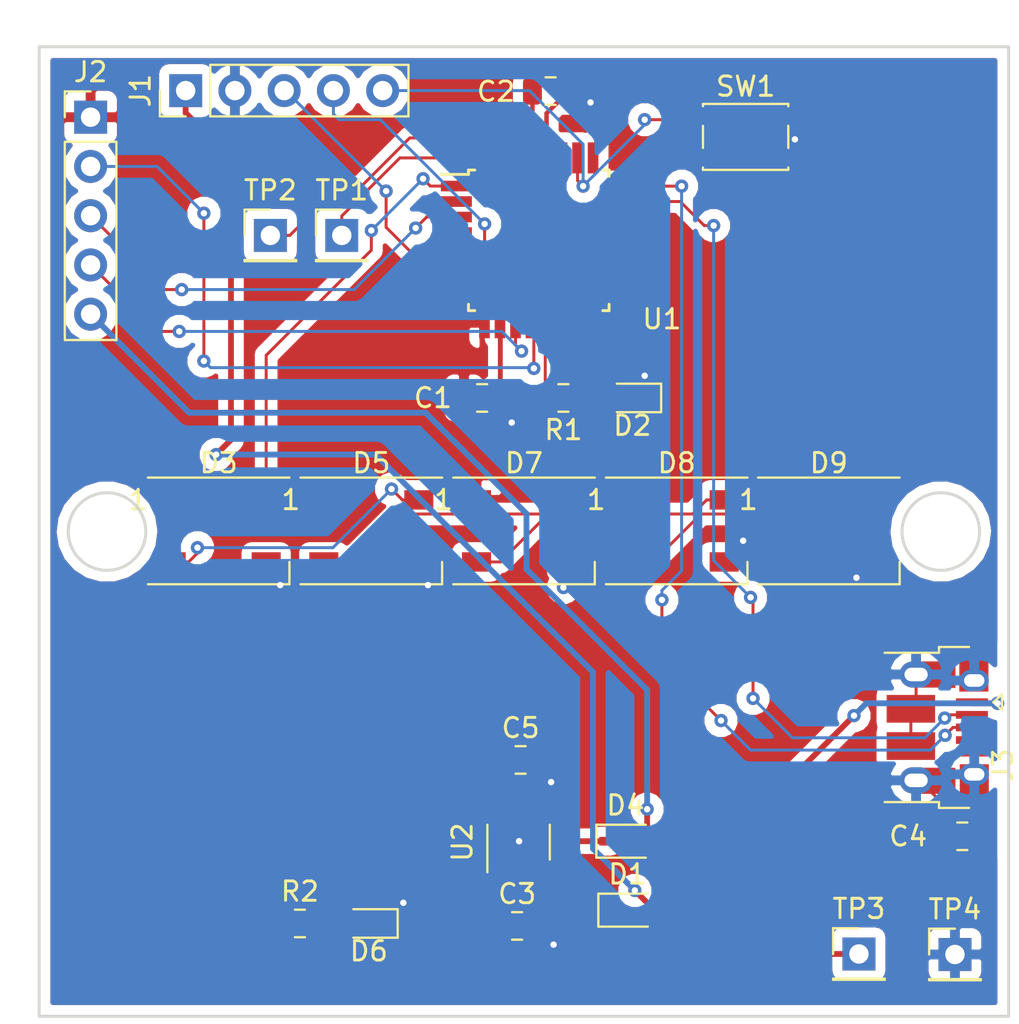
<source format=kicad_pcb>
(kicad_pcb (version 20171130) (host pcbnew "(5.0.2)-1")

  (general
    (thickness 1.6)
    (drawings 6)
    (tracks 240)
    (zones 0)
    (modules 26)
    (nets 43)
  )

  (page A4)
  (layers
    (0 F.Cu signal)
    (31 B.Cu signal)
    (32 B.Adhes user)
    (33 F.Adhes user)
    (34 B.Paste user)
    (35 F.Paste user)
    (36 B.SilkS user)
    (37 F.SilkS user)
    (38 B.Mask user)
    (39 F.Mask user)
    (40 Dwgs.User user)
    (41 Cmts.User user)
    (42 Eco1.User user)
    (43 Eco2.User user)
    (44 Edge.Cuts user)
    (45 Margin user)
    (46 B.CrtYd user)
    (47 F.CrtYd user)
    (48 B.Fab user)
    (49 F.Fab user)
  )

  (setup
    (last_trace_width 0.1524)
    (trace_clearance 0.1524)
    (zone_clearance 0.508)
    (zone_45_only no)
    (trace_min 0.1524)
    (segment_width 0.2)
    (edge_width 0.15)
    (via_size 0.6858)
    (via_drill 0.3302)
    (via_min_size 0.6858)
    (via_min_drill 0.3302)
    (uvia_size 0.6858)
    (uvia_drill 0.3302)
    (uvias_allowed no)
    (uvia_min_size 0.2)
    (uvia_min_drill 0.1)
    (pcb_text_width 0.3)
    (pcb_text_size 1.5 1.5)
    (mod_edge_width 0.15)
    (mod_text_size 1 1)
    (mod_text_width 0.15)
    (pad_size 1.524 1.524)
    (pad_drill 0.762)
    (pad_to_mask_clearance 0.051)
    (solder_mask_min_width 0.25)
    (aux_axis_origin 0 0)
    (visible_elements 7FFFFFFF)
    (pcbplotparams
      (layerselection 0x010f0_ffffffff)
      (usegerberextensions false)
      (usegerberattributes false)
      (usegerberadvancedattributes false)
      (creategerberjobfile false)
      (excludeedgelayer true)
      (linewidth 0.100000)
      (plotframeref false)
      (viasonmask false)
      (mode 1)
      (useauxorigin false)
      (hpglpennumber 1)
      (hpglpenspeed 20)
      (hpglpendiameter 15.000000)
      (psnegative false)
      (psa4output false)
      (plotreference true)
      (plotvalue true)
      (plotinvisibletext false)
      (padsonsilk false)
      (subtractmaskfromsilk false)
      (outputformat 1)
      (mirror false)
      (drillshape 0)
      (scaleselection 1)
      (outputdirectory "gerbers/"))
  )

  (net 0 "")
  (net 1 +3V3)
  (net 2 GND)
  (net 3 "Net-(C2-Pad1)")
  (net 4 "Net-(C3-Pad1)")
  (net 5 VBAT)
  (net 6 "Net-(D2-Pad2)")
  (net 7 /LED)
  (net 8 "Net-(D3-Pad2)")
  (net 9 VBUS)
  (net 10 "Net-(D5-Pad2)")
  (net 11 "Net-(D6-Pad2)")
  (net 12 "Net-(D7-Pad2)")
  (net 13 "Net-(D8-Pad2)")
  (net 14 "Net-(D9-Pad2)")
  (net 15 /D4_A2_PAU06_TXD_MOSI)
  (net 16 /D3_A3_PAU07_RXD_SCK)
  (net 17 /~RESET)
  (net 18 /D0_A4_PAU08_SDA)
  (net 19 /D1_A0_PAU02)
  (net 20 /D2_A1_PAU09_SCL_MISO)
  (net 21 /D-)
  (net 22 /D+)
  (net 23 "Net-(J3-Pad4)")
  (net 24 "Net-(R1-Pad2)")
  (net 25 "Net-(TP1-Pad1)")
  (net 26 "Net-(TP2-Pad1)")
  (net 27 "Net-(U1-Pad2)")
  (net 28 "Net-(U1-Pad4)")
  (net 29 "Net-(U1-Pad5)")
  (net 30 "Net-(U1-Pad6)")
  (net 31 "Net-(U1-Pad14)")
  (net 32 "Net-(U1-Pad15)")
  (net 33 "Net-(U1-Pad16)")
  (net 34 "Net-(U1-Pad17)")
  (net 35 "Net-(U1-Pad18)")
  (net 36 "Net-(U1-Pad19)")
  (net 37 "Net-(U1-Pad20)")
  (net 38 "Net-(U1-Pad21)")
  (net 39 "Net-(U1-Pad22)")
  (net 40 "Net-(U1-Pad25)")
  (net 41 "Net-(U1-Pad27)")
  (net 42 "Net-(U2-Pad4)")

  (net_class Default "This is the default net class."
    (clearance 0.1524)
    (trace_width 0.1524)
    (via_dia 0.6858)
    (via_drill 0.3302)
    (uvia_dia 0.6858)
    (uvia_drill 0.3302)
    (diff_pair_gap 0.25)
    (diff_pair_width 0.2032)
    (add_net +3V3)
    (add_net /D+)
    (add_net /D-)
    (add_net /D0_A4_PAU08_SDA)
    (add_net /D1_A0_PAU02)
    (add_net /D2_A1_PAU09_SCL_MISO)
    (add_net /D3_A3_PAU07_RXD_SCK)
    (add_net /D4_A2_PAU06_TXD_MOSI)
    (add_net /LED)
    (add_net /~RESET)
    (add_net GND)
    (add_net "Net-(C2-Pad1)")
    (add_net "Net-(C3-Pad1)")
    (add_net "Net-(D2-Pad2)")
    (add_net "Net-(D3-Pad2)")
    (add_net "Net-(D5-Pad2)")
    (add_net "Net-(D6-Pad2)")
    (add_net "Net-(D7-Pad2)")
    (add_net "Net-(D8-Pad2)")
    (add_net "Net-(D9-Pad2)")
    (add_net "Net-(J3-Pad4)")
    (add_net "Net-(R1-Pad2)")
    (add_net "Net-(TP1-Pad1)")
    (add_net "Net-(TP2-Pad1)")
    (add_net "Net-(U1-Pad14)")
    (add_net "Net-(U1-Pad15)")
    (add_net "Net-(U1-Pad16)")
    (add_net "Net-(U1-Pad17)")
    (add_net "Net-(U1-Pad18)")
    (add_net "Net-(U1-Pad19)")
    (add_net "Net-(U1-Pad2)")
    (add_net "Net-(U1-Pad20)")
    (add_net "Net-(U1-Pad21)")
    (add_net "Net-(U1-Pad22)")
    (add_net "Net-(U1-Pad25)")
    (add_net "Net-(U1-Pad27)")
    (add_net "Net-(U1-Pad4)")
    (add_net "Net-(U1-Pad5)")
    (add_net "Net-(U1-Pad6)")
    (add_net "Net-(U2-Pad4)")
    (add_net VBAT)
    (add_net VBUS)
  )

  (net_class Power ""
    (clearance 0.1524)
    (trace_width 0.2794)
    (via_dia 0.6858)
    (via_drill 0.3302)
    (uvia_dia 0.6858)
    (uvia_drill 0.3302)
    (diff_pair_gap 0.25)
    (diff_pair_width 0.2032)
  )

  (module Capacitor_SMD:C_0805_2012Metric (layer F.Cu) (tedit 5B36C52B) (tstamp 5DEA3A7E)
    (at 172.847 118.11)
    (descr "Capacitor SMD 0805 (2012 Metric), square (rectangular) end terminal, IPC_7351 nominal, (Body size source: https://docs.google.com/spreadsheets/d/1BsfQQcO9C6DZCsRaXUlFlo91Tg2WpOkGARC1WS5S8t0/edit?usp=sharing), generated with kicad-footprint-generator")
    (tags capacitor)
    (path /5DDDD1AD)
    (attr smd)
    (fp_text reference C1 (at -2.54 0) (layer F.SilkS)
      (effects (font (size 1 1) (thickness 0.15)))
    )
    (fp_text value 1uF (at 0 1.65) (layer F.Fab)
      (effects (font (size 1 1) (thickness 0.15)))
    )
    (fp_line (start -1 0.6) (end -1 -0.6) (layer F.Fab) (width 0.1))
    (fp_line (start -1 -0.6) (end 1 -0.6) (layer F.Fab) (width 0.1))
    (fp_line (start 1 -0.6) (end 1 0.6) (layer F.Fab) (width 0.1))
    (fp_line (start 1 0.6) (end -1 0.6) (layer F.Fab) (width 0.1))
    (fp_line (start -0.258578 -0.71) (end 0.258578 -0.71) (layer F.SilkS) (width 0.12))
    (fp_line (start -0.258578 0.71) (end 0.258578 0.71) (layer F.SilkS) (width 0.12))
    (fp_line (start -1.68 0.95) (end -1.68 -0.95) (layer F.CrtYd) (width 0.05))
    (fp_line (start -1.68 -0.95) (end 1.68 -0.95) (layer F.CrtYd) (width 0.05))
    (fp_line (start 1.68 -0.95) (end 1.68 0.95) (layer F.CrtYd) (width 0.05))
    (fp_line (start 1.68 0.95) (end -1.68 0.95) (layer F.CrtYd) (width 0.05))
    (fp_text user %R (at 0 0) (layer F.Fab)
      (effects (font (size 0.5 0.5) (thickness 0.08)))
    )
    (pad 1 smd roundrect (at -0.9375 0) (size 0.975 1.4) (layers F.Cu F.Paste F.Mask) (roundrect_rratio 0.25)
      (net 1 +3V3))
    (pad 2 smd roundrect (at 0.9375 0) (size 0.975 1.4) (layers F.Cu F.Paste F.Mask) (roundrect_rratio 0.25)
      (net 2 GND))
    (model ${KISYS3DMOD}/Capacitor_SMD.3dshapes/C_0805_2012Metric.wrl
      (at (xyz 0 0 0))
      (scale (xyz 1 1 1))
      (rotate (xyz 0 0 0))
    )
  )

  (module Capacitor_SMD:C_0805_2012Metric (layer F.Cu) (tedit 5B36C52B) (tstamp 5DEA3A8F)
    (at 176.3776 102.2858)
    (descr "Capacitor SMD 0805 (2012 Metric), square (rectangular) end terminal, IPC_7351 nominal, (Body size source: https://docs.google.com/spreadsheets/d/1BsfQQcO9C6DZCsRaXUlFlo91Tg2WpOkGARC1WS5S8t0/edit?usp=sharing), generated with kicad-footprint-generator")
    (tags capacitor)
    (path /5DDD78FC)
    (attr smd)
    (fp_text reference C2 (at -2.8194 0.0254) (layer F.SilkS)
      (effects (font (size 1 1) (thickness 0.15)))
    )
    (fp_text value 1uF (at 0 1.65) (layer F.Fab)
      (effects (font (size 1 1) (thickness 0.15)))
    )
    (fp_text user %R (at 0 0) (layer F.Fab)
      (effects (font (size 0.5 0.5) (thickness 0.08)))
    )
    (fp_line (start 1.68 0.95) (end -1.68 0.95) (layer F.CrtYd) (width 0.05))
    (fp_line (start 1.68 -0.95) (end 1.68 0.95) (layer F.CrtYd) (width 0.05))
    (fp_line (start -1.68 -0.95) (end 1.68 -0.95) (layer F.CrtYd) (width 0.05))
    (fp_line (start -1.68 0.95) (end -1.68 -0.95) (layer F.CrtYd) (width 0.05))
    (fp_line (start -0.258578 0.71) (end 0.258578 0.71) (layer F.SilkS) (width 0.12))
    (fp_line (start -0.258578 -0.71) (end 0.258578 -0.71) (layer F.SilkS) (width 0.12))
    (fp_line (start 1 0.6) (end -1 0.6) (layer F.Fab) (width 0.1))
    (fp_line (start 1 -0.6) (end 1 0.6) (layer F.Fab) (width 0.1))
    (fp_line (start -1 -0.6) (end 1 -0.6) (layer F.Fab) (width 0.1))
    (fp_line (start -1 0.6) (end -1 -0.6) (layer F.Fab) (width 0.1))
    (pad 2 smd roundrect (at 0.9375 0) (size 0.975 1.4) (layers F.Cu F.Paste F.Mask) (roundrect_rratio 0.25)
      (net 2 GND))
    (pad 1 smd roundrect (at -0.9375 0) (size 0.975 1.4) (layers F.Cu F.Paste F.Mask) (roundrect_rratio 0.25)
      (net 3 "Net-(C2-Pad1)"))
    (model ${KISYS3DMOD}/Capacitor_SMD.3dshapes/C_0805_2012Metric.wrl
      (at (xyz 0 0 0))
      (scale (xyz 1 1 1))
      (rotate (xyz 0 0 0))
    )
  )

  (module Capacitor_SMD:C_0805_2012Metric (layer F.Cu) (tedit 5B36C52B) (tstamp 5DEA3AA0)
    (at 174.6504 145.3388)
    (descr "Capacitor SMD 0805 (2012 Metric), square (rectangular) end terminal, IPC_7351 nominal, (Body size source: https://docs.google.com/spreadsheets/d/1BsfQQcO9C6DZCsRaXUlFlo91Tg2WpOkGARC1WS5S8t0/edit?usp=sharing), generated with kicad-footprint-generator")
    (tags capacitor)
    (path /5DDDCEE7)
    (attr smd)
    (fp_text reference C3 (at 0 -1.65) (layer F.SilkS)
      (effects (font (size 1 1) (thickness 0.15)))
    )
    (fp_text value 10uF (at 0 1.65) (layer F.Fab)
      (effects (font (size 1 1) (thickness 0.15)))
    )
    (fp_text user %R (at 0 0) (layer F.Fab)
      (effects (font (size 0.5 0.5) (thickness 0.08)))
    )
    (fp_line (start 1.68 0.95) (end -1.68 0.95) (layer F.CrtYd) (width 0.05))
    (fp_line (start 1.68 -0.95) (end 1.68 0.95) (layer F.CrtYd) (width 0.05))
    (fp_line (start -1.68 -0.95) (end 1.68 -0.95) (layer F.CrtYd) (width 0.05))
    (fp_line (start -1.68 0.95) (end -1.68 -0.95) (layer F.CrtYd) (width 0.05))
    (fp_line (start -0.258578 0.71) (end 0.258578 0.71) (layer F.SilkS) (width 0.12))
    (fp_line (start -0.258578 -0.71) (end 0.258578 -0.71) (layer F.SilkS) (width 0.12))
    (fp_line (start 1 0.6) (end -1 0.6) (layer F.Fab) (width 0.1))
    (fp_line (start 1 -0.6) (end 1 0.6) (layer F.Fab) (width 0.1))
    (fp_line (start -1 -0.6) (end 1 -0.6) (layer F.Fab) (width 0.1))
    (fp_line (start -1 0.6) (end -1 -0.6) (layer F.Fab) (width 0.1))
    (pad 2 smd roundrect (at 0.9375 0) (size 0.975 1.4) (layers F.Cu F.Paste F.Mask) (roundrect_rratio 0.25)
      (net 2 GND))
    (pad 1 smd roundrect (at -0.9375 0) (size 0.975 1.4) (layers F.Cu F.Paste F.Mask) (roundrect_rratio 0.25)
      (net 4 "Net-(C3-Pad1)"))
    (model ${KISYS3DMOD}/Capacitor_SMD.3dshapes/C_0805_2012Metric.wrl
      (at (xyz 0 0 0))
      (scale (xyz 1 1 1))
      (rotate (xyz 0 0 0))
    )
  )

  (module Capacitor_SMD:C_0805_2012Metric (layer F.Cu) (tedit 5B36C52B) (tstamp 5DEA3AB1)
    (at 197.612 140.716)
    (descr "Capacitor SMD 0805 (2012 Metric), square (rectangular) end terminal, IPC_7351 nominal, (Body size source: https://docs.google.com/spreadsheets/d/1BsfQQcO9C6DZCsRaXUlFlo91Tg2WpOkGARC1WS5S8t0/edit?usp=sharing), generated with kicad-footprint-generator")
    (tags capacitor)
    (path /5DDDB1FD)
    (attr smd)
    (fp_text reference C4 (at -2.794 0) (layer F.SilkS)
      (effects (font (size 1 1) (thickness 0.15)))
    )
    (fp_text value 1nF (at 0 1.65) (layer F.Fab)
      (effects (font (size 1 1) (thickness 0.15)))
    )
    (fp_line (start -1 0.6) (end -1 -0.6) (layer F.Fab) (width 0.1))
    (fp_line (start -1 -0.6) (end 1 -0.6) (layer F.Fab) (width 0.1))
    (fp_line (start 1 -0.6) (end 1 0.6) (layer F.Fab) (width 0.1))
    (fp_line (start 1 0.6) (end -1 0.6) (layer F.Fab) (width 0.1))
    (fp_line (start -0.258578 -0.71) (end 0.258578 -0.71) (layer F.SilkS) (width 0.12))
    (fp_line (start -0.258578 0.71) (end 0.258578 0.71) (layer F.SilkS) (width 0.12))
    (fp_line (start -1.68 0.95) (end -1.68 -0.95) (layer F.CrtYd) (width 0.05))
    (fp_line (start -1.68 -0.95) (end 1.68 -0.95) (layer F.CrtYd) (width 0.05))
    (fp_line (start 1.68 -0.95) (end 1.68 0.95) (layer F.CrtYd) (width 0.05))
    (fp_line (start 1.68 0.95) (end -1.68 0.95) (layer F.CrtYd) (width 0.05))
    (fp_text user %R (at 0 0) (layer F.Fab)
      (effects (font (size 0.5 0.5) (thickness 0.08)))
    )
    (pad 1 smd roundrect (at -0.9375 0) (size 0.975 1.4) (layers F.Cu F.Paste F.Mask) (roundrect_rratio 0.25)
      (net 2 GND))
    (pad 2 smd roundrect (at 0.9375 0) (size 0.975 1.4) (layers F.Cu F.Paste F.Mask) (roundrect_rratio 0.25)
      (net 2 GND))
    (model ${KISYS3DMOD}/Capacitor_SMD.3dshapes/C_0805_2012Metric.wrl
      (at (xyz 0 0 0))
      (scale (xyz 1 1 1))
      (rotate (xyz 0 0 0))
    )
  )

  (module Capacitor_SMD:C_0805_2012Metric (layer F.Cu) (tedit 5B36C52B) (tstamp 5DEA49BE)
    (at 174.8305 136.779)
    (descr "Capacitor SMD 0805 (2012 Metric), square (rectangular) end terminal, IPC_7351 nominal, (Body size source: https://docs.google.com/spreadsheets/d/1BsfQQcO9C6DZCsRaXUlFlo91Tg2WpOkGARC1WS5S8t0/edit?usp=sharing), generated with kicad-footprint-generator")
    (tags capacitor)
    (path /5DDDCF63)
    (attr smd)
    (fp_text reference C5 (at 0 -1.65) (layer F.SilkS)
      (effects (font (size 1 1) (thickness 0.15)))
    )
    (fp_text value 10uF (at 0 1.65) (layer F.Fab)
      (effects (font (size 1 1) (thickness 0.15)))
    )
    (fp_line (start -1 0.6) (end -1 -0.6) (layer F.Fab) (width 0.1))
    (fp_line (start -1 -0.6) (end 1 -0.6) (layer F.Fab) (width 0.1))
    (fp_line (start 1 -0.6) (end 1 0.6) (layer F.Fab) (width 0.1))
    (fp_line (start 1 0.6) (end -1 0.6) (layer F.Fab) (width 0.1))
    (fp_line (start -0.258578 -0.71) (end 0.258578 -0.71) (layer F.SilkS) (width 0.12))
    (fp_line (start -0.258578 0.71) (end 0.258578 0.71) (layer F.SilkS) (width 0.12))
    (fp_line (start -1.68 0.95) (end -1.68 -0.95) (layer F.CrtYd) (width 0.05))
    (fp_line (start -1.68 -0.95) (end 1.68 -0.95) (layer F.CrtYd) (width 0.05))
    (fp_line (start 1.68 -0.95) (end 1.68 0.95) (layer F.CrtYd) (width 0.05))
    (fp_line (start 1.68 0.95) (end -1.68 0.95) (layer F.CrtYd) (width 0.05))
    (fp_text user %R (at -0.035001 0) (layer F.Fab)
      (effects (font (size 0.5 0.5) (thickness 0.08)))
    )
    (pad 1 smd roundrect (at -0.9375 0) (size 0.975 1.4) (layers F.Cu F.Paste F.Mask) (roundrect_rratio 0.25)
      (net 1 +3V3))
    (pad 2 smd roundrect (at 0.9375 0) (size 0.975 1.4) (layers F.Cu F.Paste F.Mask) (roundrect_rratio 0.25)
      (net 2 GND))
    (model ${KISYS3DMOD}/Capacitor_SMD.3dshapes/C_0805_2012Metric.wrl
      (at (xyz 0 0 0))
      (scale (xyz 1 1 1))
      (rotate (xyz 0 0 0))
    )
  )

  (module Diode_SMD:D_SOD-323 (layer F.Cu) (tedit 58641739) (tstamp 5DEA3ADA)
    (at 180.34 144.526)
    (descr SOD-323)
    (tags SOD-323)
    (path /5DDDCE85)
    (attr smd)
    (fp_text reference D1 (at 0 -1.85) (layer F.SilkS)
      (effects (font (size 1 1) (thickness 0.15)))
    )
    (fp_text value D_Schottky (at 0.1 1.9) (layer F.Fab)
      (effects (font (size 1 1) (thickness 0.15)))
    )
    (fp_line (start -1.5 -0.85) (end 1.05 -0.85) (layer F.SilkS) (width 0.12))
    (fp_line (start -1.5 0.85) (end 1.05 0.85) (layer F.SilkS) (width 0.12))
    (fp_line (start -1.6 -0.95) (end -1.6 0.95) (layer F.CrtYd) (width 0.05))
    (fp_line (start -1.6 0.95) (end 1.6 0.95) (layer F.CrtYd) (width 0.05))
    (fp_line (start 1.6 -0.95) (end 1.6 0.95) (layer F.CrtYd) (width 0.05))
    (fp_line (start -1.6 -0.95) (end 1.6 -0.95) (layer F.CrtYd) (width 0.05))
    (fp_line (start -0.9 -0.7) (end 0.9 -0.7) (layer F.Fab) (width 0.1))
    (fp_line (start 0.9 -0.7) (end 0.9 0.7) (layer F.Fab) (width 0.1))
    (fp_line (start 0.9 0.7) (end -0.9 0.7) (layer F.Fab) (width 0.1))
    (fp_line (start -0.9 0.7) (end -0.9 -0.7) (layer F.Fab) (width 0.1))
    (fp_line (start -0.3 -0.35) (end -0.3 0.35) (layer F.Fab) (width 0.1))
    (fp_line (start -0.3 0) (end -0.5 0) (layer F.Fab) (width 0.1))
    (fp_line (start -0.3 0) (end 0.2 -0.35) (layer F.Fab) (width 0.1))
    (fp_line (start 0.2 -0.35) (end 0.2 0.35) (layer F.Fab) (width 0.1))
    (fp_line (start 0.2 0.35) (end -0.3 0) (layer F.Fab) (width 0.1))
    (fp_line (start 0.2 0) (end 0.45 0) (layer F.Fab) (width 0.1))
    (fp_line (start -1.5 -0.85) (end -1.5 0.85) (layer F.SilkS) (width 0.12))
    (fp_text user %R (at 0 -1.85) (layer F.Fab)
      (effects (font (size 1 1) (thickness 0.15)))
    )
    (pad 2 smd rect (at 1.05 0) (size 0.6 0.45) (layers F.Cu F.Paste F.Mask)
      (net 5 VBAT))
    (pad 1 smd rect (at -1.05 0) (size 0.6 0.45) (layers F.Cu F.Paste F.Mask)
      (net 4 "Net-(C3-Pad1)"))
    (model ${KISYS3DMOD}/Diode_SMD.3dshapes/D_SOD-323.wrl
      (at (xyz 0 0 0))
      (scale (xyz 1 1 1))
      (rotate (xyz 0 0 0))
    )
  )

  (module LED_SMD:LED_0603_1608Metric (layer F.Cu) (tedit 5B301BBE) (tstamp 5DEA3AED)
    (at 180.594 118.11 180)
    (descr "LED SMD 0603 (1608 Metric), square (rectangular) end terminal, IPC_7351 nominal, (Body size source: http://www.tortai-tech.com/upload/download/2011102023233369053.pdf), generated with kicad-footprint-generator")
    (tags diode)
    (path /5DDD842F)
    (attr smd)
    (fp_text reference D2 (at 0 -1.43 180) (layer F.SilkS)
      (effects (font (size 1 1) (thickness 0.15)))
    )
    (fp_text value RED (at 0 1.43 180) (layer F.Fab)
      (effects (font (size 1 1) (thickness 0.15)))
    )
    (fp_text user %R (at 0 0 180) (layer F.Fab)
      (effects (font (size 0.4 0.4) (thickness 0.06)))
    )
    (fp_line (start 1.48 0.73) (end -1.48 0.73) (layer F.CrtYd) (width 0.05))
    (fp_line (start 1.48 -0.73) (end 1.48 0.73) (layer F.CrtYd) (width 0.05))
    (fp_line (start -1.48 -0.73) (end 1.48 -0.73) (layer F.CrtYd) (width 0.05))
    (fp_line (start -1.48 0.73) (end -1.48 -0.73) (layer F.CrtYd) (width 0.05))
    (fp_line (start -1.485 0.735) (end 0.8 0.735) (layer F.SilkS) (width 0.12))
    (fp_line (start -1.485 -0.735) (end -1.485 0.735) (layer F.SilkS) (width 0.12))
    (fp_line (start 0.8 -0.735) (end -1.485 -0.735) (layer F.SilkS) (width 0.12))
    (fp_line (start 0.8 0.4) (end 0.8 -0.4) (layer F.Fab) (width 0.1))
    (fp_line (start -0.8 0.4) (end 0.8 0.4) (layer F.Fab) (width 0.1))
    (fp_line (start -0.8 -0.1) (end -0.8 0.4) (layer F.Fab) (width 0.1))
    (fp_line (start -0.5 -0.4) (end -0.8 -0.1) (layer F.Fab) (width 0.1))
    (fp_line (start 0.8 -0.4) (end -0.5 -0.4) (layer F.Fab) (width 0.1))
    (pad 2 smd roundrect (at 0.7875 0 180) (size 0.875 0.95) (layers F.Cu F.Paste F.Mask) (roundrect_rratio 0.25)
      (net 6 "Net-(D2-Pad2)"))
    (pad 1 smd roundrect (at -0.7875 0 180) (size 0.875 0.95) (layers F.Cu F.Paste F.Mask) (roundrect_rratio 0.25)
      (net 2 GND))
    (model ${KISYS3DMOD}/LED_SMD.3dshapes/LED_0603_1608Metric.wrl
      (at (xyz 0 0 0))
      (scale (xyz 1 1 1))
      (rotate (xyz 0 0 0))
    )
  )

  (module LED_SMD:LED_WS2812B_PLCC4_5.0x5.0mm_P3.2mm (layer F.Cu) (tedit 5AA4B285) (tstamp 5DEA3B04)
    (at 159.258 124.968)
    (descr https://cdn-shop.adafruit.com/datasheets/WS2812B.pdf)
    (tags "LED RGB NeoPixel")
    (path /5DDC6C49)
    (attr smd)
    (fp_text reference D3 (at 0 -3.5) (layer F.SilkS)
      (effects (font (size 1 1) (thickness 0.15)))
    )
    (fp_text value WS2812B (at 0 4) (layer F.Fab)
      (effects (font (size 1 1) (thickness 0.15)))
    )
    (fp_text user 1 (at -4.15 -1.6) (layer F.SilkS)
      (effects (font (size 1 1) (thickness 0.15)))
    )
    (fp_text user %R (at 0 0) (layer F.Fab)
      (effects (font (size 0.8 0.8) (thickness 0.15)))
    )
    (fp_line (start 3.45 -2.75) (end -3.45 -2.75) (layer F.CrtYd) (width 0.05))
    (fp_line (start 3.45 2.75) (end 3.45 -2.75) (layer F.CrtYd) (width 0.05))
    (fp_line (start -3.45 2.75) (end 3.45 2.75) (layer F.CrtYd) (width 0.05))
    (fp_line (start -3.45 -2.75) (end -3.45 2.75) (layer F.CrtYd) (width 0.05))
    (fp_line (start 2.5 1.5) (end 1.5 2.5) (layer F.Fab) (width 0.1))
    (fp_line (start -2.5 -2.5) (end -2.5 2.5) (layer F.Fab) (width 0.1))
    (fp_line (start -2.5 2.5) (end 2.5 2.5) (layer F.Fab) (width 0.1))
    (fp_line (start 2.5 2.5) (end 2.5 -2.5) (layer F.Fab) (width 0.1))
    (fp_line (start 2.5 -2.5) (end -2.5 -2.5) (layer F.Fab) (width 0.1))
    (fp_line (start -3.65 -2.75) (end 3.65 -2.75) (layer F.SilkS) (width 0.12))
    (fp_line (start -3.65 2.75) (end 3.65 2.75) (layer F.SilkS) (width 0.12))
    (fp_line (start 3.65 2.75) (end 3.65 1.6) (layer F.SilkS) (width 0.12))
    (fp_circle (center 0 0) (end 0 -2) (layer F.Fab) (width 0.1))
    (pad 3 smd rect (at 2.45 1.6) (size 1.5 1) (layers F.Cu F.Paste F.Mask)
      (net 2 GND))
    (pad 4 smd rect (at 2.45 -1.6) (size 1.5 1) (layers F.Cu F.Paste F.Mask)
      (net 7 /LED))
    (pad 2 smd rect (at -2.45 1.6) (size 1.5 1) (layers F.Cu F.Paste F.Mask)
      (net 8 "Net-(D3-Pad2)"))
    (pad 1 smd rect (at -2.45 -1.6) (size 1.5 1) (layers F.Cu F.Paste F.Mask)
      (net 1 +3V3))
    (model ${KISYS3DMOD}/LED_SMD.3dshapes/LED_WS2812B_PLCC4_5.0x5.0mm_P3.2mm.wrl
      (at (xyz 0 0 0))
      (scale (xyz 1 1 1))
      (rotate (xyz 0 0 0))
    )
  )

  (module Diode_SMD:D_SOD-323 (layer F.Cu) (tedit 58641739) (tstamp 5DEA3B1C)
    (at 180.2384 140.97)
    (descr SOD-323)
    (tags SOD-323)
    (path /5DDDCE3D)
    (attr smd)
    (fp_text reference D4 (at 0 -1.85) (layer F.SilkS)
      (effects (font (size 1 1) (thickness 0.15)))
    )
    (fp_text value D_Schottky (at 0.1 1.9) (layer F.Fab)
      (effects (font (size 1 1) (thickness 0.15)))
    )
    (fp_text user %R (at 0 -1.85) (layer F.Fab)
      (effects (font (size 1 1) (thickness 0.15)))
    )
    (fp_line (start -1.5 -0.85) (end -1.5 0.85) (layer F.SilkS) (width 0.12))
    (fp_line (start 0.2 0) (end 0.45 0) (layer F.Fab) (width 0.1))
    (fp_line (start 0.2 0.35) (end -0.3 0) (layer F.Fab) (width 0.1))
    (fp_line (start 0.2 -0.35) (end 0.2 0.35) (layer F.Fab) (width 0.1))
    (fp_line (start -0.3 0) (end 0.2 -0.35) (layer F.Fab) (width 0.1))
    (fp_line (start -0.3 0) (end -0.5 0) (layer F.Fab) (width 0.1))
    (fp_line (start -0.3 -0.35) (end -0.3 0.35) (layer F.Fab) (width 0.1))
    (fp_line (start -0.9 0.7) (end -0.9 -0.7) (layer F.Fab) (width 0.1))
    (fp_line (start 0.9 0.7) (end -0.9 0.7) (layer F.Fab) (width 0.1))
    (fp_line (start 0.9 -0.7) (end 0.9 0.7) (layer F.Fab) (width 0.1))
    (fp_line (start -0.9 -0.7) (end 0.9 -0.7) (layer F.Fab) (width 0.1))
    (fp_line (start -1.6 -0.95) (end 1.6 -0.95) (layer F.CrtYd) (width 0.05))
    (fp_line (start 1.6 -0.95) (end 1.6 0.95) (layer F.CrtYd) (width 0.05))
    (fp_line (start -1.6 0.95) (end 1.6 0.95) (layer F.CrtYd) (width 0.05))
    (fp_line (start -1.6 -0.95) (end -1.6 0.95) (layer F.CrtYd) (width 0.05))
    (fp_line (start -1.5 0.85) (end 1.05 0.85) (layer F.SilkS) (width 0.12))
    (fp_line (start -1.5 -0.85) (end 1.05 -0.85) (layer F.SilkS) (width 0.12))
    (pad 1 smd rect (at -1.05 0) (size 0.6 0.45) (layers F.Cu F.Paste F.Mask)
      (net 4 "Net-(C3-Pad1)"))
    (pad 2 smd rect (at 1.05 0) (size 0.6 0.45) (layers F.Cu F.Paste F.Mask)
      (net 9 VBUS))
    (model ${KISYS3DMOD}/Diode_SMD.3dshapes/D_SOD-323.wrl
      (at (xyz 0 0 0))
      (scale (xyz 1 1 1))
      (rotate (xyz 0 0 0))
    )
  )

  (module LED_SMD:LED_WS2812B_PLCC4_5.0x5.0mm_P3.2mm (layer F.Cu) (tedit 5AA4B285) (tstamp 5DEA3B33)
    (at 167.132 124.968)
    (descr https://cdn-shop.adafruit.com/datasheets/WS2812B.pdf)
    (tags "LED RGB NeoPixel")
    (path /5DDC6ABF)
    (attr smd)
    (fp_text reference D5 (at 0 -3.5) (layer F.SilkS)
      (effects (font (size 1 1) (thickness 0.15)))
    )
    (fp_text value WS2812B (at 0 4) (layer F.Fab)
      (effects (font (size 1 1) (thickness 0.15)))
    )
    (fp_text user 1 (at -4.15 -1.6) (layer F.SilkS)
      (effects (font (size 1 1) (thickness 0.15)))
    )
    (fp_text user %R (at 0 0) (layer F.Fab)
      (effects (font (size 0.8 0.8) (thickness 0.15)))
    )
    (fp_line (start 3.45 -2.75) (end -3.45 -2.75) (layer F.CrtYd) (width 0.05))
    (fp_line (start 3.45 2.75) (end 3.45 -2.75) (layer F.CrtYd) (width 0.05))
    (fp_line (start -3.45 2.75) (end 3.45 2.75) (layer F.CrtYd) (width 0.05))
    (fp_line (start -3.45 -2.75) (end -3.45 2.75) (layer F.CrtYd) (width 0.05))
    (fp_line (start 2.5 1.5) (end 1.5 2.5) (layer F.Fab) (width 0.1))
    (fp_line (start -2.5 -2.5) (end -2.5 2.5) (layer F.Fab) (width 0.1))
    (fp_line (start -2.5 2.5) (end 2.5 2.5) (layer F.Fab) (width 0.1))
    (fp_line (start 2.5 2.5) (end 2.5 -2.5) (layer F.Fab) (width 0.1))
    (fp_line (start 2.5 -2.5) (end -2.5 -2.5) (layer F.Fab) (width 0.1))
    (fp_line (start -3.65 -2.75) (end 3.65 -2.75) (layer F.SilkS) (width 0.12))
    (fp_line (start -3.65 2.75) (end 3.65 2.75) (layer F.SilkS) (width 0.12))
    (fp_line (start 3.65 2.75) (end 3.65 1.6) (layer F.SilkS) (width 0.12))
    (fp_circle (center 0 0) (end 0 -2) (layer F.Fab) (width 0.1))
    (pad 3 smd rect (at 2.45 1.6) (size 1.5 1) (layers F.Cu F.Paste F.Mask)
      (net 2 GND))
    (pad 4 smd rect (at 2.45 -1.6) (size 1.5 1) (layers F.Cu F.Paste F.Mask)
      (net 8 "Net-(D3-Pad2)"))
    (pad 2 smd rect (at -2.45 1.6) (size 1.5 1) (layers F.Cu F.Paste F.Mask)
      (net 10 "Net-(D5-Pad2)"))
    (pad 1 smd rect (at -2.45 -1.6) (size 1.5 1) (layers F.Cu F.Paste F.Mask)
      (net 1 +3V3))
    (model ${KISYS3DMOD}/LED_SMD.3dshapes/LED_WS2812B_PLCC4_5.0x5.0mm_P3.2mm.wrl
      (at (xyz 0 0 0))
      (scale (xyz 1 1 1))
      (rotate (xyz 0 0 0))
    )
  )

  (module LED_SMD:LED_0603_1608Metric (layer F.Cu) (tedit 5B301BBE) (tstamp 5DEA3B46)
    (at 167.005 145.2118 180)
    (descr "LED SMD 0603 (1608 Metric), square (rectangular) end terminal, IPC_7351 nominal, (Body size source: http://www.tortai-tech.com/upload/download/2011102023233369053.pdf), generated with kicad-footprint-generator")
    (tags diode)
    (path /5DDDD08E)
    (attr smd)
    (fp_text reference D6 (at 0 -1.43 180) (layer F.SilkS)
      (effects (font (size 1 1) (thickness 0.15)))
    )
    (fp_text value GREEN (at 0 1.43 180) (layer F.Fab)
      (effects (font (size 1 1) (thickness 0.15)))
    )
    (fp_line (start 0.8 -0.4) (end -0.5 -0.4) (layer F.Fab) (width 0.1))
    (fp_line (start -0.5 -0.4) (end -0.8 -0.1) (layer F.Fab) (width 0.1))
    (fp_line (start -0.8 -0.1) (end -0.8 0.4) (layer F.Fab) (width 0.1))
    (fp_line (start -0.8 0.4) (end 0.8 0.4) (layer F.Fab) (width 0.1))
    (fp_line (start 0.8 0.4) (end 0.8 -0.4) (layer F.Fab) (width 0.1))
    (fp_line (start 0.8 -0.735) (end -1.485 -0.735) (layer F.SilkS) (width 0.12))
    (fp_line (start -1.485 -0.735) (end -1.485 0.735) (layer F.SilkS) (width 0.12))
    (fp_line (start -1.485 0.735) (end 0.8 0.735) (layer F.SilkS) (width 0.12))
    (fp_line (start -1.48 0.73) (end -1.48 -0.73) (layer F.CrtYd) (width 0.05))
    (fp_line (start -1.48 -0.73) (end 1.48 -0.73) (layer F.CrtYd) (width 0.05))
    (fp_line (start 1.48 -0.73) (end 1.48 0.73) (layer F.CrtYd) (width 0.05))
    (fp_line (start 1.48 0.73) (end -1.48 0.73) (layer F.CrtYd) (width 0.05))
    (fp_text user %R (at 0 0 180) (layer F.Fab)
      (effects (font (size 0.4 0.4) (thickness 0.06)))
    )
    (pad 1 smd roundrect (at -0.7875 0 180) (size 0.875 0.95) (layers F.Cu F.Paste F.Mask) (roundrect_rratio 0.25)
      (net 2 GND))
    (pad 2 smd roundrect (at 0.7875 0 180) (size 0.875 0.95) (layers F.Cu F.Paste F.Mask) (roundrect_rratio 0.25)
      (net 11 "Net-(D6-Pad2)"))
    (model ${KISYS3DMOD}/LED_SMD.3dshapes/LED_0603_1608Metric.wrl
      (at (xyz 0 0 0))
      (scale (xyz 1 1 1))
      (rotate (xyz 0 0 0))
    )
  )

  (module LED_SMD:LED_WS2812B_PLCC4_5.0x5.0mm_P3.2mm (layer F.Cu) (tedit 5AA4B285) (tstamp 5DEA3B5D)
    (at 175.006 124.968)
    (descr https://cdn-shop.adafruit.com/datasheets/WS2812B.pdf)
    (tags "LED RGB NeoPixel")
    (path /5DDC6B79)
    (attr smd)
    (fp_text reference D7 (at 0 -3.5) (layer F.SilkS)
      (effects (font (size 1 1) (thickness 0.15)))
    )
    (fp_text value WS2812B (at 0 4) (layer F.Fab)
      (effects (font (size 1 1) (thickness 0.15)))
    )
    (fp_circle (center 0 0) (end 0 -2) (layer F.Fab) (width 0.1))
    (fp_line (start 3.65 2.75) (end 3.65 1.6) (layer F.SilkS) (width 0.12))
    (fp_line (start -3.65 2.75) (end 3.65 2.75) (layer F.SilkS) (width 0.12))
    (fp_line (start -3.65 -2.75) (end 3.65 -2.75) (layer F.SilkS) (width 0.12))
    (fp_line (start 2.5 -2.5) (end -2.5 -2.5) (layer F.Fab) (width 0.1))
    (fp_line (start 2.5 2.5) (end 2.5 -2.5) (layer F.Fab) (width 0.1))
    (fp_line (start -2.5 2.5) (end 2.5 2.5) (layer F.Fab) (width 0.1))
    (fp_line (start -2.5 -2.5) (end -2.5 2.5) (layer F.Fab) (width 0.1))
    (fp_line (start 2.5 1.5) (end 1.5 2.5) (layer F.Fab) (width 0.1))
    (fp_line (start -3.45 -2.75) (end -3.45 2.75) (layer F.CrtYd) (width 0.05))
    (fp_line (start -3.45 2.75) (end 3.45 2.75) (layer F.CrtYd) (width 0.05))
    (fp_line (start 3.45 2.75) (end 3.45 -2.75) (layer F.CrtYd) (width 0.05))
    (fp_line (start 3.45 -2.75) (end -3.45 -2.75) (layer F.CrtYd) (width 0.05))
    (fp_text user %R (at 0 0) (layer F.Fab)
      (effects (font (size 0.8 0.8) (thickness 0.15)))
    )
    (fp_text user 1 (at -4.15 -1.6) (layer F.SilkS)
      (effects (font (size 1 1) (thickness 0.15)))
    )
    (pad 1 smd rect (at -2.45 -1.6) (size 1.5 1) (layers F.Cu F.Paste F.Mask)
      (net 1 +3V3))
    (pad 2 smd rect (at -2.45 1.6) (size 1.5 1) (layers F.Cu F.Paste F.Mask)
      (net 12 "Net-(D7-Pad2)"))
    (pad 4 smd rect (at 2.45 -1.6) (size 1.5 1) (layers F.Cu F.Paste F.Mask)
      (net 10 "Net-(D5-Pad2)"))
    (pad 3 smd rect (at 2.45 1.6) (size 1.5 1) (layers F.Cu F.Paste F.Mask)
      (net 2 GND))
    (model ${KISYS3DMOD}/LED_SMD.3dshapes/LED_WS2812B_PLCC4_5.0x5.0mm_P3.2mm.wrl
      (at (xyz 0 0 0))
      (scale (xyz 1 1 1))
      (rotate (xyz 0 0 0))
    )
  )

  (module LED_SMD:LED_WS2812B_PLCC4_5.0x5.0mm_P3.2mm (layer F.Cu) (tedit 5AA4B285) (tstamp 5DEA3B74)
    (at 182.88 124.968)
    (descr https://cdn-shop.adafruit.com/datasheets/WS2812B.pdf)
    (tags "LED RGB NeoPixel")
    (path /5DDC6BD1)
    (attr smd)
    (fp_text reference D8 (at 0 -3.5) (layer F.SilkS)
      (effects (font (size 1 1) (thickness 0.15)))
    )
    (fp_text value WS2812B (at 0 4) (layer F.Fab)
      (effects (font (size 1 1) (thickness 0.15)))
    )
    (fp_text user 1 (at -4.15 -1.6) (layer F.SilkS)
      (effects (font (size 1 1) (thickness 0.15)))
    )
    (fp_text user %R (at 0 0) (layer F.Fab)
      (effects (font (size 0.8 0.8) (thickness 0.15)))
    )
    (fp_line (start 3.45 -2.75) (end -3.45 -2.75) (layer F.CrtYd) (width 0.05))
    (fp_line (start 3.45 2.75) (end 3.45 -2.75) (layer F.CrtYd) (width 0.05))
    (fp_line (start -3.45 2.75) (end 3.45 2.75) (layer F.CrtYd) (width 0.05))
    (fp_line (start -3.45 -2.75) (end -3.45 2.75) (layer F.CrtYd) (width 0.05))
    (fp_line (start 2.5 1.5) (end 1.5 2.5) (layer F.Fab) (width 0.1))
    (fp_line (start -2.5 -2.5) (end -2.5 2.5) (layer F.Fab) (width 0.1))
    (fp_line (start -2.5 2.5) (end 2.5 2.5) (layer F.Fab) (width 0.1))
    (fp_line (start 2.5 2.5) (end 2.5 -2.5) (layer F.Fab) (width 0.1))
    (fp_line (start 2.5 -2.5) (end -2.5 -2.5) (layer F.Fab) (width 0.1))
    (fp_line (start -3.65 -2.75) (end 3.65 -2.75) (layer F.SilkS) (width 0.12))
    (fp_line (start -3.65 2.75) (end 3.65 2.75) (layer F.SilkS) (width 0.12))
    (fp_line (start 3.65 2.75) (end 3.65 1.6) (layer F.SilkS) (width 0.12))
    (fp_circle (center 0 0) (end 0 -2) (layer F.Fab) (width 0.1))
    (pad 3 smd rect (at 2.45 1.6) (size 1.5 1) (layers F.Cu F.Paste F.Mask)
      (net 2 GND))
    (pad 4 smd rect (at 2.45 -1.6) (size 1.5 1) (layers F.Cu F.Paste F.Mask)
      (net 12 "Net-(D7-Pad2)"))
    (pad 2 smd rect (at -2.45 1.6) (size 1.5 1) (layers F.Cu F.Paste F.Mask)
      (net 13 "Net-(D8-Pad2)"))
    (pad 1 smd rect (at -2.45 -1.6) (size 1.5 1) (layers F.Cu F.Paste F.Mask)
      (net 1 +3V3))
    (model ${KISYS3DMOD}/LED_SMD.3dshapes/LED_WS2812B_PLCC4_5.0x5.0mm_P3.2mm.wrl
      (at (xyz 0 0 0))
      (scale (xyz 1 1 1))
      (rotate (xyz 0 0 0))
    )
  )

  (module LED_SMD:LED_WS2812B_PLCC4_5.0x5.0mm_P3.2mm (layer F.Cu) (tedit 5AA4B285) (tstamp 5DEA3B8B)
    (at 190.7286 124.968)
    (descr https://cdn-shop.adafruit.com/datasheets/WS2812B.pdf)
    (tags "LED RGB NeoPixel")
    (path /5DDC6C05)
    (attr smd)
    (fp_text reference D9 (at 0 -3.5) (layer F.SilkS)
      (effects (font (size 1 1) (thickness 0.15)))
    )
    (fp_text value WS2812B (at 0 4) (layer F.Fab)
      (effects (font (size 1 1) (thickness 0.15)))
    )
    (fp_circle (center 0 0) (end 0 -2) (layer F.Fab) (width 0.1))
    (fp_line (start 3.65 2.75) (end 3.65 1.6) (layer F.SilkS) (width 0.12))
    (fp_line (start -3.65 2.75) (end 3.65 2.75) (layer F.SilkS) (width 0.12))
    (fp_line (start -3.65 -2.75) (end 3.65 -2.75) (layer F.SilkS) (width 0.12))
    (fp_line (start 2.5 -2.5) (end -2.5 -2.5) (layer F.Fab) (width 0.1))
    (fp_line (start 2.5 2.5) (end 2.5 -2.5) (layer F.Fab) (width 0.1))
    (fp_line (start -2.5 2.5) (end 2.5 2.5) (layer F.Fab) (width 0.1))
    (fp_line (start -2.5 -2.5) (end -2.5 2.5) (layer F.Fab) (width 0.1))
    (fp_line (start 2.5 1.5) (end 1.5 2.5) (layer F.Fab) (width 0.1))
    (fp_line (start -3.45 -2.75) (end -3.45 2.75) (layer F.CrtYd) (width 0.05))
    (fp_line (start -3.45 2.75) (end 3.45 2.75) (layer F.CrtYd) (width 0.05))
    (fp_line (start 3.45 2.75) (end 3.45 -2.75) (layer F.CrtYd) (width 0.05))
    (fp_line (start 3.45 -2.75) (end -3.45 -2.75) (layer F.CrtYd) (width 0.05))
    (fp_text user %R (at 0 0) (layer F.Fab)
      (effects (font (size 0.8 0.8) (thickness 0.15)))
    )
    (fp_text user 1 (at -4.15 -1.6) (layer F.SilkS)
      (effects (font (size 1 1) (thickness 0.15)))
    )
    (pad 1 smd rect (at -2.45 -1.6) (size 1.5 1) (layers F.Cu F.Paste F.Mask)
      (net 1 +3V3))
    (pad 2 smd rect (at -2.45 1.6) (size 1.5 1) (layers F.Cu F.Paste F.Mask)
      (net 14 "Net-(D9-Pad2)"))
    (pad 4 smd rect (at 2.45 -1.6) (size 1.5 1) (layers F.Cu F.Paste F.Mask)
      (net 13 "Net-(D8-Pad2)"))
    (pad 3 smd rect (at 2.45 1.6) (size 1.5 1) (layers F.Cu F.Paste F.Mask)
      (net 2 GND))
    (model ${KISYS3DMOD}/LED_SMD.3dshapes/LED_WS2812B_PLCC4_5.0x5.0mm_P3.2mm.wrl
      (at (xyz 0 0 0))
      (scale (xyz 1 1 1))
      (rotate (xyz 0 0 0))
    )
  )

  (module Connector_PinHeader_2.54mm:PinHeader_1x05_P2.54mm_Vertical (layer F.Cu) (tedit 59FED5CC) (tstamp 5DEA3BA4)
    (at 157.5562 102.2604 90)
    (descr "Through hole straight pin header, 1x05, 2.54mm pitch, single row")
    (tags "Through hole pin header THT 1x05 2.54mm single row")
    (path /5DDE9A7D)
    (fp_text reference J1 (at 0 -2.33 90) (layer F.SilkS)
      (effects (font (size 1 1) (thickness 0.15)))
    )
    (fp_text value Conn_01x05 (at 0 12.49 90) (layer F.Fab)
      (effects (font (size 1 1) (thickness 0.15)))
    )
    (fp_line (start -0.635 -1.27) (end 1.27 -1.27) (layer F.Fab) (width 0.1))
    (fp_line (start 1.27 -1.27) (end 1.27 11.43) (layer F.Fab) (width 0.1))
    (fp_line (start 1.27 11.43) (end -1.27 11.43) (layer F.Fab) (width 0.1))
    (fp_line (start -1.27 11.43) (end -1.27 -0.635) (layer F.Fab) (width 0.1))
    (fp_line (start -1.27 -0.635) (end -0.635 -1.27) (layer F.Fab) (width 0.1))
    (fp_line (start -1.33 11.49) (end 1.33 11.49) (layer F.SilkS) (width 0.12))
    (fp_line (start -1.33 1.27) (end -1.33 11.49) (layer F.SilkS) (width 0.12))
    (fp_line (start 1.33 1.27) (end 1.33 11.49) (layer F.SilkS) (width 0.12))
    (fp_line (start -1.33 1.27) (end 1.33 1.27) (layer F.SilkS) (width 0.12))
    (fp_line (start -1.33 0) (end -1.33 -1.33) (layer F.SilkS) (width 0.12))
    (fp_line (start -1.33 -1.33) (end 0 -1.33) (layer F.SilkS) (width 0.12))
    (fp_line (start -1.8 -1.8) (end -1.8 11.95) (layer F.CrtYd) (width 0.05))
    (fp_line (start -1.8 11.95) (end 1.8 11.95) (layer F.CrtYd) (width 0.05))
    (fp_line (start 1.8 11.95) (end 1.8 -1.8) (layer F.CrtYd) (width 0.05))
    (fp_line (start 1.8 -1.8) (end -1.8 -1.8) (layer F.CrtYd) (width 0.05))
    (fp_text user %R (at 0 5.08 180) (layer F.Fab)
      (effects (font (size 1 1) (thickness 0.15)))
    )
    (pad 1 thru_hole rect (at 0 0 90) (size 1.7 1.7) (drill 1) (layers *.Cu *.Mask)
      (net 5 VBAT))
    (pad 2 thru_hole oval (at 0 2.54 90) (size 1.7 1.7) (drill 1) (layers *.Cu *.Mask)
      (net 2 GND))
    (pad 3 thru_hole oval (at 0 5.08 90) (size 1.7 1.7) (drill 1) (layers *.Cu *.Mask)
      (net 15 /D4_A2_PAU06_TXD_MOSI))
    (pad 4 thru_hole oval (at 0 7.62 90) (size 1.7 1.7) (drill 1) (layers *.Cu *.Mask)
      (net 16 /D3_A3_PAU07_RXD_SCK))
    (pad 5 thru_hole oval (at 0 10.16 90) (size 1.7 1.7) (drill 1) (layers *.Cu *.Mask)
      (net 17 /~RESET))
    (model ${KISYS3DMOD}/Connector_PinHeader_2.54mm.3dshapes/PinHeader_1x05_P2.54mm_Vertical.wrl
      (at (xyz 0 0 0))
      (scale (xyz 1 1 1))
      (rotate (xyz 0 0 0))
    )
  )

  (module Connector_PinHeader_2.54mm:PinHeader_1x05_P2.54mm_Vertical (layer F.Cu) (tedit 59FED5CC) (tstamp 5DEA3BBD)
    (at 152.654 103.632)
    (descr "Through hole straight pin header, 1x05, 2.54mm pitch, single row")
    (tags "Through hole pin header THT 1x05 2.54mm single row")
    (path /5DDE9B09)
    (fp_text reference J2 (at 0 -2.33) (layer F.SilkS)
      (effects (font (size 1 1) (thickness 0.15)))
    )
    (fp_text value Conn_01x05 (at 0 12.49) (layer F.Fab)
      (effects (font (size 1 1) (thickness 0.15)))
    )
    (fp_text user %R (at 0 5.08 90) (layer F.Fab)
      (effects (font (size 1 1) (thickness 0.15)))
    )
    (fp_line (start 1.8 -1.8) (end -1.8 -1.8) (layer F.CrtYd) (width 0.05))
    (fp_line (start 1.8 11.95) (end 1.8 -1.8) (layer F.CrtYd) (width 0.05))
    (fp_line (start -1.8 11.95) (end 1.8 11.95) (layer F.CrtYd) (width 0.05))
    (fp_line (start -1.8 -1.8) (end -1.8 11.95) (layer F.CrtYd) (width 0.05))
    (fp_line (start -1.33 -1.33) (end 0 -1.33) (layer F.SilkS) (width 0.12))
    (fp_line (start -1.33 0) (end -1.33 -1.33) (layer F.SilkS) (width 0.12))
    (fp_line (start -1.33 1.27) (end 1.33 1.27) (layer F.SilkS) (width 0.12))
    (fp_line (start 1.33 1.27) (end 1.33 11.49) (layer F.SilkS) (width 0.12))
    (fp_line (start -1.33 1.27) (end -1.33 11.49) (layer F.SilkS) (width 0.12))
    (fp_line (start -1.33 11.49) (end 1.33 11.49) (layer F.SilkS) (width 0.12))
    (fp_line (start -1.27 -0.635) (end -0.635 -1.27) (layer F.Fab) (width 0.1))
    (fp_line (start -1.27 11.43) (end -1.27 -0.635) (layer F.Fab) (width 0.1))
    (fp_line (start 1.27 11.43) (end -1.27 11.43) (layer F.Fab) (width 0.1))
    (fp_line (start 1.27 -1.27) (end 1.27 11.43) (layer F.Fab) (width 0.1))
    (fp_line (start -0.635 -1.27) (end 1.27 -1.27) (layer F.Fab) (width 0.1))
    (pad 5 thru_hole oval (at 0 10.16) (size 1.7 1.7) (drill 1) (layers *.Cu *.Mask)
      (net 9 VBUS))
    (pad 4 thru_hole oval (at 0 7.62) (size 1.7 1.7) (drill 1) (layers *.Cu *.Mask)
      (net 18 /D0_A4_PAU08_SDA))
    (pad 3 thru_hole oval (at 0 5.08) (size 1.7 1.7) (drill 1) (layers *.Cu *.Mask)
      (net 19 /D1_A0_PAU02))
    (pad 2 thru_hole oval (at 0 2.54) (size 1.7 1.7) (drill 1) (layers *.Cu *.Mask)
      (net 20 /D2_A1_PAU09_SCL_MISO))
    (pad 1 thru_hole rect (at 0 0) (size 1.7 1.7) (drill 1) (layers *.Cu *.Mask)
      (net 1 +3V3))
    (model ${KISYS3DMOD}/Connector_PinHeader_2.54mm.3dshapes/PinHeader_1x05_P2.54mm_Vertical.wrl
      (at (xyz 0 0 0))
      (scale (xyz 1 1 1))
      (rotate (xyz 0 0 0))
    )
  )

  (module Connector_USB:USB_Micro-B_Amphenol_10103594-0001LF_Horizontal (layer F.Cu) (tedit 5A1DC0BD) (tstamp 5DEA3BE7)
    (at 196.342 135.128 270)
    (descr "Micro USB Type B 10103594-0001LF, http://cdn.amphenol-icc.com/media/wysiwyg/files/drawing/10103594.pdf")
    (tags "USB USB_B USB_micro USB_OTG")
    (path /5DDDA046)
    (attr smd)
    (fp_text reference J3 (at 1.925 -3.365 270) (layer F.SilkS)
      (effects (font (size 1 1) (thickness 0.15)))
    )
    (fp_text value USB_B_Micro (at -0.025 4.435 270) (layer F.Fab)
      (effects (font (size 1 1) (thickness 0.15)))
    )
    (fp_text user "PCB edge" (at -0.025 2.235 270) (layer Dwgs.User)
      (effects (font (size 0.5 0.5) (thickness 0.075)))
    )
    (fp_text user %R (at -0.025 -0.015 270) (layer F.Fab)
      (effects (font (size 1 1) (thickness 0.15)))
    )
    (fp_line (start -4.175 -0.065) (end -4.175 -1.615) (layer F.SilkS) (width 0.12))
    (fp_line (start -4.175 -0.065) (end -3.875 -0.065) (layer F.SilkS) (width 0.12))
    (fp_line (start -3.875 2.735) (end -3.875 -0.065) (layer F.SilkS) (width 0.12))
    (fp_line (start 4.125 -0.065) (end 4.125 -1.615) (layer F.SilkS) (width 0.12))
    (fp_line (start 3.825 -0.065) (end 4.125 -0.065) (layer F.SilkS) (width 0.12))
    (fp_line (start 3.825 2.735) (end 3.825 -0.065) (layer F.SilkS) (width 0.12))
    (fp_line (start -0.925 -3.315) (end -1.325 -2.865) (layer F.SilkS) (width 0.12))
    (fp_line (start -1.725 -3.315) (end -0.925 -3.315) (layer F.SilkS) (width 0.12))
    (fp_line (start -1.325 -2.865) (end -1.725 -3.315) (layer F.SilkS) (width 0.12))
    (fp_line (start -3.775 -0.865) (end -2.975 -1.615) (layer F.Fab) (width 0.12))
    (fp_line (start 3.725 3.335) (end -3.775 3.335) (layer F.Fab) (width 0.12))
    (fp_line (start 3.725 -1.615) (end 3.725 3.335) (layer F.Fab) (width 0.12))
    (fp_line (start -2.975 -1.615) (end 3.725 -1.615) (layer F.Fab) (width 0.12))
    (fp_line (start -3.775 3.335) (end -3.775 -0.865) (layer F.Fab) (width 0.12))
    (fp_line (start -4.025 2.835) (end 3.975 2.835) (layer Dwgs.User) (width 0.1))
    (fp_line (start -4.13 -2.88) (end 4.14 -2.88) (layer F.CrtYd) (width 0.05))
    (fp_line (start -4.13 -2.88) (end -4.13 3.58) (layer F.CrtYd) (width 0.05))
    (fp_line (start 4.14 3.58) (end 4.14 -2.88) (layer F.CrtYd) (width 0.05))
    (fp_line (start 4.14 3.58) (end -4.13 3.58) (layer F.CrtYd) (width 0.05))
    (pad 6 smd rect (at 2.725 0.185 270) (size 1.35 2) (layers F.Cu F.Paste F.Mask)
      (net 2 GND))
    (pad 6 smd rect (at -2.755 0.185 270) (size 1.35 2) (layers F.Cu F.Paste F.Mask)
      (net 2 GND))
    (pad 6 smd rect (at -2.975 -0.565 270) (size 1.825 0.7) (layers F.Cu F.Paste F.Mask)
      (net 2 GND))
    (pad 6 smd rect (at 2.975 -0.565 270) (size 1.825 0.7) (layers F.Cu F.Paste F.Mask)
      (net 2 GND))
    (pad 6 smd rect (at -2.875 -1.865 270) (size 2 1.5) (layers F.Cu F.Paste F.Mask)
      (net 2 GND))
    (pad 6 smd rect (at 2.875 -1.885 270) (size 2 1.5) (layers F.Cu F.Paste F.Mask)
      (net 2 GND))
    (pad 1 smd rect (at -1.325 -1.765) (size 1.65 0.4) (layers F.Cu F.Paste F.Mask)
      (net 9 VBUS))
    (pad 2 smd rect (at -0.675 -1.765) (size 1.65 0.4) (layers F.Cu F.Paste F.Mask)
      (net 21 /D-))
    (pad 3 smd rect (at -0.025 -1.765) (size 1.65 0.4) (layers F.Cu F.Paste F.Mask)
      (net 22 /D+))
    (pad 4 smd rect (at 0.625 -1.765) (size 1.65 0.4) (layers F.Cu F.Paste F.Mask)
      (net 23 "Net-(J3-Pad4)"))
    (pad 5 smd rect (at 1.275 -1.765) (size 1.65 0.4) (layers F.Cu F.Paste F.Mask)
      (net 2 GND))
    (pad 6 thru_hole oval (at -2.445 -1.885) (size 1.5 1.1) (drill oval 1.05 0.65) (layers *.Cu *.Mask)
      (net 2 GND))
    (pad 6 thru_hole oval (at 2.395 -1.885) (size 1.5 1.1) (drill oval 1.05 0.65) (layers *.Cu *.Mask)
      (net 2 GND))
    (pad 6 thru_hole oval (at -2.755 1.115) (size 1.7 1.35) (drill oval 1.2 0.7) (layers *.Cu *.Mask)
      (net 2 GND))
    (pad 6 thru_hole oval (at 2.705 1.115) (size 1.7 1.35) (drill oval 1.2 0.7) (layers *.Cu *.Mask)
      (net 2 GND))
    (pad 6 smd rect (at -0.985 1.385) (size 2.5 1.43) (layers F.Cu F.Paste F.Mask)
      (net 2 GND))
    (pad 6 smd rect (at 0.935 1.385) (size 2.5 1.43) (layers F.Cu F.Paste F.Mask)
      (net 2 GND))
    (model ${KISYS3DMOD}/Connector_USB.3dshapes/USB_Micro-B_Amphenol_10103594-0001LF_Horizontal.wrl
      (at (xyz 0 0 0))
      (scale (xyz 1 1 1))
      (rotate (xyz 0 0 0))
    )
  )

  (module Resistor_SMD:R_0805_2012Metric (layer F.Cu) (tedit 5B36C52B) (tstamp 5DEA3BF8)
    (at 177.038 118.11 180)
    (descr "Resistor SMD 0805 (2012 Metric), square (rectangular) end terminal, IPC_7351 nominal, (Body size source: https://docs.google.com/spreadsheets/d/1BsfQQcO9C6DZCsRaXUlFlo91Tg2WpOkGARC1WS5S8t0/edit?usp=sharing), generated with kicad-footprint-generator")
    (tags resistor)
    (path /5DDD8329)
    (attr smd)
    (fp_text reference R1 (at 0 -1.65 180) (layer F.SilkS)
      (effects (font (size 1 1) (thickness 0.15)))
    )
    (fp_text value 1.5K (at 0 1.65 180) (layer F.Fab)
      (effects (font (size 1 1) (thickness 0.15)))
    )
    (fp_text user %R (at 0 0 180) (layer F.Fab)
      (effects (font (size 0.5 0.5) (thickness 0.08)))
    )
    (fp_line (start 1.68 0.95) (end -1.68 0.95) (layer F.CrtYd) (width 0.05))
    (fp_line (start 1.68 -0.95) (end 1.68 0.95) (layer F.CrtYd) (width 0.05))
    (fp_line (start -1.68 -0.95) (end 1.68 -0.95) (layer F.CrtYd) (width 0.05))
    (fp_line (start -1.68 0.95) (end -1.68 -0.95) (layer F.CrtYd) (width 0.05))
    (fp_line (start -0.258578 0.71) (end 0.258578 0.71) (layer F.SilkS) (width 0.12))
    (fp_line (start -0.258578 -0.71) (end 0.258578 -0.71) (layer F.SilkS) (width 0.12))
    (fp_line (start 1 0.6) (end -1 0.6) (layer F.Fab) (width 0.1))
    (fp_line (start 1 -0.6) (end 1 0.6) (layer F.Fab) (width 0.1))
    (fp_line (start -1 -0.6) (end 1 -0.6) (layer F.Fab) (width 0.1))
    (fp_line (start -1 0.6) (end -1 -0.6) (layer F.Fab) (width 0.1))
    (pad 2 smd roundrect (at 0.9375 0 180) (size 0.975 1.4) (layers F.Cu F.Paste F.Mask) (roundrect_rratio 0.25)
      (net 24 "Net-(R1-Pad2)"))
    (pad 1 smd roundrect (at -0.9375 0 180) (size 0.975 1.4) (layers F.Cu F.Paste F.Mask) (roundrect_rratio 0.25)
      (net 6 "Net-(D2-Pad2)"))
    (model ${KISYS3DMOD}/Resistor_SMD.3dshapes/R_0805_2012Metric.wrl
      (at (xyz 0 0 0))
      (scale (xyz 1 1 1))
      (rotate (xyz 0 0 0))
    )
  )

  (module Resistor_SMD:R_0805_2012Metric (layer F.Cu) (tedit 5B36C52B) (tstamp 5DEA48E1)
    (at 163.449 145.2118)
    (descr "Resistor SMD 0805 (2012 Metric), square (rectangular) end terminal, IPC_7351 nominal, (Body size source: https://docs.google.com/spreadsheets/d/1BsfQQcO9C6DZCsRaXUlFlo91Tg2WpOkGARC1WS5S8t0/edit?usp=sharing), generated with kicad-footprint-generator")
    (tags resistor)
    (path /5DDDCFE9)
    (attr smd)
    (fp_text reference R2 (at 0 -1.65) (layer F.SilkS)
      (effects (font (size 1 1) (thickness 0.15)))
    )
    (fp_text value 10K (at 0 1.65) (layer F.Fab)
      (effects (font (size 1 1) (thickness 0.15)))
    )
    (fp_line (start -1 0.6) (end -1 -0.6) (layer F.Fab) (width 0.1))
    (fp_line (start -1 -0.6) (end 1 -0.6) (layer F.Fab) (width 0.1))
    (fp_line (start 1 -0.6) (end 1 0.6) (layer F.Fab) (width 0.1))
    (fp_line (start 1 0.6) (end -1 0.6) (layer F.Fab) (width 0.1))
    (fp_line (start -0.258578 -0.71) (end 0.258578 -0.71) (layer F.SilkS) (width 0.12))
    (fp_line (start -0.258578 0.71) (end 0.258578 0.71) (layer F.SilkS) (width 0.12))
    (fp_line (start -1.68 0.95) (end -1.68 -0.95) (layer F.CrtYd) (width 0.05))
    (fp_line (start -1.68 -0.95) (end 1.68 -0.95) (layer F.CrtYd) (width 0.05))
    (fp_line (start 1.68 -0.95) (end 1.68 0.95) (layer F.CrtYd) (width 0.05))
    (fp_line (start 1.68 0.95) (end -1.68 0.95) (layer F.CrtYd) (width 0.05))
    (fp_text user %R (at 0 0) (layer F.Fab)
      (effects (font (size 0.5 0.5) (thickness 0.08)))
    )
    (pad 1 smd roundrect (at -0.9375 0) (size 0.975 1.4) (layers F.Cu F.Paste F.Mask) (roundrect_rratio 0.25)
      (net 1 +3V3))
    (pad 2 smd roundrect (at 0.9375 0) (size 0.975 1.4) (layers F.Cu F.Paste F.Mask) (roundrect_rratio 0.25)
      (net 11 "Net-(D6-Pad2)"))
    (model ${KISYS3DMOD}/Resistor_SMD.3dshapes/R_0805_2012Metric.wrl
      (at (xyz 0 0 0))
      (scale (xyz 1 1 1))
      (rotate (xyz 0 0 0))
    )
  )

  (module Connector_PinHeader_2.54mm:PinHeader_1x01_P2.54mm_Vertical (layer F.Cu) (tedit 59FED5CC) (tstamp 5DEA3C1E)
    (at 165.608 109.728)
    (descr "Through hole straight pin header, 1x01, 2.54mm pitch, single row")
    (tags "Through hole pin header THT 1x01 2.54mm single row")
    (path /5DDD7AA2)
    (fp_text reference TP1 (at 0 -2.33) (layer F.SilkS)
      (effects (font (size 1 1) (thickness 0.15)))
    )
    (fp_text value SWD (at 0 2.33) (layer F.Fab)
      (effects (font (size 1 1) (thickness 0.15)))
    )
    (fp_line (start -0.635 -1.27) (end 1.27 -1.27) (layer F.Fab) (width 0.1))
    (fp_line (start 1.27 -1.27) (end 1.27 1.27) (layer F.Fab) (width 0.1))
    (fp_line (start 1.27 1.27) (end -1.27 1.27) (layer F.Fab) (width 0.1))
    (fp_line (start -1.27 1.27) (end -1.27 -0.635) (layer F.Fab) (width 0.1))
    (fp_line (start -1.27 -0.635) (end -0.635 -1.27) (layer F.Fab) (width 0.1))
    (fp_line (start -1.33 1.33) (end 1.33 1.33) (layer F.SilkS) (width 0.12))
    (fp_line (start -1.33 1.27) (end -1.33 1.33) (layer F.SilkS) (width 0.12))
    (fp_line (start 1.33 1.27) (end 1.33 1.33) (layer F.SilkS) (width 0.12))
    (fp_line (start -1.33 1.27) (end 1.33 1.27) (layer F.SilkS) (width 0.12))
    (fp_line (start -1.33 0) (end -1.33 -1.33) (layer F.SilkS) (width 0.12))
    (fp_line (start -1.33 -1.33) (end 0 -1.33) (layer F.SilkS) (width 0.12))
    (fp_line (start -1.8 -1.8) (end -1.8 1.8) (layer F.CrtYd) (width 0.05))
    (fp_line (start -1.8 1.8) (end 1.8 1.8) (layer F.CrtYd) (width 0.05))
    (fp_line (start 1.8 1.8) (end 1.8 -1.8) (layer F.CrtYd) (width 0.05))
    (fp_line (start 1.8 -1.8) (end -1.8 -1.8) (layer F.CrtYd) (width 0.05))
    (fp_text user %R (at 0 0 90) (layer F.Fab)
      (effects (font (size 1 1) (thickness 0.15)))
    )
    (pad 1 thru_hole rect (at 0 0) (size 1.7 1.7) (drill 1) (layers *.Cu *.Mask)
      (net 25 "Net-(TP1-Pad1)"))
    (model ${KISYS3DMOD}/Connector_PinHeader_2.54mm.3dshapes/PinHeader_1x01_P2.54mm_Vertical.wrl
      (at (xyz 0 0 0))
      (scale (xyz 1 1 1))
      (rotate (xyz 0 0 0))
    )
  )

  (module Connector_PinHeader_2.54mm:PinHeader_1x01_P2.54mm_Vertical (layer F.Cu) (tedit 59FED5CC) (tstamp 5DEA3C33)
    (at 161.925 109.728)
    (descr "Through hole straight pin header, 1x01, 2.54mm pitch, single row")
    (tags "Through hole pin header THT 1x01 2.54mm single row")
    (path /5DDD7A37)
    (fp_text reference TP2 (at 0 -2.33) (layer F.SilkS)
      (effects (font (size 1 1) (thickness 0.15)))
    )
    (fp_text value SWC (at 0 2.33) (layer F.Fab)
      (effects (font (size 1 1) (thickness 0.15)))
    )
    (fp_text user %R (at 0 0 90) (layer F.Fab)
      (effects (font (size 1 1) (thickness 0.15)))
    )
    (fp_line (start 1.8 -1.8) (end -1.8 -1.8) (layer F.CrtYd) (width 0.05))
    (fp_line (start 1.8 1.8) (end 1.8 -1.8) (layer F.CrtYd) (width 0.05))
    (fp_line (start -1.8 1.8) (end 1.8 1.8) (layer F.CrtYd) (width 0.05))
    (fp_line (start -1.8 -1.8) (end -1.8 1.8) (layer F.CrtYd) (width 0.05))
    (fp_line (start -1.33 -1.33) (end 0 -1.33) (layer F.SilkS) (width 0.12))
    (fp_line (start -1.33 0) (end -1.33 -1.33) (layer F.SilkS) (width 0.12))
    (fp_line (start -1.33 1.27) (end 1.33 1.27) (layer F.SilkS) (width 0.12))
    (fp_line (start 1.33 1.27) (end 1.33 1.33) (layer F.SilkS) (width 0.12))
    (fp_line (start -1.33 1.27) (end -1.33 1.33) (layer F.SilkS) (width 0.12))
    (fp_line (start -1.33 1.33) (end 1.33 1.33) (layer F.SilkS) (width 0.12))
    (fp_line (start -1.27 -0.635) (end -0.635 -1.27) (layer F.Fab) (width 0.1))
    (fp_line (start -1.27 1.27) (end -1.27 -0.635) (layer F.Fab) (width 0.1))
    (fp_line (start 1.27 1.27) (end -1.27 1.27) (layer F.Fab) (width 0.1))
    (fp_line (start 1.27 -1.27) (end 1.27 1.27) (layer F.Fab) (width 0.1))
    (fp_line (start -0.635 -1.27) (end 1.27 -1.27) (layer F.Fab) (width 0.1))
    (pad 1 thru_hole rect (at 0 0) (size 1.7 1.7) (drill 1) (layers *.Cu *.Mask)
      (net 26 "Net-(TP2-Pad1)"))
    (model ${KISYS3DMOD}/Connector_PinHeader_2.54mm.3dshapes/PinHeader_1x01_P2.54mm_Vertical.wrl
      (at (xyz 0 0 0))
      (scale (xyz 1 1 1))
      (rotate (xyz 0 0 0))
    )
  )

  (module Connector_PinHeader_2.54mm:PinHeader_1x01_P2.54mm_Vertical (layer F.Cu) (tedit 59FED5CC) (tstamp 5DEA3C48)
    (at 192.278 146.7866)
    (descr "Through hole straight pin header, 1x01, 2.54mm pitch, single row")
    (tags "Through hole pin header THT 1x01 2.54mm single row")
    (path /5DE1F813)
    (fp_text reference TP3 (at 0 -2.33) (layer F.SilkS)
      (effects (font (size 1 1) (thickness 0.15)))
    )
    (fp_text value Battery (at 0 2.33) (layer F.Fab)
      (effects (font (size 1 1) (thickness 0.15)))
    )
    (fp_text user %R (at 0 0 90) (layer F.Fab)
      (effects (font (size 1 1) (thickness 0.15)))
    )
    (fp_line (start 1.8 -1.8) (end -1.8 -1.8) (layer F.CrtYd) (width 0.05))
    (fp_line (start 1.8 1.8) (end 1.8 -1.8) (layer F.CrtYd) (width 0.05))
    (fp_line (start -1.8 1.8) (end 1.8 1.8) (layer F.CrtYd) (width 0.05))
    (fp_line (start -1.8 -1.8) (end -1.8 1.8) (layer F.CrtYd) (width 0.05))
    (fp_line (start -1.33 -1.33) (end 0 -1.33) (layer F.SilkS) (width 0.12))
    (fp_line (start -1.33 0) (end -1.33 -1.33) (layer F.SilkS) (width 0.12))
    (fp_line (start -1.33 1.27) (end 1.33 1.27) (layer F.SilkS) (width 0.12))
    (fp_line (start 1.33 1.27) (end 1.33 1.33) (layer F.SilkS) (width 0.12))
    (fp_line (start -1.33 1.27) (end -1.33 1.33) (layer F.SilkS) (width 0.12))
    (fp_line (start -1.33 1.33) (end 1.33 1.33) (layer F.SilkS) (width 0.12))
    (fp_line (start -1.27 -0.635) (end -0.635 -1.27) (layer F.Fab) (width 0.1))
    (fp_line (start -1.27 1.27) (end -1.27 -0.635) (layer F.Fab) (width 0.1))
    (fp_line (start 1.27 1.27) (end -1.27 1.27) (layer F.Fab) (width 0.1))
    (fp_line (start 1.27 -1.27) (end 1.27 1.27) (layer F.Fab) (width 0.1))
    (fp_line (start -0.635 -1.27) (end 1.27 -1.27) (layer F.Fab) (width 0.1))
    (pad 1 thru_hole rect (at 0 0) (size 1.7 1.7) (drill 1) (layers *.Cu *.Mask)
      (net 5 VBAT))
    (model ${KISYS3DMOD}/Connector_PinHeader_2.54mm.3dshapes/PinHeader_1x01_P2.54mm_Vertical.wrl
      (at (xyz 0 0 0))
      (scale (xyz 1 1 1))
      (rotate (xyz 0 0 0))
    )
  )

  (module Connector_PinHeader_2.54mm:PinHeader_1x01_P2.54mm_Vertical (layer F.Cu) (tedit 59FED5CC) (tstamp 5DEA3C5D)
    (at 197.231 146.812)
    (descr "Through hole straight pin header, 1x01, 2.54mm pitch, single row")
    (tags "Through hole pin header THT 1x01 2.54mm single row")
    (path /5DE1F6FD)
    (fp_text reference TP4 (at 0 -2.33) (layer F.SilkS)
      (effects (font (size 1 1) (thickness 0.15)))
    )
    (fp_text value Ground (at 0 2.33) (layer F.Fab)
      (effects (font (size 1 1) (thickness 0.15)))
    )
    (fp_line (start -0.635 -1.27) (end 1.27 -1.27) (layer F.Fab) (width 0.1))
    (fp_line (start 1.27 -1.27) (end 1.27 1.27) (layer F.Fab) (width 0.1))
    (fp_line (start 1.27 1.27) (end -1.27 1.27) (layer F.Fab) (width 0.1))
    (fp_line (start -1.27 1.27) (end -1.27 -0.635) (layer F.Fab) (width 0.1))
    (fp_line (start -1.27 -0.635) (end -0.635 -1.27) (layer F.Fab) (width 0.1))
    (fp_line (start -1.33 1.33) (end 1.33 1.33) (layer F.SilkS) (width 0.12))
    (fp_line (start -1.33 1.27) (end -1.33 1.33) (layer F.SilkS) (width 0.12))
    (fp_line (start 1.33 1.27) (end 1.33 1.33) (layer F.SilkS) (width 0.12))
    (fp_line (start -1.33 1.27) (end 1.33 1.27) (layer F.SilkS) (width 0.12))
    (fp_line (start -1.33 0) (end -1.33 -1.33) (layer F.SilkS) (width 0.12))
    (fp_line (start -1.33 -1.33) (end 0 -1.33) (layer F.SilkS) (width 0.12))
    (fp_line (start -1.8 -1.8) (end -1.8 1.8) (layer F.CrtYd) (width 0.05))
    (fp_line (start -1.8 1.8) (end 1.8 1.8) (layer F.CrtYd) (width 0.05))
    (fp_line (start 1.8 1.8) (end 1.8 -1.8) (layer F.CrtYd) (width 0.05))
    (fp_line (start 1.8 -1.8) (end -1.8 -1.8) (layer F.CrtYd) (width 0.05))
    (fp_text user %R (at 0 0 90) (layer F.Fab)
      (effects (font (size 1 1) (thickness 0.15)))
    )
    (pad 1 thru_hole rect (at 0 0) (size 1.7 1.7) (drill 1) (layers *.Cu *.Mask)
      (net 2 GND))
    (model ${KISYS3DMOD}/Connector_PinHeader_2.54mm.3dshapes/PinHeader_1x01_P2.54mm_Vertical.wrl
      (at (xyz 0 0 0))
      (scale (xyz 1 1 1))
      (rotate (xyz 0 0 0))
    )
  )

  (module Package_QFP:TQFP-32_7x7mm_P0.8mm (layer F.Cu) (tedit 5A02F146) (tstamp 5DEA3C94)
    (at 175.768 109.982)
    (descr "32-Lead Plastic Thin Quad Flatpack (PT) - 7x7x1.0 mm Body, 2.00 mm [TQFP] (see Microchip Packaging Specification 00000049BS.pdf)")
    (tags "QFP 0.8")
    (path /5DDC69E6)
    (attr smd)
    (fp_text reference U1 (at 6.35 4.064) (layer F.SilkS)
      (effects (font (size 1 1) (thickness 0.15)))
    )
    (fp_text value ATSAMD21E18A-AUT (at 0 6.05) (layer F.Fab)
      (effects (font (size 1 1) (thickness 0.15)))
    )
    (fp_text user %R (at 0 0) (layer F.Fab)
      (effects (font (size 1 1) (thickness 0.15)))
    )
    (fp_line (start -2.5 -3.5) (end 3.5 -3.5) (layer F.Fab) (width 0.15))
    (fp_line (start 3.5 -3.5) (end 3.5 3.5) (layer F.Fab) (width 0.15))
    (fp_line (start 3.5 3.5) (end -3.5 3.5) (layer F.Fab) (width 0.15))
    (fp_line (start -3.5 3.5) (end -3.5 -2.5) (layer F.Fab) (width 0.15))
    (fp_line (start -3.5 -2.5) (end -2.5 -3.5) (layer F.Fab) (width 0.15))
    (fp_line (start -5.3 -5.3) (end -5.3 5.3) (layer F.CrtYd) (width 0.05))
    (fp_line (start 5.3 -5.3) (end 5.3 5.3) (layer F.CrtYd) (width 0.05))
    (fp_line (start -5.3 -5.3) (end 5.3 -5.3) (layer F.CrtYd) (width 0.05))
    (fp_line (start -5.3 5.3) (end 5.3 5.3) (layer F.CrtYd) (width 0.05))
    (fp_line (start -3.625 -3.625) (end -3.625 -3.4) (layer F.SilkS) (width 0.15))
    (fp_line (start 3.625 -3.625) (end 3.625 -3.3) (layer F.SilkS) (width 0.15))
    (fp_line (start 3.625 3.625) (end 3.625 3.3) (layer F.SilkS) (width 0.15))
    (fp_line (start -3.625 3.625) (end -3.625 3.3) (layer F.SilkS) (width 0.15))
    (fp_line (start -3.625 -3.625) (end -3.3 -3.625) (layer F.SilkS) (width 0.15))
    (fp_line (start -3.625 3.625) (end -3.3 3.625) (layer F.SilkS) (width 0.15))
    (fp_line (start 3.625 3.625) (end 3.3 3.625) (layer F.SilkS) (width 0.15))
    (fp_line (start 3.625 -3.625) (end 3.3 -3.625) (layer F.SilkS) (width 0.15))
    (fp_line (start -3.625 -3.4) (end -5.05 -3.4) (layer F.SilkS) (width 0.15))
    (pad 1 smd rect (at -4.25 -2.8) (size 1.6 0.55) (layers F.Cu F.Paste F.Mask)
      (net 7 /LED))
    (pad 2 smd rect (at -4.25 -2) (size 1.6 0.55) (layers F.Cu F.Paste F.Mask)
      (net 27 "Net-(U1-Pad2)"))
    (pad 3 smd rect (at -4.25 -1.2) (size 1.6 0.55) (layers F.Cu F.Paste F.Mask)
      (net 19 /D1_A0_PAU02))
    (pad 4 smd rect (at -4.25 -0.4) (size 1.6 0.55) (layers F.Cu F.Paste F.Mask)
      (net 28 "Net-(U1-Pad4)"))
    (pad 5 smd rect (at -4.25 0.4) (size 1.6 0.55) (layers F.Cu F.Paste F.Mask)
      (net 29 "Net-(U1-Pad5)"))
    (pad 6 smd rect (at -4.25 1.2) (size 1.6 0.55) (layers F.Cu F.Paste F.Mask)
      (net 30 "Net-(U1-Pad6)"))
    (pad 7 smd rect (at -4.25 2) (size 1.6 0.55) (layers F.Cu F.Paste F.Mask)
      (net 15 /D4_A2_PAU06_TXD_MOSI))
    (pad 8 smd rect (at -4.25 2.8) (size 1.6 0.55) (layers F.Cu F.Paste F.Mask)
      (net 16 /D3_A3_PAU07_RXD_SCK))
    (pad 9 smd rect (at -2.8 4.25 90) (size 1.6 0.55) (layers F.Cu F.Paste F.Mask)
      (net 1 +3V3))
    (pad 10 smd rect (at -2 4.25 90) (size 1.6 0.55) (layers F.Cu F.Paste F.Mask)
      (net 2 GND))
    (pad 11 smd rect (at -1.2 4.25 90) (size 1.6 0.55) (layers F.Cu F.Paste F.Mask)
      (net 18 /D0_A4_PAU08_SDA))
    (pad 12 smd rect (at -0.4 4.25 90) (size 1.6 0.55) (layers F.Cu F.Paste F.Mask)
      (net 20 /D2_A1_PAU09_SCL_MISO))
    (pad 13 smd rect (at 0.4 4.25 90) (size 1.6 0.55) (layers F.Cu F.Paste F.Mask)
      (net 24 "Net-(R1-Pad2)"))
    (pad 14 smd rect (at 1.2 4.25 90) (size 1.6 0.55) (layers F.Cu F.Paste F.Mask)
      (net 31 "Net-(U1-Pad14)"))
    (pad 15 smd rect (at 2 4.25 90) (size 1.6 0.55) (layers F.Cu F.Paste F.Mask)
      (net 32 "Net-(U1-Pad15)"))
    (pad 16 smd rect (at 2.8 4.25 90) (size 1.6 0.55) (layers F.Cu F.Paste F.Mask)
      (net 33 "Net-(U1-Pad16)"))
    (pad 17 smd rect (at 4.25 2.8) (size 1.6 0.55) (layers F.Cu F.Paste F.Mask)
      (net 34 "Net-(U1-Pad17)"))
    (pad 18 smd rect (at 4.25 2) (size 1.6 0.55) (layers F.Cu F.Paste F.Mask)
      (net 35 "Net-(U1-Pad18)"))
    (pad 19 smd rect (at 4.25 1.2) (size 1.6 0.55) (layers F.Cu F.Paste F.Mask)
      (net 36 "Net-(U1-Pad19)"))
    (pad 20 smd rect (at 4.25 0.4) (size 1.6 0.55) (layers F.Cu F.Paste F.Mask)
      (net 37 "Net-(U1-Pad20)"))
    (pad 21 smd rect (at 4.25 -0.4) (size 1.6 0.55) (layers F.Cu F.Paste F.Mask)
      (net 38 "Net-(U1-Pad21)"))
    (pad 22 smd rect (at 4.25 -1.2) (size 1.6 0.55) (layers F.Cu F.Paste F.Mask)
      (net 39 "Net-(U1-Pad22)"))
    (pad 23 smd rect (at 4.25 -2) (size 1.6 0.55) (layers F.Cu F.Paste F.Mask)
      (net 21 /D-))
    (pad 24 smd rect (at 4.25 -2.8) (size 1.6 0.55) (layers F.Cu F.Paste F.Mask)
      (net 22 /D+))
    (pad 25 smd rect (at 2.8 -4.25 90) (size 1.6 0.55) (layers F.Cu F.Paste F.Mask)
      (net 40 "Net-(U1-Pad25)"))
    (pad 26 smd rect (at 2 -4.25 90) (size 1.6 0.55) (layers F.Cu F.Paste F.Mask)
      (net 17 /~RESET))
    (pad 27 smd rect (at 1.2 -4.25 90) (size 1.6 0.55) (layers F.Cu F.Paste F.Mask)
      (net 41 "Net-(U1-Pad27)"))
    (pad 28 smd rect (at 0.4 -4.25 90) (size 1.6 0.55) (layers F.Cu F.Paste F.Mask)
      (net 2 GND))
    (pad 29 smd rect (at -0.4 -4.25 90) (size 1.6 0.55) (layers F.Cu F.Paste F.Mask)
      (net 3 "Net-(C2-Pad1)"))
    (pad 30 smd rect (at -1.2 -4.25 90) (size 1.6 0.55) (layers F.Cu F.Paste F.Mask)
      (net 1 +3V3))
    (pad 31 smd rect (at -2 -4.25 90) (size 1.6 0.55) (layers F.Cu F.Paste F.Mask)
      (net 26 "Net-(TP2-Pad1)"))
    (pad 32 smd rect (at -2.8 -4.25 90) (size 1.6 0.55) (layers F.Cu F.Paste F.Mask)
      (net 25 "Net-(TP1-Pad1)"))
    (model ${KISYS3DMOD}/Package_QFP.3dshapes/TQFP-32_7x7mm_P0.8mm.wrl
      (at (xyz 0 0 0))
      (scale (xyz 1 1 1))
      (rotate (xyz 0 0 0))
    )
  )

  (module Package_TO_SOT_SMD:SOT-23-5 (layer F.Cu) (tedit 5A02FF57) (tstamp 5DEA3CA9)
    (at 174.7266 141.0208 90)
    (descr "5-pin SOT23 package")
    (tags SOT-23-5)
    (path /5DDDCD4D)
    (attr smd)
    (fp_text reference U2 (at 0 -2.9 90) (layer F.SilkS)
      (effects (font (size 1 1) (thickness 0.15)))
    )
    (fp_text value AP2112K-3.3 (at 0 2.9 90) (layer F.Fab)
      (effects (font (size 1 1) (thickness 0.15)))
    )
    (fp_text user %R (at 0 0 180) (layer F.Fab)
      (effects (font (size 0.5 0.5) (thickness 0.075)))
    )
    (fp_line (start -0.9 1.61) (end 0.9 1.61) (layer F.SilkS) (width 0.12))
    (fp_line (start 0.9 -1.61) (end -1.55 -1.61) (layer F.SilkS) (width 0.12))
    (fp_line (start -1.9 -1.8) (end 1.9 -1.8) (layer F.CrtYd) (width 0.05))
    (fp_line (start 1.9 -1.8) (end 1.9 1.8) (layer F.CrtYd) (width 0.05))
    (fp_line (start 1.9 1.8) (end -1.9 1.8) (layer F.CrtYd) (width 0.05))
    (fp_line (start -1.9 1.8) (end -1.9 -1.8) (layer F.CrtYd) (width 0.05))
    (fp_line (start -0.9 -0.9) (end -0.25 -1.55) (layer F.Fab) (width 0.1))
    (fp_line (start 0.9 -1.55) (end -0.25 -1.55) (layer F.Fab) (width 0.1))
    (fp_line (start -0.9 -0.9) (end -0.9 1.55) (layer F.Fab) (width 0.1))
    (fp_line (start 0.9 1.55) (end -0.9 1.55) (layer F.Fab) (width 0.1))
    (fp_line (start 0.9 -1.55) (end 0.9 1.55) (layer F.Fab) (width 0.1))
    (pad 1 smd rect (at -1.1 -0.95 90) (size 1.06 0.65) (layers F.Cu F.Paste F.Mask)
      (net 4 "Net-(C3-Pad1)"))
    (pad 2 smd rect (at -1.1 0 90) (size 1.06 0.65) (layers F.Cu F.Paste F.Mask)
      (net 2 GND))
    (pad 3 smd rect (at -1.1 0.95 90) (size 1.06 0.65) (layers F.Cu F.Paste F.Mask)
      (net 4 "Net-(C3-Pad1)"))
    (pad 4 smd rect (at 1.1 0.95 90) (size 1.06 0.65) (layers F.Cu F.Paste F.Mask)
      (net 42 "Net-(U2-Pad4)"))
    (pad 5 smd rect (at 1.1 -0.95 90) (size 1.06 0.65) (layers F.Cu F.Paste F.Mask)
      (net 1 +3V3))
    (model ${KISYS3DMOD}/Package_TO_SOT_SMD.3dshapes/SOT-23-5.wrl
      (at (xyz 0 0 0))
      (scale (xyz 1 1 1))
      (rotate (xyz 0 0 0))
    )
  )

  (module Button_Switch_SMD:SW_SPST_PTS810 (layer F.Cu) (tedit 5B0610A8) (tstamp 5DEA4129)
    (at 186.436 104.648)
    (descr "C&K Components, PTS 810 Series, Microminiature SMT Top Actuated, http://www.ckswitches.com/media/1476/pts810.pdf")
    (tags "SPST Button Switch")
    (path /5DE23C80)
    (attr smd)
    (fp_text reference SW1 (at 0 -2.6) (layer F.SilkS)
      (effects (font (size 1 1) (thickness 0.15)))
    )
    (fp_text value PTS810 (at 0 2.6) (layer F.Fab)
      (effects (font (size 1 1) (thickness 0.15)))
    )
    (fp_line (start -2.85 -1.85) (end 2.85 -1.85) (layer F.CrtYd) (width 0.05))
    (fp_line (start -2.85 1.85) (end -2.85 -1.85) (layer F.CrtYd) (width 0.05))
    (fp_line (start 2.85 1.85) (end -2.85 1.85) (layer F.CrtYd) (width 0.05))
    (fp_line (start 2.85 -1.85) (end 2.85 1.85) (layer F.CrtYd) (width 0.05))
    (fp_text user %R (at 0 0) (layer F.Fab)
      (effects (font (size 0.6 0.6) (thickness 0.09)))
    )
    (fp_line (start 2.2 -1.58) (end 2.2 -1.7) (layer F.SilkS) (width 0.12))
    (fp_line (start 2.2 0.57) (end 2.2 -0.57) (layer F.SilkS) (width 0.12))
    (fp_line (start 2.2 1.7) (end 2.2 1.58) (layer F.SilkS) (width 0.12))
    (fp_line (start -2.2 1.7) (end 2.2 1.7) (layer F.SilkS) (width 0.12))
    (fp_line (start -2.2 1.58) (end -2.2 1.7) (layer F.SilkS) (width 0.12))
    (fp_line (start -2.2 -0.57) (end -2.2 0.57) (layer F.SilkS) (width 0.12))
    (fp_line (start -2.2 -1.7) (end -2.2 -1.58) (layer F.SilkS) (width 0.12))
    (fp_line (start 2.2 -1.7) (end -2.2 -1.7) (layer F.SilkS) (width 0.12))
    (fp_line (start 0.4 1.1) (end -0.4 1.1) (layer F.Fab) (width 0.1))
    (fp_line (start -0.4 -1.1) (end 0.4 -1.1) (layer F.Fab) (width 0.1))
    (fp_arc (start -0.4 0) (end -0.4 1.1) (angle 180) (layer F.Fab) (width 0.1))
    (fp_line (start -2.1 1.6) (end 2.1 1.6) (layer F.Fab) (width 0.1))
    (fp_line (start -2.1 -1.6) (end -2.1 1.6) (layer F.Fab) (width 0.1))
    (fp_line (start 2.1 -1.6) (end -2.1 -1.6) (layer F.Fab) (width 0.1))
    (fp_line (start 2.1 1.6) (end 2.1 -1.6) (layer F.Fab) (width 0.1))
    (fp_arc (start 0.4 0) (end 0.4 -1.1) (angle 180) (layer F.Fab) (width 0.1))
    (pad 1 smd rect (at -2.075 -1.075) (size 1.05 0.65) (layers F.Cu F.Paste F.Mask)
      (net 17 /~RESET))
    (pad 1 smd rect (at 2.075 -1.075) (size 1.05 0.65) (layers F.Cu F.Paste F.Mask)
      (net 17 /~RESET))
    (pad 2 smd rect (at -2.075 1.075) (size 1.05 0.65) (layers F.Cu F.Paste F.Mask)
      (net 2 GND))
    (pad 2 smd rect (at 2.075 1.075) (size 1.05 0.65) (layers F.Cu F.Paste F.Mask)
      (net 2 GND))
    (model ${KISYS3DMOD}/Button_Switch_SMD.3dshapes/SW_SPST_PTS810.wrl
      (at (xyz 0 0 0))
      (scale (xyz 1 1 1))
      (rotate (xyz 0 0 0))
    )
  )

  (gr_circle (center 196.5 125) (end 198.5 125) (layer Edge.Cuts) (width 0.15) (tstamp 5DEA4413))
  (gr_circle (center 153.5 125) (end 155.5 125) (layer Edge.Cuts) (width 0.15) (tstamp 5DEA4418))
  (gr_line (start 150 100) (end 200 100) (layer Edge.Cuts) (width 0.15))
  (gr_line (start 200 100) (end 200 150) (layer Edge.Cuts) (width 0.15))
  (gr_line (start 200 150) (end 150 150) (layer Edge.Cuts) (width 0.15))
  (gr_line (start 150 100) (end 150 150) (layer Edge.Cuts) (width 0.15))

  (segment (start 174.568 105.732) (end 174.568 104.337) (width 0.3) (layer F.Cu) (net 1))
  (segment (start 174.568 104.337) (end 173.482 103.251) (width 0.3) (layer F.Cu) (net 1))
  (segment (start 176.168 103.4329) (end 177.3151 102.2858) (width 0.23) (layer F.Cu) (net 2))
  (segment (start 176.168 105.732) (end 176.168 103.4329) (width 0.23) (layer F.Cu) (net 2))
  (segment (start 184.361 105.723) (end 188.511 105.723) (width 0.1524) (layer F.Cu) (net 2))
  (via (at 188.976 104.775) (size 0.6858) (drill 0.3302) (layers F.Cu B.Cu) (net 2))
  (segment (start 188.511 105.723) (end 188.511 105.24) (width 0.1524) (layer F.Cu) (net 2))
  (segment (start 188.511 105.24) (end 188.976 104.775) (width 0.1524) (layer F.Cu) (net 2))
  (segment (start 173.7845 114.2485) (end 173.768 114.232) (width 0.25) (layer F.Cu) (net 2))
  (segment (start 173.7845 118.11) (end 173.7845 114.2485) (width 0.25) (layer F.Cu) (net 2))
  (via (at 181.229 116.967) (size 0.6858) (drill 0.3302) (layers F.Cu B.Cu) (net 2))
  (segment (start 181.3815 118.11) (end 181.3815 117.1195) (width 0.25) (layer F.Cu) (net 2))
  (segment (start 181.3815 117.1195) (end 181.229 116.967) (width 0.25) (layer F.Cu) (net 2))
  (via (at 178.435 102.87) (size 0.6858) (drill 0.3302) (layers F.Cu B.Cu) (net 2))
  (segment (start 177.3151 102.2858) (end 177.8508 102.2858) (width 0.1524) (layer F.Cu) (net 2))
  (segment (start 177.8508 102.2858) (end 178.435 102.87) (width 0.1524) (layer F.Cu) (net 2))
  (via (at 192.151 127.381) (size 0.6858) (drill 0.3302) (layers F.Cu B.Cu) (net 2))
  (segment (start 193.1786 126.568) (end 192.964 126.568) (width 0.1524) (layer F.Cu) (net 2))
  (segment (start 192.964 126.568) (end 192.151 127.381) (width 0.1524) (layer F.Cu) (net 2))
  (via (at 186.309 125.476) (size 0.6858) (drill 0.3302) (layers F.Cu B.Cu) (net 2))
  (segment (start 186.309 125.839) (end 186.309 125.476) (width 0.1524) (layer F.Cu) (net 2))
  (segment (start 185.33 126.568) (end 185.58 126.568) (width 0.1524) (layer F.Cu) (net 2))
  (segment (start 185.58 126.568) (end 186.309 125.839) (width 0.1524) (layer F.Cu) (net 2))
  (via (at 177.038 127.889) (size 0.6858) (drill 0.3302) (layers F.Cu B.Cu) (net 2))
  (segment (start 177.456 126.568) (end 177.456 127.471) (width 0.1524) (layer F.Cu) (net 2))
  (segment (start 177.456 127.471) (end 177.038 127.889) (width 0.1524) (layer F.Cu) (net 2))
  (via (at 170.053 127.762) (size 0.6858) (drill 0.3302) (layers F.Cu B.Cu) (net 2))
  (segment (start 169.582 126.568) (end 169.582 127.291) (width 0.1524) (layer F.Cu) (net 2))
  (segment (start 169.582 127.291) (end 170.053 127.762) (width 0.1524) (layer F.Cu) (net 2))
  (via (at 162.433 127.762) (size 0.6858) (drill 0.3302) (layers F.Cu B.Cu) (net 2))
  (segment (start 162.2496 127.762) (end 162.433 127.762) (width 0.1524) (layer F.Cu) (net 2))
  (segment (start 161.708 126.568) (end 161.708 127.2204) (width 0.1524) (layer F.Cu) (net 2))
  (segment (start 161.708 127.2204) (end 162.2496 127.762) (width 0.1524) (layer F.Cu) (net 2))
  (via (at 174.752 140.97) (size 0.6858) (drill 0.3302) (layers F.Cu B.Cu) (net 2))
  (segment (start 174.7266 142.1208) (end 174.7266 140.9954) (width 0.1524) (layer F.Cu) (net 2))
  (segment (start 174.7266 140.9954) (end 174.752 140.97) (width 0.1524) (layer F.Cu) (net 2))
  (via (at 176.53 146.304) (size 0.6858) (drill 0.3302) (layers F.Cu B.Cu) (net 2))
  (segment (start 175.5879 145.3388) (end 175.5879 145.3619) (width 0.1524) (layer F.Cu) (net 2))
  (segment (start 175.5879 145.3619) (end 176.53 146.304) (width 0.1524) (layer F.Cu) (net 2))
  (via (at 168.783 144.145) (size 0.6858) (drill 0.3302) (layers F.Cu B.Cu) (net 2))
  (segment (start 167.7925 145.2118) (end 167.7925 145.1355) (width 0.1524) (layer F.Cu) (net 2))
  (segment (start 167.7925 145.1355) (end 168.783 144.145) (width 0.1524) (layer F.Cu) (net 2))
  (via (at 176.403 137.922) (size 0.6858) (drill 0.3302) (layers F.Cu B.Cu) (net 2))
  (segment (start 175.768 136.779) (end 175.768 137.287) (width 0.1524) (layer F.Cu) (net 2))
  (segment (start 175.768 137.287) (end 176.403 137.922) (width 0.1524) (layer F.Cu) (net 2))
  (segment (start 195.402 137.833) (end 195.227 137.833) (width 0.1524) (layer F.Cu) (net 2))
  (segment (start 196.6745 139.1055) (end 195.402 137.833) (width 0.1524) (layer F.Cu) (net 2))
  (segment (start 196.6745 140.716) (end 196.6745 139.1055) (width 0.1524) (layer F.Cu) (net 2))
  (segment (start 198.5495 137.8455) (end 198.227 137.523) (width 0.1524) (layer F.Cu) (net 2))
  (segment (start 198.5495 140.716) (end 198.5495 137.8455) (width 0.1524) (layer F.Cu) (net 2))
  (segment (start 194.957 136.063) (end 194.957 134.143) (width 0.1524) (layer F.Cu) (net 2))
  (segment (start 195.227 133.873) (end 194.957 134.143) (width 0.1524) (layer F.Cu) (net 2))
  (segment (start 195.227 132.373) (end 195.227 133.873) (width 0.1524) (layer F.Cu) (net 2))
  (segment (start 198.107 137.403) (end 198.227 137.523) (width 0.1524) (layer F.Cu) (net 2))
  (segment (start 198.107 136.403) (end 198.107 137.403) (width 0.1524) (layer F.Cu) (net 2))
  (via (at 174.371 119.38) (size 0.6858) (drill 0.3302) (layers F.Cu B.Cu) (net 2))
  (segment (start 173.7845 118.11) (end 173.7845 118.7935) (width 0.3) (layer F.Cu) (net 2))
  (segment (start 173.7845 118.7935) (end 174.371 119.38) (width 0.3) (layer F.Cu) (net 2))
  (segment (start 175.4401 105.6599) (end 175.368 105.732) (width 0.23) (layer F.Cu) (net 3))
  (segment (start 175.4401 102.2858) (end 175.4401 105.6599) (width 0.23) (layer F.Cu) (net 3))
  (segment (start 175.6766 141.9158) (end 175.6766 142.1208) (width 0.3) (layer F.Cu) (net 4))
  (segment (start 176.6224 140.97) (end 175.6766 141.9158) (width 0.3) (layer F.Cu) (net 4))
  (segment (start 179.1884 140.97) (end 176.6224 140.97) (width 0.3) (layer F.Cu) (net 4))
  (segment (start 175.6766 142.3258) (end 175.6766 142.1208) (width 0.3) (layer F.Cu) (net 4))
  (segment (start 177.8768 144.526) (end 175.6766 142.3258) (width 0.3) (layer F.Cu) (net 4))
  (segment (start 179.29 144.526) (end 177.8768 144.526) (width 0.3) (layer F.Cu) (net 4))
  (segment (start 173.7129 142.1845) (end 173.7766 142.1208) (width 0.3) (layer F.Cu) (net 4))
  (segment (start 173.7129 145.3388) (end 173.7129 142.1845) (width 0.3) (layer F.Cu) (net 4))
  (segment (start 175.6766 143.3751) (end 175.6766 142.1208) (width 0.3) (layer F.Cu) (net 4))
  (segment (start 173.7129 145.3388) (end 175.6766 143.3751) (width 0.3) (layer F.Cu) (net 4))
  (segment (start 181.39 145.051) (end 181.39 144.526) (width 0.3) (layer F.Cu) (net 5))
  (segment (start 183.1256 146.7866) (end 181.39 145.051) (width 0.3) (layer F.Cu) (net 5))
  (segment (start 192.278 146.7866) (end 183.1256 146.7866) (width 0.3) (layer F.Cu) (net 5))
  (via (at 180.721 143.51) (size 0.6858) (drill 0.3302) (layers F.Cu B.Cu) (net 5))
  (segment (start 181.39 144.526) (end 181.39 144.179) (width 0.3) (layer F.Cu) (net 5))
  (segment (start 181.39 144.179) (end 180.721 143.51) (width 0.3) (layer F.Cu) (net 5))
  (segment (start 180.721 143.51) (end 178.562 141.351) (width 0.3) (layer B.Cu) (net 5))
  (segment (start 178.562 141.351) (end 178.562 133.985) (width 0.3) (layer B.Cu) (net 5))
  (segment (start 178.562 132.242554) (end 167.350446 121.031) (width 0.3) (layer B.Cu) (net 5))
  (segment (start 178.562 133.985) (end 178.562 132.242554) (width 0.3) (layer B.Cu) (net 5))
  (via (at 159.131 121.031) (size 0.6858) (drill 0.3302) (layers F.Cu B.Cu) (net 5))
  (segment (start 167.350446 121.031) (end 159.131 121.031) (width 0.3) (layer B.Cu) (net 5))
  (segment (start 157.5562 103.4104) (end 157.5562 102.2604) (width 0.3) (layer F.Cu) (net 5))
  (segment (start 159.893 105.7472) (end 157.5562 103.4104) (width 0.3) (layer F.Cu) (net 5))
  (segment (start 159.893 120.269) (end 159.893 105.7472) (width 0.3) (layer F.Cu) (net 5))
  (segment (start 159.131 121.031) (end 159.893 120.269) (width 0.3) (layer F.Cu) (net 5))
  (segment (start 179.8065 118.11) (end 177.9755 118.11) (width 0.1524) (layer F.Cu) (net 6))
  (via (at 169.799 106.807) (size 0.6858) (drill 0.3302) (layers F.Cu B.Cu) (net 7))
  (segment (start 171.518 107.182) (end 170.174 107.182) (width 0.1524) (layer F.Cu) (net 7))
  (segment (start 170.174 107.182) (end 169.799 106.807) (width 0.1524) (layer F.Cu) (net 7))
  (via (at 167.132 109.474) (size 0.6858) (drill 0.3302) (layers F.Cu B.Cu) (net 7))
  (segment (start 169.799 106.807) (end 167.132 109.474) (width 0.1524) (layer B.Cu) (net 7))
  (segment (start 161.708 115.914) (end 161.708 123.368) (width 0.1524) (layer F.Cu) (net 7))
  (segment (start 167.132 109.474) (end 167.132 110.49) (width 0.1524) (layer F.Cu) (net 7))
  (segment (start 167.132 110.49) (end 161.708 115.914) (width 0.1524) (layer F.Cu) (net 7))
  (via (at 158.1658 125.8316) (size 0.6858) (drill 0.3302) (layers F.Cu B.Cu) (net 8))
  (segment (start 158.1658 126.1126) (end 158.1658 125.8316) (width 0.1524) (layer F.Cu) (net 8))
  (segment (start 156.808 126.568) (end 157.7104 126.568) (width 0.1524) (layer F.Cu) (net 8))
  (segment (start 157.7104 126.568) (end 158.1658 126.1126) (width 0.1524) (layer F.Cu) (net 8))
  (via (at 168.1734 122.809) (size 0.6858) (drill 0.3302) (layers F.Cu B.Cu) (net 8))
  (segment (start 158.1658 125.8316) (end 165.1508 125.8316) (width 0.1524) (layer B.Cu) (net 8))
  (segment (start 165.1508 125.8316) (end 168.1734 122.809) (width 0.1524) (layer B.Cu) (net 8))
  (segment (start 168.7324 123.368) (end 169.582 123.368) (width 0.1524) (layer F.Cu) (net 8))
  (segment (start 168.1734 122.809) (end 168.7324 123.368) (width 0.1524) (layer F.Cu) (net 8))
  (via (at 192.024 134.493) (size 0.6858) (drill 0.3302) (layers F.Cu B.Cu) (net 9))
  (segment (start 181.2884 140.97) (end 185.547 140.97) (width 0.3) (layer F.Cu) (net 9))
  (segment (start 185.547 140.97) (end 192.024 134.493) (width 0.3) (layer F.Cu) (net 9))
  (via (at 199.4297 133.858) (size 0.6858) (drill 0.3302) (layers F.Cu B.Cu) (net 9))
  (segment (start 192.024 134.493) (end 192.659 133.858) (width 0.3) (layer B.Cu) (net 9))
  (segment (start 192.659 133.858) (end 199.4297 133.858) (width 0.3) (layer B.Cu) (net 9))
  (segment (start 198.162 133.858) (end 198.107 133.803) (width 0.3) (layer F.Cu) (net 9))
  (segment (start 199.4297 133.858) (end 198.162 133.858) (width 0.3) (layer F.Cu) (net 9))
  (segment (start 152.654 113.792) (end 157.734 118.872) (width 0.3) (layer B.Cu) (net 9))
  (segment (start 157.734 118.872) (end 169.926 118.872) (width 0.3) (layer B.Cu) (net 9))
  (segment (start 169.926 118.872) (end 175.133 124.079) (width 0.3) (layer B.Cu) (net 9))
  (via (at 181.356 139.319) (size 0.6858) (drill 0.3302) (layers F.Cu B.Cu) (net 9))
  (segment (start 181.356 133.162046) (end 181.356 139.319) (width 0.3) (layer B.Cu) (net 9))
  (segment (start 175.133 124.079) (end 175.133 126.939046) (width 0.3) (layer B.Cu) (net 9))
  (segment (start 175.133 126.939046) (end 181.356 133.162046) (width 0.3) (layer B.Cu) (net 9))
  (segment (start 181.356 140.9024) (end 181.2884 140.97) (width 0.3) (layer F.Cu) (net 9))
  (segment (start 181.356 139.319) (end 181.356 140.9024) (width 0.3) (layer F.Cu) (net 9))
  (segment (start 176.5536 123.368) (end 177.456 123.368) (width 0.1524) (layer F.Cu) (net 10))
  (segment (start 175.824999 124.096601) (end 176.5536 123.368) (width 0.1524) (layer F.Cu) (net 10))
  (segment (start 168.382065 124.096601) (end 175.824999 124.096601) (width 0.1524) (layer F.Cu) (net 10))
  (segment (start 165.910666 126.568) (end 168.382065 124.096601) (width 0.1524) (layer F.Cu) (net 10))
  (segment (start 164.682 126.568) (end 165.910666 126.568) (width 0.1524) (layer F.Cu) (net 10))
  (segment (start 164.974 145.2118) (end 166.2175 145.2118) (width 0.1524) (layer F.Cu) (net 11))
  (segment (start 164.3865 145.2118) (end 164.974 145.2118) (width 0.1524) (layer F.Cu) (net 11))
  (segment (start 184.4276 123.368) (end 185.33 123.368) (width 0.1524) (layer F.Cu) (net 12))
  (segment (start 183.698999 124.096601) (end 184.4276 123.368) (width 0.1524) (layer F.Cu) (net 12))
  (segment (start 176.256065 124.096601) (end 183.698999 124.096601) (width 0.1524) (layer F.Cu) (net 12))
  (segment (start 173.784666 126.568) (end 176.256065 124.096601) (width 0.1524) (layer F.Cu) (net 12))
  (segment (start 172.556 126.568) (end 173.784666 126.568) (width 0.1524) (layer F.Cu) (net 12))
  (segment (start 192.2762 123.368) (end 193.1786 123.368) (width 0.1524) (layer F.Cu) (net 13))
  (segment (start 191.547599 124.096601) (end 192.2762 123.368) (width 0.1524) (layer F.Cu) (net 13))
  (segment (start 184.130065 124.096601) (end 191.547599 124.096601) (width 0.1524) (layer F.Cu) (net 13))
  (segment (start 181.658666 126.568) (end 184.130065 124.096601) (width 0.1524) (layer F.Cu) (net 13))
  (segment (start 180.43 126.568) (end 181.658666 126.568) (width 0.1524) (layer F.Cu) (net 13))
  (via (at 167.894 107.442) (size 0.6858) (drill 0.3302) (layers F.Cu B.Cu) (net 15))
  (segment (start 167.894 109.3104) (end 167.894 107.442) (width 0.1524) (layer F.Cu) (net 15))
  (segment (start 171.518 111.982) (end 170.5656 111.982) (width 0.1524) (layer F.Cu) (net 15))
  (segment (start 170.5656 111.982) (end 167.894 109.3104) (width 0.1524) (layer F.Cu) (net 15))
  (segment (start 162.7124 102.2604) (end 162.6362 102.2604) (width 0.1524) (layer B.Cu) (net 15))
  (segment (start 167.894 107.442) (end 162.7124 102.2604) (width 0.1524) (layer B.Cu) (net 15))
  (segment (start 165.1762 103.462481) (end 165.472719 103.759) (width 0.1524) (layer B.Cu) (net 16))
  (segment (start 165.1762 102.2604) (end 165.1762 103.462481) (width 0.1524) (layer B.Cu) (net 16))
  (segment (start 165.472719 103.759) (end 167.596822 103.759) (width 0.1524) (layer B.Cu) (net 16))
  (segment (start 167.596822 103.759) (end 172.974 109.136178) (width 0.1524) (layer B.Cu) (net 16))
  (segment (start 172.333 112.782) (end 171.518 112.782) (width 0.1524) (layer F.Cu) (net 16))
  (segment (start 172.974 112.141) (end 172.333 112.782) (width 0.1524) (layer F.Cu) (net 16))
  (via (at 172.974 109.136178) (size 0.6858) (drill 0.3302) (layers F.Cu B.Cu) (net 16))
  (segment (start 172.974 112.141) (end 172.974 109.136178) (width 0.1524) (layer F.Cu) (net 16))
  (via (at 178.054 107.188) (size 0.6858) (drill 0.3302) (layers F.Cu B.Cu) (net 17))
  (segment (start 177.768 105.732) (end 177.768 106.902) (width 0.1524) (layer F.Cu) (net 17))
  (segment (start 177.768 106.902) (end 178.054 107.188) (width 0.1524) (layer F.Cu) (net 17))
  (via (at 181.229 103.759) (size 0.6858) (drill 0.3302) (layers F.Cu B.Cu) (net 17))
  (segment (start 178.054 107.188) (end 181.229 104.013) (width 0.1524) (layer B.Cu) (net 17))
  (segment (start 181.229 104.013) (end 181.229 103.759) (width 0.1524) (layer B.Cu) (net 17))
  (segment (start 184.175 103.759) (end 184.361 103.573) (width 0.1524) (layer F.Cu) (net 17))
  (segment (start 181.229 103.759) (end 184.175 103.759) (width 0.1524) (layer F.Cu) (net 17))
  (segment (start 187.8336 103.573) (end 184.361 103.573) (width 0.1524) (layer F.Cu) (net 17))
  (segment (start 188.511 103.573) (end 187.8336 103.573) (width 0.1524) (layer F.Cu) (net 17))
  (segment (start 167.7162 102.2604) (end 175.2854 102.2604) (width 0.1524) (layer B.Cu) (net 17))
  (segment (start 178.054 105.029) (end 178.054 107.188) (width 0.1524) (layer B.Cu) (net 17))
  (segment (start 175.2854 102.2604) (end 178.054 105.029) (width 0.1524) (layer B.Cu) (net 17))
  (via (at 174.879 115.697) (size 0.6858) (drill 0.3302) (layers F.Cu B.Cu) (net 18))
  (segment (start 174.568 114.232) (end 174.568 115.386) (width 0.1524) (layer F.Cu) (net 18))
  (segment (start 174.568 115.386) (end 174.879 115.697) (width 0.1524) (layer F.Cu) (net 18))
  (segment (start 174.879 115.697) (end 173.863 114.681) (width 0.1524) (layer B.Cu) (net 18))
  (segment (start 173.863 114.681) (end 157.861 114.681) (width 0.1524) (layer B.Cu) (net 18))
  (via (at 157.226 114.681) (size 0.6858) (drill 0.3302) (layers F.Cu B.Cu) (net 18))
  (segment (start 157.861 114.681) (end 157.226 114.681) (width 0.1524) (layer B.Cu) (net 18))
  (segment (start 156.083 114.681) (end 152.654 111.252) (width 0.1524) (layer F.Cu) (net 18))
  (segment (start 157.226 114.681) (end 156.083 114.681) (width 0.1524) (layer F.Cu) (net 18))
  (via (at 169.418 109.347) (size 0.6858) (drill 0.3302) (layers F.Cu B.Cu) (net 19))
  (segment (start 171.518 108.782) (end 169.983 108.782) (width 0.1524) (layer F.Cu) (net 19))
  (segment (start 169.983 108.782) (end 169.418 109.347) (width 0.1524) (layer F.Cu) (net 19))
  (segment (start 169.418 109.347) (end 166.243 112.522) (width 0.1524) (layer B.Cu) (net 19))
  (segment (start 156.464 112.522) (end 152.654 108.712) (width 0.1524) (layer F.Cu) (net 19))
  (via (at 157.353 112.522) (size 0.6858) (drill 0.3302) (layers F.Cu B.Cu) (net 19))
  (segment (start 156.464 112.522) (end 157.353 112.522) (width 0.1524) (layer F.Cu) (net 19))
  (segment (start 157.353 112.522) (end 166.243 112.522) (width 0.1524) (layer B.Cu) (net 19))
  (via (at 158.496 108.585) (size 0.6858) (drill 0.3302) (layers F.Cu B.Cu) (net 20))
  (segment (start 152.654 106.172) (end 156.083 106.172) (width 0.1524) (layer B.Cu) (net 20))
  (segment (start 156.083 106.172) (end 158.496 108.585) (width 0.1524) (layer B.Cu) (net 20))
  (via (at 158.496 116.205) (size 0.6858) (drill 0.3302) (layers F.Cu B.Cu) (net 20))
  (segment (start 158.496 108.585) (end 158.496 116.205) (width 0.1524) (layer F.Cu) (net 20))
  (via (at 175.514 116.586) (size 0.6858) (drill 0.3302) (layers F.Cu B.Cu) (net 20))
  (segment (start 175.475899 116.547899) (end 175.514 116.586) (width 0.1524) (layer B.Cu) (net 20))
  (segment (start 158.496 116.205) (end 158.838899 116.547899) (width 0.1524) (layer B.Cu) (net 20))
  (segment (start 158.838899 116.547899) (end 175.475899 116.547899) (width 0.1524) (layer B.Cu) (net 20))
  (segment (start 175.514 114.378) (end 175.368 114.232) (width 0.1524) (layer F.Cu) (net 20))
  (segment (start 175.514 116.586) (end 175.514 114.378) (width 0.1524) (layer F.Cu) (net 20))
  (via (at 196.702302 134.62) (size 0.6858) (drill 0.3302) (layers F.Cu B.Cu) (net 21))
  (segment (start 198.107 134.453) (end 196.869302 134.453) (width 0.1524) (layer F.Cu) (net 21))
  (segment (start 196.869302 134.453) (end 196.702302 134.62) (width 0.1524) (layer F.Cu) (net 21))
  (segment (start 196.702302 134.62) (end 195.686302 135.636) (width 0.1524) (layer B.Cu) (net 21))
  (segment (start 195.686302 135.636) (end 189.103 135.636) (width 0.1524) (layer B.Cu) (net 21))
  (via (at 186.817 133.604) (size 0.6858) (drill 0.3302) (layers F.Cu B.Cu) (net 21))
  (segment (start 189.103 135.636) (end 188.849 135.636) (width 0.1524) (layer B.Cu) (net 21))
  (segment (start 188.849 135.636) (end 186.817 133.604) (width 0.1524) (layer B.Cu) (net 21))
  (via (at 186.69 128.397) (size 0.6858) (drill 0.3302) (layers F.Cu B.Cu) (net 21))
  (segment (start 186.817 133.604) (end 186.817 128.524) (width 0.1524) (layer F.Cu) (net 21))
  (segment (start 186.817 128.524) (end 186.69 128.397) (width 0.1524) (layer F.Cu) (net 21))
  (via (at 184.785 109.22) (size 0.6858) (drill 0.3302) (layers F.Cu B.Cu) (net 21))
  (segment (start 186.69 128.397) (end 184.785 126.492) (width 0.1524) (layer B.Cu) (net 21))
  (segment (start 184.785 126.492) (end 184.785 109.22) (width 0.1524) (layer B.Cu) (net 21))
  (segment (start 180.9704 107.982) (end 180.018 107.982) (width 0.1524) (layer F.Cu) (net 21))
  (segment (start 183.062067 107.982) (end 180.9704 107.982) (width 0.1524) (layer F.Cu) (net 21))
  (segment (start 184.300067 109.22) (end 183.062067 107.982) (width 0.1524) (layer F.Cu) (net 21))
  (segment (start 184.785 109.22) (end 184.300067 109.22) (width 0.1524) (layer F.Cu) (net 21))
  (via (at 196.723 135.509) (size 0.6858) (drill 0.3302) (layers F.Cu B.Cu) (net 22))
  (segment (start 198.107 135.103) (end 197.129 135.103) (width 0.1524) (layer F.Cu) (net 22))
  (segment (start 197.129 135.103) (end 196.723 135.509) (width 0.1524) (layer F.Cu) (net 22))
  (segment (start 196.723 135.509) (end 195.961 136.271) (width 0.1524) (layer B.Cu) (net 22))
  (segment (start 195.961 136.271) (end 189.103 136.271) (width 0.1524) (layer B.Cu) (net 22))
  (via (at 185.166 134.747) (size 0.6858) (drill 0.3302) (layers F.Cu B.Cu) (net 22))
  (segment (start 189.103 136.271) (end 186.69 136.271) (width 0.1524) (layer B.Cu) (net 22))
  (segment (start 186.69 136.271) (end 185.166 134.747) (width 0.1524) (layer B.Cu) (net 22))
  (via (at 182.118 128.524) (size 0.6858) (drill 0.3302) (layers F.Cu B.Cu) (net 22))
  (segment (start 185.166 134.747) (end 182.118 131.699) (width 0.1524) (layer F.Cu) (net 22))
  (segment (start 182.118 131.699) (end 182.118 128.524) (width 0.1524) (layer F.Cu) (net 22))
  (segment (start 182.118 128.039067) (end 183.134 127.023067) (width 0.1524) (layer B.Cu) (net 22))
  (segment (start 182.118 128.524) (end 182.118 128.039067) (width 0.1524) (layer B.Cu) (net 22))
  (via (at 183.134 107.188) (size 0.6858) (drill 0.3302) (layers F.Cu B.Cu) (net 22))
  (segment (start 183.134 127.023067) (end 183.134 107.188) (width 0.1524) (layer B.Cu) (net 22))
  (segment (start 180.024 107.188) (end 180.018 107.182) (width 0.1524) (layer F.Cu) (net 22))
  (segment (start 183.134 107.188) (end 180.024 107.188) (width 0.1524) (layer F.Cu) (net 22))
  (segment (start 176.1005 114.2995) (end 176.168 114.232) (width 0.1524) (layer F.Cu) (net 24))
  (segment (start 176.1005 118.11) (end 176.1005 114.2995) (width 0.1524) (layer F.Cu) (net 24))
  (segment (start 165.608 108.7256) (end 165.608 109.728) (width 0.1524) (layer F.Cu) (net 25))
  (segment (start 168.6016 105.732) (end 165.608 108.7256) (width 0.1524) (layer F.Cu) (net 25))
  (segment (start 172.968 105.732) (end 168.6016 105.732) (width 0.1524) (layer F.Cu) (net 25))
  (segment (start 173.691799 104.703399) (end 169.108601 104.703399) (width 0.1524) (layer F.Cu) (net 26))
  (segment (start 173.768 105.732) (end 173.768 104.7796) (width 0.1524) (layer F.Cu) (net 26))
  (segment (start 173.768 104.7796) (end 173.691799 104.703399) (width 0.1524) (layer F.Cu) (net 26))
  (segment (start 169.108601 104.703399) (end 165.989 107.823) (width 0.1524) (layer F.Cu) (net 26))
  (segment (start 162.9274 109.728) (end 161.925 109.728) (width 0.1524) (layer F.Cu) (net 26))
  (segment (start 164.8324 107.823) (end 162.9274 109.728) (width 0.1524) (layer F.Cu) (net 26))
  (segment (start 165.989 107.823) (end 164.8324 107.823) (width 0.1524) (layer F.Cu) (net 26))

  (zone (net 1) (net_name +3V3) (layer F.Cu) (tstamp 5DDF617E) (hatch edge 0.508)
    (connect_pads (clearance 0.508))
    (min_thickness 0.254)
    (fill yes (arc_segments 16) (thermal_gap 0.508) (thermal_bridge_width 0.508))
    (polygon
      (pts
        (xy 150.0124 100.0252) (xy 149.8346 150.2664) (xy 200.2536 150.2664) (xy 200.1012 99.8474)
      )
    )
    (filled_polygon
      (pts
        (xy 199.290001 130.711796) (xy 199.204765 130.654843) (xy 198.957 130.60556) (xy 197.457 130.60556) (xy 197.388421 130.619201)
        (xy 197.257 130.59306) (xy 196.557 130.59306) (xy 196.309235 130.642343) (xy 196.099191 130.782691) (xy 195.958843 130.992735)
        (xy 195.947341 131.05056) (xy 195.157 131.05056) (xy 195.094459 131.063) (xy 194.922978 131.063) (xy 194.540864 131.139007)
        (xy 194.107543 131.428543) (xy 193.818007 131.861864) (xy 193.716336 132.373) (xy 193.797405 132.78056) (xy 193.707 132.78056)
        (xy 193.459235 132.829843) (xy 193.249191 132.970191) (xy 193.108843 133.180235) (xy 193.05956 133.428) (xy 193.05956 134.858)
        (xy 193.108293 135.103) (xy 193.05956 135.348) (xy 193.05956 136.778) (xy 193.108843 137.025765) (xy 193.249191 137.235809)
        (xy 193.459235 137.376157) (xy 193.707 137.42544) (xy 193.797405 137.42544) (xy 193.716336 137.833) (xy 193.818007 138.344136)
        (xy 194.107543 138.777457) (xy 194.540864 139.066993) (xy 194.922978 139.143) (xy 194.993911 139.143) (xy 195.157 139.17544)
        (xy 195.738651 139.17544) (xy 195.963301 139.40009) (xy 195.963301 139.52086) (xy 195.800584 139.629584) (xy 195.607398 139.918706)
        (xy 195.53956 140.25975) (xy 195.53956 141.17225) (xy 195.607398 141.513294) (xy 195.800584 141.802416) (xy 196.089706 141.995602)
        (xy 196.43075 142.06344) (xy 196.91825 142.06344) (xy 197.259294 141.995602) (xy 197.548416 141.802416) (xy 197.612 141.707256)
        (xy 197.675584 141.802416) (xy 197.964706 141.995602) (xy 198.30575 142.06344) (xy 198.79325 142.06344) (xy 199.134294 141.995602)
        (xy 199.290001 141.891562) (xy 199.290001 149.29) (xy 150.71 149.29) (xy 150.71 145.49755) (xy 161.389 145.49755)
        (xy 161.389 146.03811) (xy 161.485673 146.271499) (xy 161.664302 146.450127) (xy 161.897691 146.5468) (xy 162.22575 146.5468)
        (xy 162.3845 146.38805) (xy 162.3845 145.3388) (xy 161.54775 145.3388) (xy 161.389 145.49755) (xy 150.71 145.49755)
        (xy 150.71 144.38549) (xy 161.389 144.38549) (xy 161.389 144.92605) (xy 161.54775 145.0848) (xy 162.3845 145.0848)
        (xy 162.3845 144.03555) (xy 162.6385 144.03555) (xy 162.6385 145.0848) (xy 162.6585 145.0848) (xy 162.6585 145.3388)
        (xy 162.6385 145.3388) (xy 162.6385 146.38805) (xy 162.79725 146.5468) (xy 163.125309 146.5468) (xy 163.358698 146.450127)
        (xy 163.511793 146.297033) (xy 163.512584 146.298216) (xy 163.801706 146.491402) (xy 164.14275 146.55924) (xy 164.63025 146.55924)
        (xy 164.971294 146.491402) (xy 165.260416 146.298216) (xy 165.399813 146.089594) (xy 165.667273 146.268305) (xy 165.99875 146.33424)
        (xy 166.43625 146.33424) (xy 166.767727 146.268305) (xy 167.005 146.109764) (xy 167.242273 146.268305) (xy 167.57375 146.33424)
        (xy 168.01125 146.33424) (xy 168.342727 146.268305) (xy 168.623739 146.080539) (xy 168.811505 145.799527) (xy 168.87744 145.46805)
        (xy 168.87744 145.1229) (xy 168.977516 145.1229) (xy 169.336936 144.974023) (xy 169.428409 144.88255) (xy 172.57796 144.88255)
        (xy 172.57796 145.79505) (xy 172.645798 146.136094) (xy 172.838984 146.425216) (xy 173.128106 146.618402) (xy 173.46915 146.68624)
        (xy 173.95665 146.68624) (xy 174.297694 146.618402) (xy 174.586816 146.425216) (xy 174.6504 146.330056) (xy 174.713984 146.425216)
        (xy 175.003106 146.618402) (xy 175.34415 146.68624) (xy 175.629858 146.68624) (xy 175.700977 146.857936) (xy 175.976064 147.133023)
        (xy 176.335484 147.2819) (xy 176.724516 147.2819) (xy 177.083936 147.133023) (xy 177.359023 146.857936) (xy 177.5079 146.498516)
        (xy 177.5079 146.109484) (xy 177.359023 145.750064) (xy 177.083936 145.474977) (xy 176.724516 145.3261) (xy 176.72284 145.3261)
        (xy 176.72284 144.88255) (xy 176.655002 144.541506) (xy 176.461816 144.252384) (xy 176.172694 144.059198) (xy 176.114279 144.047579)
        (xy 176.177011 143.984847) (xy 176.206072 143.965429) (xy 177.267051 145.026408) (xy 177.310847 145.091953) (xy 177.570508 145.265454)
        (xy 177.799484 145.311) (xy 177.799488 145.311) (xy 177.8768 145.326378) (xy 177.954112 145.311) (xy 178.685129 145.311)
        (xy 178.742235 145.349157) (xy 178.99 145.39844) (xy 179.59 145.39844) (xy 179.837765 145.349157) (xy 180.047809 145.208809)
        (xy 180.188157 144.998765) (xy 180.23744 144.751) (xy 180.23744 144.368174) (xy 180.44256 144.453137) (xy 180.44256 144.751)
        (xy 180.491843 144.998765) (xy 180.616272 145.184985) (xy 180.650546 145.357291) (xy 180.824047 145.616953) (xy 180.889592 145.660749)
        (xy 182.515853 147.287011) (xy 182.559647 147.352553) (xy 182.625189 147.396347) (xy 182.625191 147.396349) (xy 182.819308 147.526054)
        (xy 183.048284 147.5716) (xy 183.048287 147.5716) (xy 183.125599 147.586978) (xy 183.202911 147.5716) (xy 190.78056 147.5716)
        (xy 190.78056 147.6366) (xy 190.829843 147.884365) (xy 190.970191 148.094409) (xy 191.180235 148.234757) (xy 191.428 148.28404)
        (xy 193.128 148.28404) (xy 193.375765 148.234757) (xy 193.585809 148.094409) (xy 193.726157 147.884365) (xy 193.77544 147.6366)
        (xy 193.77544 145.962) (xy 195.73356 145.962) (xy 195.73356 147.662) (xy 195.782843 147.909765) (xy 195.923191 148.119809)
        (xy 196.133235 148.260157) (xy 196.381 148.30944) (xy 198.081 148.30944) (xy 198.328765 148.260157) (xy 198.538809 148.119809)
        (xy 198.679157 147.909765) (xy 198.72844 147.662) (xy 198.72844 145.962) (xy 198.679157 145.714235) (xy 198.538809 145.504191)
        (xy 198.328765 145.363843) (xy 198.081 145.31456) (xy 196.381 145.31456) (xy 196.133235 145.363843) (xy 195.923191 145.504191)
        (xy 195.782843 145.714235) (xy 195.73356 145.962) (xy 193.77544 145.962) (xy 193.77544 145.9366) (xy 193.726157 145.688835)
        (xy 193.585809 145.478791) (xy 193.375765 145.338443) (xy 193.128 145.28916) (xy 191.428 145.28916) (xy 191.180235 145.338443)
        (xy 190.970191 145.478791) (xy 190.829843 145.688835) (xy 190.78056 145.9366) (xy 190.78056 146.0016) (xy 183.450758 146.0016)
        (xy 182.314664 144.865506) (xy 182.33744 144.751) (xy 182.33744 144.301) (xy 182.288157 144.053235) (xy 182.147809 143.843191)
        (xy 182.079018 143.797226) (xy 182.031173 143.725621) (xy 181.999749 143.678591) (xy 181.999747 143.678589) (xy 181.955953 143.613047)
        (xy 181.89041 143.569253) (xy 181.6989 143.377742) (xy 181.6989 143.315484) (xy 181.550023 142.956064) (xy 181.274936 142.680977)
        (xy 180.915516 142.5321) (xy 180.526484 142.5321) (xy 180.167064 142.680977) (xy 179.891977 142.956064) (xy 179.7431 143.315484)
        (xy 179.7431 143.684013) (xy 179.59 143.65356) (xy 178.99 143.65356) (xy 178.742235 143.702843) (xy 178.685129 143.741)
        (xy 178.201957 143.741) (xy 176.64904 142.188083) (xy 176.64904 142.053517) (xy 176.947558 141.755) (xy 178.583529 141.755)
        (xy 178.640635 141.793157) (xy 178.8884 141.84244) (xy 179.4884 141.84244) (xy 179.736165 141.793157) (xy 179.946209 141.652809)
        (xy 180.086557 141.442765) (xy 180.13584 141.195) (xy 180.13584 140.745) (xy 180.34096 140.745) (xy 180.34096 141.195)
        (xy 180.390243 141.442765) (xy 180.530591 141.652809) (xy 180.740635 141.793157) (xy 180.9884 141.84244) (xy 181.5884 141.84244)
        (xy 181.836165 141.793157) (xy 181.893271 141.755) (xy 185.469688 141.755) (xy 185.547 141.770378) (xy 185.624312 141.755)
        (xy 185.624316 141.755) (xy 185.853292 141.709454) (xy 186.112953 141.535953) (xy 186.156749 141.470408) (xy 192.156258 135.4709)
        (xy 192.218516 135.4709) (xy 192.577936 135.322023) (xy 192.853023 135.046936) (xy 193.0019 134.687516) (xy 193.0019 134.298484)
        (xy 192.853023 133.939064) (xy 192.577936 133.663977) (xy 192.218516 133.5151) (xy 191.829484 133.5151) (xy 191.470064 133.663977)
        (xy 191.194977 133.939064) (xy 191.0461 134.298484) (xy 191.0461 134.360742) (xy 185.221843 140.185) (xy 182.141 140.185)
        (xy 182.141 139.916959) (xy 182.185023 139.872936) (xy 182.3339 139.513516) (xy 182.3339 139.124484) (xy 182.185023 138.765064)
        (xy 181.909936 138.489977) (xy 181.550516 138.3411) (xy 181.161484 138.3411) (xy 180.802064 138.489977) (xy 180.526977 138.765064)
        (xy 180.3781 139.124484) (xy 180.3781 139.513516) (xy 180.526977 139.872936) (xy 180.571 139.916959) (xy 180.571001 140.26019)
        (xy 180.530591 140.287191) (xy 180.390243 140.497235) (xy 180.34096 140.745) (xy 180.13584 140.745) (xy 180.086557 140.497235)
        (xy 179.946209 140.287191) (xy 179.736165 140.146843) (xy 179.4884 140.09756) (xy 178.8884 140.09756) (xy 178.640635 140.146843)
        (xy 178.583529 140.185) (xy 176.69971 140.185) (xy 176.64904 140.174921) (xy 176.64904 139.3908) (xy 176.599757 139.143035)
        (xy 176.459409 138.932991) (xy 176.409885 138.8999) (xy 176.597516 138.8999) (xy 176.956936 138.751023) (xy 177.232023 138.475936)
        (xy 177.3809 138.116516) (xy 177.3809 137.727484) (xy 177.232023 137.368064) (xy 176.956936 137.092977) (xy 176.90294 137.070611)
        (xy 176.90294 136.32275) (xy 176.835102 135.981706) (xy 176.641916 135.692584) (xy 176.352794 135.499398) (xy 176.01175 135.43156)
        (xy 175.52425 135.43156) (xy 175.183206 135.499398) (xy 174.894084 135.692584) (xy 174.893293 135.693767) (xy 174.740198 135.540673)
        (xy 174.506809 135.444) (xy 174.17875 135.444) (xy 174.02 135.60275) (xy 174.02 136.652) (xy 174.04 136.652)
        (xy 174.04 136.906) (xy 174.02 136.906) (xy 174.02 137.95525) (xy 174.17875 138.114) (xy 174.506809 138.114)
        (xy 174.740198 138.017327) (xy 174.893293 137.864233) (xy 174.894084 137.865416) (xy 175.183206 138.058602) (xy 175.4251 138.106718)
        (xy 175.4251 138.116516) (xy 175.573977 138.475936) (xy 175.841401 138.74336) (xy 175.3516 138.74336) (xy 175.103835 138.792643)
        (xy 174.893791 138.932991) (xy 174.753443 139.143035) (xy 174.731658 139.252559) (xy 174.639927 139.031102) (xy 174.461299 138.852473)
        (xy 174.22791 138.7558) (xy 174.06235 138.7558) (xy 173.9036 138.91455) (xy 173.9036 139.7938) (xy 173.9236 139.7938)
        (xy 173.9236 140.0478) (xy 173.9036 140.0478) (xy 173.9036 140.0678) (xy 173.6496 140.0678) (xy 173.6496 140.0478)
        (xy 172.97535 140.0478) (xy 172.8166 140.20655) (xy 172.8166 140.577109) (xy 172.913273 140.810498) (xy 173.091901 140.989127)
        (xy 173.164248 141.019094) (xy 172.993791 141.132991) (xy 172.853443 141.343035) (xy 172.80416 141.5908) (xy 172.80416 142.6508)
        (xy 172.853443 142.898565) (xy 172.927901 143.009998) (xy 172.9279 144.192972) (xy 172.838984 144.252384) (xy 172.645798 144.541506)
        (xy 172.57796 144.88255) (xy 169.428409 144.88255) (xy 169.612023 144.698936) (xy 169.7609 144.339516) (xy 169.7609 143.950484)
        (xy 169.612023 143.591064) (xy 169.336936 143.315977) (xy 168.977516 143.1671) (xy 168.588484 143.1671) (xy 168.229064 143.315977)
        (xy 167.953977 143.591064) (xy 167.8051 143.950484) (xy 167.8051 144.08936) (xy 167.57375 144.08936) (xy 167.242273 144.155295)
        (xy 167.005 144.313836) (xy 166.767727 144.155295) (xy 166.43625 144.08936) (xy 165.99875 144.08936) (xy 165.667273 144.155295)
        (xy 165.399813 144.334006) (xy 165.260416 144.125384) (xy 164.971294 143.932198) (xy 164.63025 143.86436) (xy 164.14275 143.86436)
        (xy 163.801706 143.932198) (xy 163.512584 144.125384) (xy 163.511793 144.126567) (xy 163.358698 143.973473) (xy 163.125309 143.8768)
        (xy 162.79725 143.8768) (xy 162.6385 144.03555) (xy 162.3845 144.03555) (xy 162.22575 143.8768) (xy 161.897691 143.8768)
        (xy 161.664302 143.973473) (xy 161.485673 144.152101) (xy 161.389 144.38549) (xy 150.71 144.38549) (xy 150.71 139.264491)
        (xy 172.8166 139.264491) (xy 172.8166 139.63505) (xy 172.97535 139.7938) (xy 173.6496 139.7938) (xy 173.6496 138.91455)
        (xy 173.49085 138.7558) (xy 173.32529 138.7558) (xy 173.091901 138.852473) (xy 172.913273 139.031102) (xy 172.8166 139.264491)
        (xy 150.71 139.264491) (xy 150.71 137.06475) (xy 172.7705 137.06475) (xy 172.7705 137.60531) (xy 172.867173 137.838699)
        (xy 173.045802 138.017327) (xy 173.279191 138.114) (xy 173.60725 138.114) (xy 173.766 137.95525) (xy 173.766 136.906)
        (xy 172.92925 136.906) (xy 172.7705 137.06475) (xy 150.71 137.06475) (xy 150.71 135.95269) (xy 172.7705 135.95269)
        (xy 172.7705 136.49325) (xy 172.92925 136.652) (xy 173.766 136.652) (xy 173.766 135.60275) (xy 173.60725 135.444)
        (xy 173.279191 135.444) (xy 173.045802 135.540673) (xy 172.867173 135.719301) (xy 172.7705 135.95269) (xy 150.71 135.95269)
        (xy 150.71 125.033352) (xy 150.770204 125.033352) (xy 150.889288 125.798175) (xy 151.218246 126.498832) (xy 151.730633 127.079)
        (xy 152.385258 127.492037) (xy 153.129496 127.704742) (xy 153.90352 127.700013) (xy 154.645104 127.478233) (xy 155.294634 127.057228)
        (xy 155.41056 126.922689) (xy 155.41056 127.068) (xy 155.459843 127.315765) (xy 155.600191 127.525809) (xy 155.810235 127.666157)
        (xy 156.058 127.71544) (xy 157.558 127.71544) (xy 157.805765 127.666157) (xy 158.015809 127.525809) (xy 158.156157 127.315765)
        (xy 158.199802 127.096344) (xy 158.223146 127.080746) (xy 158.262824 127.021364) (xy 158.555563 126.728626) (xy 158.719736 126.660623)
        (xy 158.994823 126.385536) (xy 159.126351 126.068) (xy 160.31056 126.068) (xy 160.31056 127.068) (xy 160.359843 127.315765)
        (xy 160.500191 127.525809) (xy 160.710235 127.666157) (xy 160.958 127.71544) (xy 161.183424 127.71544) (xy 161.195255 127.733146)
        (xy 161.254634 127.772822) (xy 161.46696 127.985148) (xy 161.603977 128.315936) (xy 161.879064 128.591023) (xy 162.238484 128.7399)
        (xy 162.627516 128.7399) (xy 162.986936 128.591023) (xy 163.262023 128.315936) (xy 163.4109 127.956516) (xy 163.4109 127.567484)
        (xy 163.262023 127.208064) (xy 163.10544 127.051481) (xy 163.10544 126.068) (xy 163.28456 126.068) (xy 163.28456 127.068)
        (xy 163.333843 127.315765) (xy 163.474191 127.525809) (xy 163.684235 127.666157) (xy 163.932 127.71544) (xy 165.432 127.71544)
        (xy 165.679765 127.666157) (xy 165.889809 127.525809) (xy 166.030157 127.315765) (xy 166.039767 127.267453) (xy 166.188162 127.237936)
        (xy 166.423412 127.080746) (xy 166.46309 127.021364) (xy 167.416454 126.068) (xy 168.18456 126.068) (xy 168.18456 127.068)
        (xy 168.233843 127.315765) (xy 168.374191 127.525809) (xy 168.584235 127.666157) (xy 168.832 127.71544) (xy 169.01025 127.71544)
        (xy 169.029576 127.744364) (xy 169.029579 127.744367) (xy 169.069255 127.803746) (xy 169.0751 127.807652) (xy 169.0751 127.956516)
        (xy 169.223977 128.315936) (xy 169.499064 128.591023) (xy 169.858484 128.7399) (xy 170.247516 128.7399) (xy 170.606936 128.591023)
        (xy 170.882023 128.315936) (xy 171.0309 127.956516) (xy 171.0309 127.567484) (xy 170.927982 127.31902) (xy 170.930157 127.315765)
        (xy 170.97944 127.068) (xy 170.97944 126.068) (xy 170.930157 125.820235) (xy 170.789809 125.610191) (xy 170.579765 125.469843)
        (xy 170.332 125.42056) (xy 168.832 125.42056) (xy 168.584235 125.469843) (xy 168.374191 125.610191) (xy 168.233843 125.820235)
        (xy 168.18456 126.068) (xy 167.416454 126.068) (xy 168.676654 124.807801) (xy 174.539076 124.807801) (xy 173.74755 125.599327)
        (xy 173.553765 125.469843) (xy 173.306 125.42056) (xy 171.806 125.42056) (xy 171.558235 125.469843) (xy 171.348191 125.610191)
        (xy 171.207843 125.820235) (xy 171.15856 126.068) (xy 171.15856 127.068) (xy 171.207843 127.315765) (xy 171.348191 127.525809)
        (xy 171.558235 127.666157) (xy 171.806 127.71544) (xy 173.306 127.71544) (xy 173.553765 127.666157) (xy 173.763809 127.525809)
        (xy 173.904157 127.315765) (xy 173.913767 127.267453) (xy 174.062162 127.237936) (xy 174.297412 127.080746) (xy 174.33709 127.021364)
        (xy 175.290454 126.068) (xy 176.05856 126.068) (xy 176.05856 127.068) (xy 176.107843 127.315765) (xy 176.17521 127.416585)
        (xy 176.0601 127.694484) (xy 176.0601 128.083516) (xy 176.208977 128.442936) (xy 176.484064 128.718023) (xy 176.843484 128.8669)
        (xy 177.232516 128.8669) (xy 177.591936 128.718023) (xy 177.867023 128.442936) (xy 177.914016 128.329484) (xy 181.1401 128.329484)
        (xy 181.1401 128.718516) (xy 181.288977 129.077936) (xy 181.406801 129.19576) (xy 181.4068 131.628958) (xy 181.392868 131.699)
        (xy 181.4068 131.769041) (xy 181.4068 131.769045) (xy 181.448064 131.976495) (xy 181.448065 131.976496) (xy 181.565576 132.152364)
        (xy 181.565578 132.152366) (xy 181.605254 132.211745) (xy 181.664634 132.251422) (xy 184.1881 134.774889) (xy 184.1881 134.941516)
        (xy 184.336977 135.300936) (xy 184.612064 135.576023) (xy 184.971484 135.7249) (xy 185.360516 135.7249) (xy 185.719936 135.576023)
        (xy 185.995023 135.300936) (xy 186.1439 134.941516) (xy 186.1439 134.552484) (xy 185.995023 134.193064) (xy 185.719936 133.917977)
        (xy 185.360516 133.7691) (xy 185.193889 133.7691) (xy 182.8292 131.404412) (xy 182.8292 129.195759) (xy 182.947023 129.077936)
        (xy 183.0959 128.718516) (xy 183.0959 128.329484) (xy 182.947023 127.970064) (xy 182.671936 127.694977) (xy 182.312516 127.5461)
        (xy 181.923484 127.5461) (xy 181.564064 127.694977) (xy 181.288977 127.970064) (xy 181.1401 128.329484) (xy 177.914016 128.329484)
        (xy 178.0159 128.083516) (xy 178.0159 127.913175) (xy 178.125936 127.748496) (xy 178.132511 127.71544) (xy 178.206 127.71544)
        (xy 178.453765 127.666157) (xy 178.663809 127.525809) (xy 178.804157 127.315765) (xy 178.85344 127.068) (xy 178.85344 126.068)
        (xy 178.804157 125.820235) (xy 178.663809 125.610191) (xy 178.453765 125.469843) (xy 178.206 125.42056) (xy 176.706 125.42056)
        (xy 176.458235 125.469843) (xy 176.248191 125.610191) (xy 176.107843 125.820235) (xy 176.05856 126.068) (xy 175.290454 126.068)
        (xy 176.550654 124.807801) (xy 182.413076 124.807801) (xy 181.62155 125.599327) (xy 181.427765 125.469843) (xy 181.18 125.42056)
        (xy 179.68 125.42056) (xy 179.432235 125.469843) (xy 179.222191 125.610191) (xy 179.081843 125.820235) (xy 179.03256 126.068)
        (xy 179.03256 127.068) (xy 179.081843 127.315765) (xy 179.222191 127.525809) (xy 179.432235 127.666157) (xy 179.68 127.71544)
        (xy 181.18 127.71544) (xy 181.427765 127.666157) (xy 181.637809 127.525809) (xy 181.778157 127.315765) (xy 181.787767 127.267453)
        (xy 181.936162 127.237936) (xy 182.171412 127.080746) (xy 182.21109 127.021364) (xy 184.424654 124.807801) (xy 185.59424 124.807801)
        (xy 185.479977 124.922064) (xy 185.3311 125.281484) (xy 185.3311 125.42056) (xy 184.58 125.42056) (xy 184.332235 125.469843)
        (xy 184.122191 125.610191) (xy 183.981843 125.820235) (xy 183.93256 126.068) (xy 183.93256 127.068) (xy 183.981843 127.315765)
        (xy 184.122191 127.525809) (xy 184.332235 127.666157) (xy 184.58 127.71544) (xy 185.988601 127.71544) (xy 185.860977 127.843064)
        (xy 185.7121 128.202484) (xy 185.7121 128.591516) (xy 185.860977 128.950936) (xy 186.105801 129.19576) (xy 186.1058 132.932241)
        (xy 185.987977 133.050064) (xy 185.8391 133.409484) (xy 185.8391 133.798516) (xy 185.987977 134.157936) (xy 186.263064 134.433023)
        (xy 186.622484 134.5819) (xy 187.011516 134.5819) (xy 187.370936 134.433023) (xy 187.646023 134.157936) (xy 187.7949 133.798516)
        (xy 187.7949 133.409484) (xy 187.646023 133.050064) (xy 187.5282 132.932241) (xy 187.5282 128.928781) (xy 187.6679 128.591516)
        (xy 187.6679 128.202484) (xy 187.519023 127.843064) (xy 187.357332 127.681373) (xy 187.5286 127.71544) (xy 189.0286 127.71544)
        (xy 189.276365 127.666157) (xy 189.486409 127.525809) (xy 189.626757 127.315765) (xy 189.67604 127.068) (xy 189.67604 126.068)
        (xy 189.626757 125.820235) (xy 189.486409 125.610191) (xy 189.276365 125.469843) (xy 189.0286 125.42056) (xy 187.5286 125.42056)
        (xy 187.2869 125.468637) (xy 187.2869 125.281484) (xy 187.138023 124.922064) (xy 187.02376 124.807801) (xy 191.477558 124.807801)
        (xy 191.547599 124.821733) (xy 191.61764 124.807801) (xy 191.617645 124.807801) (xy 191.825095 124.766537) (xy 192.060345 124.609347)
        (xy 192.100023 124.549965) (xy 192.183334 124.466654) (xy 192.4286 124.51544) (xy 193.837928 124.51544) (xy 193.770204 125.033352)
        (xy 193.830493 125.42056) (xy 192.4286 125.42056) (xy 192.180835 125.469843) (xy 191.970791 125.610191) (xy 191.830443 125.820235)
        (xy 191.78116 126.068) (xy 191.78116 126.475722) (xy 191.597064 126.551977) (xy 191.321977 126.827064) (xy 191.1731 127.186484)
        (xy 191.1731 127.575516) (xy 191.321977 127.934936) (xy 191.597064 128.210023) (xy 191.956484 128.3589) (xy 192.345516 128.3589)
        (xy 192.704936 128.210023) (xy 192.980023 127.934936) (xy 193.070941 127.71544) (xy 193.9286 127.71544) (xy 194.176365 127.666157)
        (xy 194.386409 127.525809) (xy 194.526757 127.315765) (xy 194.57604 127.068) (xy 194.57604 126.903957) (xy 194.730633 127.079)
        (xy 195.385258 127.492037) (xy 196.129496 127.704742) (xy 196.90352 127.700013) (xy 197.645104 127.478233) (xy 198.294634 127.057228)
        (xy 198.799895 126.470844) (xy 199.120268 125.76622) (xy 199.23 125) (xy 199.229185 124.9333) (xy 199.100766 124.16999)
        (xy 198.763273 123.473403) (xy 198.243836 122.899539) (xy 197.584214 122.49453) (xy 196.837432 122.290934) (xy 196.063524 122.305118)
        (xy 195.324705 122.535942) (xy 194.680366 122.964851) (xy 194.57604 123.088962) (xy 194.57604 122.868) (xy 194.526757 122.620235)
        (xy 194.386409 122.410191) (xy 194.176365 122.269843) (xy 193.9286 122.22056) (xy 192.4286 122.22056) (xy 192.180835 122.269843)
        (xy 191.970791 122.410191) (xy 191.830443 122.620235) (xy 191.786798 122.839656) (xy 191.763454 122.855254) (xy 191.723778 122.914633)
        (xy 191.253011 123.385401) (xy 186.72744 123.385401) (xy 186.72744 122.868) (xy 186.702316 122.74169) (xy 186.8936 122.74169)
        (xy 186.8936 123.08225) (xy 187.05235 123.241) (xy 188.1516 123.241) (xy 188.1516 122.39175) (xy 188.4056 122.39175)
        (xy 188.4056 123.241) (xy 189.50485 123.241) (xy 189.6636 123.08225) (xy 189.6636 122.74169) (xy 189.566927 122.508301)
        (xy 189.388298 122.329673) (xy 189.154909 122.233) (xy 188.56435 122.233) (xy 188.4056 122.39175) (xy 188.1516 122.39175)
        (xy 187.99285 122.233) (xy 187.402291 122.233) (xy 187.168902 122.329673) (xy 186.990273 122.508301) (xy 186.8936 122.74169)
        (xy 186.702316 122.74169) (xy 186.678157 122.620235) (xy 186.537809 122.410191) (xy 186.327765 122.269843) (xy 186.08 122.22056)
        (xy 184.58 122.22056) (xy 184.332235 122.269843) (xy 184.122191 122.410191) (xy 183.981843 122.620235) (xy 183.938198 122.839656)
        (xy 183.914854 122.855254) (xy 183.875178 122.914633) (xy 183.404411 123.385401) (xy 178.85344 123.385401) (xy 178.85344 122.868)
        (xy 178.828316 122.74169) (xy 179.045 122.74169) (xy 179.045 123.08225) (xy 179.20375 123.241) (xy 180.303 123.241)
        (xy 180.303 122.39175) (xy 180.557 122.39175) (xy 180.557 123.241) (xy 181.65625 123.241) (xy 181.815 123.08225)
        (xy 181.815 122.74169) (xy 181.718327 122.508301) (xy 181.539698 122.329673) (xy 181.306309 122.233) (xy 180.71575 122.233)
        (xy 180.557 122.39175) (xy 180.303 122.39175) (xy 180.14425 122.233) (xy 179.553691 122.233) (xy 179.320302 122.329673)
        (xy 179.141673 122.508301) (xy 179.045 122.74169) (xy 178.828316 122.74169) (xy 178.804157 122.620235) (xy 178.663809 122.410191)
        (xy 178.453765 122.269843) (xy 178.206 122.22056) (xy 176.706 122.22056) (xy 176.458235 122.269843) (xy 176.248191 122.410191)
        (xy 176.107843 122.620235) (xy 176.064198 122.839656) (xy 176.040854 122.855254) (xy 176.001178 122.914633) (xy 175.530411 123.385401)
        (xy 170.97944 123.385401) (xy 170.97944 122.868) (xy 170.954316 122.74169) (xy 171.171 122.74169) (xy 171.171 123.08225)
        (xy 171.32975 123.241) (xy 172.429 123.241) (xy 172.429 122.39175) (xy 172.683 122.39175) (xy 172.683 123.241)
        (xy 173.78225 123.241) (xy 173.941 123.08225) (xy 173.941 122.74169) (xy 173.844327 122.508301) (xy 173.665698 122.329673)
        (xy 173.432309 122.233) (xy 172.84175 122.233) (xy 172.683 122.39175) (xy 172.429 122.39175) (xy 172.27025 122.233)
        (xy 171.679691 122.233) (xy 171.446302 122.329673) (xy 171.267673 122.508301) (xy 171.171 122.74169) (xy 170.954316 122.74169)
        (xy 170.930157 122.620235) (xy 170.789809 122.410191) (xy 170.579765 122.269843) (xy 170.332 122.22056) (xy 168.967919 122.22056)
        (xy 168.727336 121.979977) (xy 168.367916 121.8311) (xy 167.978884 121.8311) (xy 167.619464 121.979977) (xy 167.344377 122.255064)
        (xy 167.1955 122.614484) (xy 167.1955 123.003516) (xy 167.344377 123.362936) (xy 167.619464 123.638023) (xy 167.771768 123.701109)
        (xy 165.87355 125.599327) (xy 165.679765 125.469843) (xy 165.432 125.42056) (xy 163.932 125.42056) (xy 163.684235 125.469843)
        (xy 163.474191 125.610191) (xy 163.333843 125.820235) (xy 163.28456 126.068) (xy 163.10544 126.068) (xy 163.056157 125.820235)
        (xy 162.915809 125.610191) (xy 162.705765 125.469843) (xy 162.458 125.42056) (xy 160.958 125.42056) (xy 160.710235 125.469843)
        (xy 160.500191 125.610191) (xy 160.359843 125.820235) (xy 160.31056 126.068) (xy 159.126351 126.068) (xy 159.1437 126.026116)
        (xy 159.1437 125.637084) (xy 158.994823 125.277664) (xy 158.719736 125.002577) (xy 158.360316 124.8537) (xy 157.971284 124.8537)
        (xy 157.611864 125.002577) (xy 157.336777 125.277664) (xy 157.277587 125.42056) (xy 156.169771 125.42056) (xy 156.23 125)
        (xy 156.229185 124.9333) (xy 156.156791 124.503) (xy 156.52225 124.503) (xy 156.681 124.34425) (xy 156.681 123.495)
        (xy 156.935 123.495) (xy 156.935 124.34425) (xy 157.09375 124.503) (xy 157.684309 124.503) (xy 157.917698 124.406327)
        (xy 158.096327 124.227699) (xy 158.193 123.99431) (xy 158.193 123.65375) (xy 158.03425 123.495) (xy 156.935 123.495)
        (xy 156.681 123.495) (xy 156.661 123.495) (xy 156.661 123.241) (xy 156.681 123.241) (xy 156.681 122.39175)
        (xy 156.935 122.39175) (xy 156.935 123.241) (xy 158.03425 123.241) (xy 158.193 123.08225) (xy 158.193 122.74169)
        (xy 158.096327 122.508301) (xy 157.917698 122.329673) (xy 157.684309 122.233) (xy 157.09375 122.233) (xy 156.935 122.39175)
        (xy 156.681 122.39175) (xy 156.52225 122.233) (xy 155.931691 122.233) (xy 155.698302 122.329673) (xy 155.519673 122.508301)
        (xy 155.423 122.74169) (xy 155.423 123.08225) (xy 155.581748 123.240998) (xy 155.55291 123.240998) (xy 155.243836 122.899539)
        (xy 154.584214 122.49453) (xy 153.837432 122.290934) (xy 153.063524 122.305118) (xy 152.324705 122.535942) (xy 151.680366 122.964851)
        (xy 151.182307 123.557363) (xy 150.870566 124.265849) (xy 150.770204 125.033352) (xy 150.71 125.033352) (xy 150.71 106.172)
        (xy 151.139908 106.172) (xy 151.255161 106.751418) (xy 151.583375 107.242625) (xy 151.881761 107.442) (xy 151.583375 107.641375)
        (xy 151.255161 108.132582) (xy 151.139908 108.712) (xy 151.255161 109.291418) (xy 151.583375 109.782625) (xy 151.881761 109.982)
        (xy 151.583375 110.181375) (xy 151.255161 110.672582) (xy 151.139908 111.252) (xy 151.255161 111.831418) (xy 151.583375 112.322625)
        (xy 151.881761 112.522) (xy 151.583375 112.721375) (xy 151.255161 113.212582) (xy 151.139908 113.792) (xy 151.255161 114.371418)
        (xy 151.583375 114.862625) (xy 152.074582 115.190839) (xy 152.507744 115.277) (xy 152.800256 115.277) (xy 153.233418 115.190839)
        (xy 153.724625 114.862625) (xy 154.052839 114.371418) (xy 154.168092 113.792) (xy 154.163096 113.766885) (xy 155.530578 115.134367)
        (xy 155.570254 115.193746) (xy 155.629633 115.233422) (xy 155.629635 115.233424) (xy 155.805502 115.350935) (xy 155.805503 115.350935)
        (xy 155.805504 115.350936) (xy 156.012954 115.3922) (xy 156.012957 115.3922) (xy 156.082999 115.406132) (xy 156.153041 115.3922)
        (xy 156.554241 115.3922) (xy 156.672064 115.510023) (xy 157.031484 115.6589) (xy 157.420516 115.6589) (xy 157.779936 115.510023)
        (xy 157.784801 115.505158) (xy 157.784801 115.53324) (xy 157.666977 115.651064) (xy 157.5181 116.010484) (xy 157.5181 116.399516)
        (xy 157.666977 116.758936) (xy 157.942064 117.034023) (xy 158.301484 117.1829) (xy 158.690516 117.1829) (xy 159.049936 117.034023)
        (xy 159.108 116.975959) (xy 159.108 119.943843) (xy 158.998743 120.0531) (xy 158.936484 120.0531) (xy 158.577064 120.201977)
        (xy 158.301977 120.477064) (xy 158.1531 120.836484) (xy 158.1531 121.225516) (xy 158.301977 121.584936) (xy 158.577064 121.860023)
        (xy 158.936484 122.0089) (xy 159.325516 122.0089) (xy 159.684936 121.860023) (xy 159.960023 121.584936) (xy 160.1089 121.225516)
        (xy 160.1089 121.163257) (xy 160.393408 120.878749) (xy 160.458953 120.834953) (xy 160.632454 120.575292) (xy 160.678 120.346316)
        (xy 160.678 120.346312) (xy 160.693378 120.269) (xy 160.678 120.191688) (xy 160.678 111.076441) (xy 160.827235 111.176157)
        (xy 161.075 111.22544) (xy 162.775 111.22544) (xy 163.022765 111.176157) (xy 163.232809 111.035809) (xy 163.373157 110.825765)
        (xy 163.42244 110.578) (xy 163.42244 110.252577) (xy 163.440146 110.240746) (xy 163.479824 110.181364) (xy 164.11056 109.550628)
        (xy 164.11056 110.578) (xy 164.159843 110.825765) (xy 164.300191 111.035809) (xy 164.510235 111.176157) (xy 164.758 111.22544)
        (xy 165.390771 111.22544) (xy 161.254634 115.361578) (xy 161.195254 115.401255) (xy 161.155578 115.460634) (xy 161.155576 115.460636)
        (xy 161.122577 115.510023) (xy 161.038064 115.636505) (xy 160.9968 115.843955) (xy 160.9968 115.843959) (xy 160.982868 115.914)
        (xy 160.9968 115.984041) (xy 160.996801 122.22056) (xy 160.958 122.22056) (xy 160.710235 122.269843) (xy 160.500191 122.410191)
        (xy 160.359843 122.620235) (xy 160.31056 122.868) (xy 160.31056 123.868) (xy 160.359843 124.115765) (xy 160.500191 124.325809)
        (xy 160.710235 124.466157) (xy 160.958 124.51544) (xy 162.458 124.51544) (xy 162.705765 124.466157) (xy 162.915809 124.325809)
        (xy 163.056157 124.115765) (xy 163.10544 123.868) (xy 163.10544 123.65375) (xy 163.297 123.65375) (xy 163.297 123.99431)
        (xy 163.393673 124.227699) (xy 163.572302 124.406327) (xy 163.805691 124.503) (xy 164.39625 124.503) (xy 164.555 124.34425)
        (xy 164.555 123.495) (xy 164.809 123.495) (xy 164.809 124.34425) (xy 164.96775 124.503) (xy 165.558309 124.503)
        (xy 165.791698 124.406327) (xy 165.970327 124.227699) (xy 166.067 123.99431) (xy 166.067 123.65375) (xy 165.90825 123.495)
        (xy 164.809 123.495) (xy 164.555 123.495) (xy 163.45575 123.495) (xy 163.297 123.65375) (xy 163.10544 123.65375)
        (xy 163.10544 122.868) (xy 163.080316 122.74169) (xy 163.297 122.74169) (xy 163.297 123.08225) (xy 163.45575 123.241)
        (xy 164.555 123.241) (xy 164.555 122.39175) (xy 164.809 122.39175) (xy 164.809 123.241) (xy 165.90825 123.241)
        (xy 166.067 123.08225) (xy 166.067 122.74169) (xy 165.970327 122.508301) (xy 165.791698 122.329673) (xy 165.558309 122.233)
        (xy 164.96775 122.233) (xy 164.809 122.39175) (xy 164.555 122.39175) (xy 164.39625 122.233) (xy 163.805691 122.233)
        (xy 163.572302 122.329673) (xy 163.393673 122.508301) (xy 163.297 122.74169) (xy 163.080316 122.74169) (xy 163.056157 122.620235)
        (xy 162.915809 122.410191) (xy 162.705765 122.269843) (xy 162.458 122.22056) (xy 162.4192 122.22056) (xy 162.4192 118.39575)
        (xy 170.787 118.39575) (xy 170.787 118.93631) (xy 170.883673 119.169699) (xy 171.062302 119.348327) (xy 171.295691 119.445)
        (xy 171.62375 119.445) (xy 171.7825 119.28625) (xy 171.7825 118.237) (xy 170.94575 118.237) (xy 170.787 118.39575)
        (xy 162.4192 118.39575) (xy 162.4192 117.28369) (xy 170.787 117.28369) (xy 170.787 117.82425) (xy 170.94575 117.983)
        (xy 171.7825 117.983) (xy 171.7825 116.93375) (xy 171.62375 116.775) (xy 171.295691 116.775) (xy 171.062302 116.871673)
        (xy 170.883673 117.050301) (xy 170.787 117.28369) (xy 162.4192 117.28369) (xy 162.4192 116.208588) (xy 164.110038 114.51775)
        (xy 172.058 114.51775) (xy 172.058 115.158309) (xy 172.154673 115.391698) (xy 172.333301 115.570327) (xy 172.56669 115.667)
        (xy 172.68225 115.667) (xy 172.841 115.50825) (xy 172.841 114.359) (xy 172.21675 114.359) (xy 172.058 114.51775)
        (xy 164.110038 114.51775) (xy 167.585367 111.042422) (xy 167.644746 111.002746) (xy 167.684422 110.943367) (xy 167.684424 110.943365)
        (xy 167.801935 110.767498) (xy 167.801935 110.767497) (xy 167.801936 110.767496) (xy 167.8432 110.560046) (xy 167.8432 110.560043)
        (xy 167.857132 110.490001) (xy 167.8432 110.419959) (xy 167.8432 110.265388) (xy 170.013178 112.435367) (xy 170.052854 112.494746)
        (xy 170.070634 112.506626) (xy 170.07056 112.507) (xy 170.07056 113.057) (xy 170.119843 113.304765) (xy 170.260191 113.514809)
        (xy 170.470235 113.655157) (xy 170.718 113.70444) (xy 172.058 113.70444) (xy 172.058 113.94625) (xy 172.21675 114.105)
        (xy 172.841 114.105) (xy 172.841 114.085) (xy 172.84556 114.085) (xy 172.84556 115.032) (xy 172.894843 115.279765)
        (xy 173.024501 115.47381) (xy 173.0245 116.947467) (xy 172.910584 117.023584) (xy 172.909793 117.024767) (xy 172.756698 116.871673)
        (xy 172.523309 116.775) (xy 172.19525 116.775) (xy 172.0365 116.93375) (xy 172.0365 117.983) (xy 172.0565 117.983)
        (xy 172.0565 118.237) (xy 172.0365 118.237) (xy 172.0365 119.28625) (xy 172.19525 119.445) (xy 172.523309 119.445)
        (xy 172.756698 119.348327) (xy 172.909793 119.195233) (xy 172.910584 119.196416) (xy 173.199706 119.389602) (xy 173.28801 119.407167)
        (xy 173.3931 119.512257) (xy 173.3931 119.574516) (xy 173.541977 119.933936) (xy 173.817064 120.209023) (xy 174.176484 120.3579)
        (xy 174.565516 120.3579) (xy 174.924936 120.209023) (xy 175.200023 119.933936) (xy 175.3489 119.574516) (xy 175.3489 119.278145)
        (xy 175.515706 119.389602) (xy 175.85675 119.45744) (xy 176.34425 119.45744) (xy 176.685294 119.389602) (xy 176.974416 119.196416)
        (xy 177.038 119.101256) (xy 177.101584 119.196416) (xy 177.390706 119.389602) (xy 177.73175 119.45744) (xy 178.21925 119.45744)
        (xy 178.560294 119.389602) (xy 178.849416 119.196416) (xy 178.988813 118.987794) (xy 179.256273 119.166505) (xy 179.58775 119.23244)
        (xy 180.02525 119.23244) (xy 180.356727 119.166505) (xy 180.594 119.007964) (xy 180.831273 119.166505) (xy 181.16275 119.23244)
        (xy 181.60025 119.23244) (xy 181.931727 119.166505) (xy 182.212739 118.978739) (xy 182.400505 118.697727) (xy 182.46644 118.36625)
        (xy 182.46644 117.85375) (xy 182.400505 117.522273) (xy 182.212739 117.241261) (xy 182.182295 117.220919) (xy 182.2069 117.161516)
        (xy 182.2069 116.772484) (xy 182.058023 116.413064) (xy 181.782936 116.137977) (xy 181.423516 115.9891) (xy 181.034484 115.9891)
        (xy 180.675064 116.137977) (xy 180.399977 116.413064) (xy 180.2511 116.772484) (xy 180.2511 117.032484) (xy 180.02525 116.98756)
        (xy 179.58775 116.98756) (xy 179.256273 117.053495) (xy 178.988813 117.232206) (xy 178.849416 117.023584) (xy 178.560294 116.830398)
        (xy 178.21925 116.76256) (xy 177.73175 116.76256) (xy 177.390706 116.830398) (xy 177.101584 117.023584) (xy 177.038 117.118744)
        (xy 176.974416 117.023584) (xy 176.8117 116.91486) (xy 176.8117 115.67944) (xy 177.243 115.67944) (xy 177.368 115.654576)
        (xy 177.493 115.67944) (xy 178.043 115.67944) (xy 178.168 115.654576) (xy 178.293 115.67944) (xy 178.843 115.67944)
        (xy 179.090765 115.630157) (xy 179.300809 115.489809) (xy 179.441157 115.279765) (xy 179.49044 115.032) (xy 179.49044 113.70444)
        (xy 180.818 113.70444) (xy 181.065765 113.655157) (xy 181.275809 113.514809) (xy 181.416157 113.304765) (xy 181.46544 113.057)
        (xy 181.46544 112.507) (xy 181.440576 112.382) (xy 181.46544 112.257) (xy 181.46544 111.707) (xy 181.440576 111.582)
        (xy 181.46544 111.457) (xy 181.46544 110.907) (xy 181.440576 110.782) (xy 181.46544 110.657) (xy 181.46544 110.107)
        (xy 181.440576 109.982) (xy 181.46544 109.857) (xy 181.46544 109.307) (xy 181.440576 109.182) (xy 181.46544 109.057)
        (xy 181.46544 108.6932) (xy 182.767479 108.6932) (xy 183.747645 109.673367) (xy 183.787321 109.732746) (xy 183.8467 109.772422)
        (xy 183.846702 109.772424) (xy 184.022569 109.889935) (xy 184.02257 109.889935) (xy 184.022571 109.889936) (xy 184.084245 109.902204)
        (xy 184.231064 110.049023) (xy 184.590484 110.1979) (xy 184.979516 110.1979) (xy 185.338936 110.049023) (xy 185.614023 109.773936)
        (xy 185.7629 109.414516) (xy 185.7629 109.025484) (xy 185.614023 108.666064) (xy 185.338936 108.390977) (xy 184.979516 108.2421)
        (xy 184.590484 108.2421) (xy 184.404849 108.318993) (xy 183.895407 107.809552) (xy 183.963023 107.741936) (xy 184.1119 107.382516)
        (xy 184.1119 106.993484) (xy 183.988446 106.69544) (xy 184.886 106.69544) (xy 185.133765 106.646157) (xy 185.343809 106.505809)
        (xy 185.391657 106.4342) (xy 187.480343 106.4342) (xy 187.528191 106.505809) (xy 187.738235 106.646157) (xy 187.986 106.69544)
        (xy 189.036 106.69544) (xy 189.283765 106.646157) (xy 189.493809 106.505809) (xy 189.634157 106.295765) (xy 189.68344 106.048)
        (xy 189.68344 105.450519) (xy 189.805023 105.328936) (xy 189.9539 104.969516) (xy 189.9539 104.580484) (xy 189.805023 104.221064)
        (xy 189.650012 104.066053) (xy 189.68344 103.898) (xy 189.68344 103.248) (xy 189.634157 103.000235) (xy 189.493809 102.790191)
        (xy 189.283765 102.649843) (xy 189.036 102.60056) (xy 187.986 102.60056) (xy 187.738235 102.649843) (xy 187.528191 102.790191)
        (xy 187.480343 102.8618) (xy 185.391657 102.8618) (xy 185.343809 102.790191) (xy 185.133765 102.649843) (xy 184.886 102.60056)
        (xy 183.836 102.60056) (xy 183.588235 102.649843) (xy 183.378191 102.790191) (xy 183.237843 103.000235) (xy 183.228382 103.0478)
        (xy 181.900759 103.0478) (xy 181.782936 102.929977) (xy 181.423516 102.7811) (xy 181.034484 102.7811) (xy 180.675064 102.929977)
        (xy 180.399977 103.205064) (xy 180.2511 103.564484) (xy 180.2511 103.953516) (xy 180.399977 104.312936) (xy 180.675064 104.588023)
        (xy 181.034484 104.7369) (xy 181.423516 104.7369) (xy 181.782936 104.588023) (xy 181.900759 104.4702) (xy 183.549388 104.4702)
        (xy 183.588235 104.496157) (xy 183.836 104.54544) (xy 184.886 104.54544) (xy 185.133765 104.496157) (xy 185.343809 104.355809)
        (xy 185.391657 104.2842) (xy 187.480343 104.2842) (xy 187.528191 104.355809) (xy 187.738235 104.496157) (xy 187.986 104.54544)
        (xy 188.012616 104.54544) (xy 187.9981 104.580484) (xy 187.9981 104.727486) (xy 187.982174 104.751321) (xy 187.738235 104.799843)
        (xy 187.528191 104.940191) (xy 187.480343 105.0118) (xy 185.391657 105.0118) (xy 185.343809 104.940191) (xy 185.133765 104.799843)
        (xy 184.886 104.75056) (xy 183.836 104.75056) (xy 183.588235 104.799843) (xy 183.378191 104.940191) (xy 183.237843 105.150235)
        (xy 183.18856 105.398) (xy 183.18856 106.048) (xy 183.220803 106.2101) (xy 182.939484 106.2101) (xy 182.580064 106.358977)
        (xy 182.462241 106.4768) (xy 181.294257 106.4768) (xy 181.275809 106.449191) (xy 181.065765 106.308843) (xy 180.818 106.25956)
        (xy 179.49044 106.25956) (xy 179.49044 104.932) (xy 179.441157 104.684235) (xy 179.300809 104.474191) (xy 179.090765 104.333843)
        (xy 178.843 104.28456) (xy 178.293 104.28456) (xy 178.168 104.309424) (xy 178.043 104.28456) (xy 177.493 104.28456)
        (xy 177.368 104.309424) (xy 177.243 104.28456) (xy 176.918 104.28456) (xy 176.918 103.743559) (xy 177.035459 103.626101)
        (xy 177.07135 103.63324) (xy 177.55885 103.63324) (xy 177.772736 103.590695) (xy 177.881064 103.699023) (xy 178.240484 103.8479)
        (xy 178.629516 103.8479) (xy 178.988936 103.699023) (xy 179.264023 103.423936) (xy 179.4129 103.064516) (xy 179.4129 102.675484)
        (xy 179.264023 102.316064) (xy 178.988936 102.040977) (xy 178.629516 101.8921) (xy 178.462888 101.8921) (xy 178.45004 101.879252)
        (xy 178.45004 101.82955) (xy 178.382202 101.488506) (xy 178.189016 101.199384) (xy 177.899894 101.006198) (xy 177.55885 100.93836)
        (xy 177.07135 100.93836) (xy 176.730306 101.006198) (xy 176.441184 101.199384) (xy 176.3776 101.294544) (xy 176.314016 101.199384)
        (xy 176.024894 101.006198) (xy 175.68385 100.93836) (xy 175.19635 100.93836) (xy 174.855306 101.006198) (xy 174.566184 101.199384)
        (xy 174.372998 101.488506) (xy 174.30516 101.82955) (xy 174.30516 102.74205) (xy 174.372998 103.083094) (xy 174.566184 103.372216)
        (xy 174.6901 103.455015) (xy 174.690101 104.437501) (xy 174.635191 104.474191) (xy 174.568 104.574749) (xy 174.500809 104.474191)
        (xy 174.376138 104.390888) (xy 174.338423 104.353173) (xy 174.280746 104.266854) (xy 174.235067 104.236332) (xy 174.204545 104.190653)
        (xy 173.969295 104.033463) (xy 173.761845 103.992199) (xy 173.76184 103.992199) (xy 173.691799 103.978267) (xy 173.621758 103.992199)
        (xy 169.178642 103.992199) (xy 169.1086 103.978267) (xy 169.038558 103.992199) (xy 169.038555 103.992199) (xy 168.831105 104.033463)
        (xy 168.831104 104.033464) (xy 168.831103 104.033464) (xy 168.655236 104.150975) (xy 168.655234 104.150977) (xy 168.595855 104.190653)
        (xy 168.556179 104.250032) (xy 165.694412 107.1118) (xy 164.902442 107.1118) (xy 164.8324 107.097868) (xy 164.762358 107.1118)
        (xy 164.762354 107.1118) (xy 164.554904 107.153064) (xy 164.50262 107.187999) (xy 164.379035 107.270576) (xy 164.379033 107.270578)
        (xy 164.319654 107.310254) (xy 164.279978 107.369633) (xy 163.230778 108.418834) (xy 163.022765 108.279843) (xy 162.775 108.23056)
        (xy 161.075 108.23056) (xy 160.827235 108.279843) (xy 160.678 108.379559) (xy 160.678 105.82451) (xy 160.693378 105.747199)
        (xy 160.678 105.669888) (xy 160.678 105.669884) (xy 160.632454 105.440908) (xy 160.552885 105.321825) (xy 160.502749 105.246791)
        (xy 160.502747 105.246789) (xy 160.458953 105.181247) (xy 160.393411 105.137453) (xy 158.840125 103.584168) (xy 158.864009 103.568209)
        (xy 159.004357 103.358165) (xy 159.013384 103.312781) (xy 159.025575 103.331025) (xy 159.516782 103.659239) (xy 159.949944 103.7454)
        (xy 160.242456 103.7454) (xy 160.675618 103.659239) (xy 161.166825 103.331025) (xy 161.3662 103.032639) (xy 161.565575 103.331025)
        (xy 162.056782 103.659239) (xy 162.489944 103.7454) (xy 162.782456 103.7454) (xy 163.215618 103.659239) (xy 163.706825 103.331025)
        (xy 163.9062 103.032639) (xy 164.105575 103.331025) (xy 164.596782 103.659239) (xy 165.029944 103.7454) (xy 165.322456 103.7454)
        (xy 165.755618 103.659239) (xy 166.246825 103.331025) (xy 166.4462 103.032639) (xy 166.645575 103.331025) (xy 167.136782 103.659239)
        (xy 167.569944 103.7454) (xy 167.862456 103.7454) (xy 168.295618 103.659239) (xy 168.786825 103.331025) (xy 169.115039 102.839818)
        (xy 169.230292 102.2604) (xy 169.115039 101.680982) (xy 168.786825 101.189775) (xy 168.295618 100.861561) (xy 167.862456 100.7754)
        (xy 167.569944 100.7754) (xy 167.136782 100.861561) (xy 166.645575 101.189775) (xy 166.4462 101.488161) (xy 166.246825 101.189775)
        (xy 165.755618 100.861561) (xy 165.322456 100.7754) (xy 165.029944 100.7754) (xy 164.596782 100.861561) (xy 164.105575 101.189775)
        (xy 163.9062 101.488161) (xy 163.706825 101.189775) (xy 163.215618 100.861561) (xy 162.782456 100.7754) (xy 162.489944 100.7754)
        (xy 162.056782 100.861561) (xy 161.565575 101.189775) (xy 161.3662 101.488161) (xy 161.166825 101.189775) (xy 160.675618 100.861561)
        (xy 160.242456 100.7754) (xy 159.949944 100.7754) (xy 159.516782 100.861561) (xy 159.025575 101.189775) (xy 159.013384 101.208019)
        (xy 159.004357 101.162635) (xy 158.864009 100.952591) (xy 158.653965 100.812243) (xy 158.4062 100.76296) (xy 156.7062 100.76296)
        (xy 156.458435 100.812243) (xy 156.248391 100.952591) (xy 156.108043 101.162635) (xy 156.05876 101.4104) (xy 156.05876 103.1104)
        (xy 156.108043 103.358165) (xy 156.248391 103.568209) (xy 156.458435 103.708557) (xy 156.7062 103.75784) (xy 156.844241 103.75784)
        (xy 156.990247 103.976353) (xy 157.055792 104.020149) (xy 159.108001 106.072359) (xy 159.108001 107.814042) (xy 159.049936 107.755977)
        (xy 158.690516 107.6071) (xy 158.301484 107.6071) (xy 157.942064 107.755977) (xy 157.666977 108.031064) (xy 157.5181 108.390484)
        (xy 157.5181 108.779516) (xy 157.666977 109.138936) (xy 157.7848 109.256759) (xy 157.7848 111.642387) (xy 157.547516 111.5441)
        (xy 157.158484 111.5441) (xy 156.799064 111.692977) (xy 156.719915 111.772126) (xy 154.083759 109.135971) (xy 154.168092 108.712)
        (xy 154.052839 108.132582) (xy 153.724625 107.641375) (xy 153.426239 107.442) (xy 153.724625 107.242625) (xy 154.052839 106.751418)
        (xy 154.168092 106.172) (xy 154.052839 105.592582) (xy 153.724625 105.101375) (xy 153.702967 105.086904) (xy 153.863698 105.020327)
        (xy 154.042327 104.841699) (xy 154.139 104.60831) (xy 154.139 103.91775) (xy 153.98025 103.759) (xy 152.781 103.759)
        (xy 152.781 103.779) (xy 152.527 103.779) (xy 152.527 103.759) (xy 151.32775 103.759) (xy 151.169 103.91775)
        (xy 151.169 104.60831) (xy 151.265673 104.841699) (xy 151.444302 105.020327) (xy 151.605033 105.086904) (xy 151.583375 105.101375)
        (xy 151.255161 105.592582) (xy 151.139908 106.172) (xy 150.71 106.172) (xy 150.71 102.65569) (xy 151.169 102.65569)
        (xy 151.169 103.34625) (xy 151.32775 103.505) (xy 152.527 103.505) (xy 152.527 102.30575) (xy 152.781 102.30575)
        (xy 152.781 103.505) (xy 153.98025 103.505) (xy 154.139 103.34625) (xy 154.139 102.65569) (xy 154.042327 102.422301)
        (xy 153.863698 102.243673) (xy 153.630309 102.147) (xy 152.93975 102.147) (xy 152.781 102.30575) (xy 152.527 102.30575)
        (xy 152.36825 102.147) (xy 151.677691 102.147) (xy 151.444302 102.243673) (xy 151.265673 102.422301) (xy 151.169 102.65569)
        (xy 150.71 102.65569) (xy 150.71 100.71) (xy 199.29 100.71)
      )
    )
  )
  (zone (net 2) (net_name GND) (layer B.Cu) (tstamp 5DDF617B) (hatch edge 0.508)
    (connect_pads (clearance 0.508))
    (min_thickness 0.254)
    (fill yes (arc_segments 16) (thermal_gap 0.508) (thermal_bridge_width 0.508))
    (polygon
      (pts
        (xy 200.2536 99.8474) (xy 200.5584 150.4188) (xy 149.6822 150.4188) (xy 149.6822 99.9998)
      )
    )
    (filled_polygon
      (pts
        (xy 199.290001 131.879452) (xy 198.985954 131.631156) (xy 198.540883 131.49732) (xy 198.354 131.652852) (xy 198.354 132.556)
        (xy 198.374 132.556) (xy 198.374 132.81) (xy 198.354 132.81) (xy 198.354 132.83) (xy 198.1 132.83)
        (xy 198.1 132.81) (xy 197.008639 132.81) (xy 196.883197 132.992744) (xy 196.887994 133.031526) (xy 196.910292 133.073)
        (xy 196.491248 133.073) (xy 196.666856 132.726029) (xy 196.66991 132.7024) (xy 196.546224 132.5) (xy 195.354 132.5)
        (xy 195.354 132.52) (xy 195.1 132.52) (xy 195.1 132.5) (xy 193.907776 132.5) (xy 193.78409 132.7024)
        (xy 193.787144 132.726029) (xy 193.962752 133.073) (xy 192.736312 133.073) (xy 192.659 133.057622) (xy 192.581688 133.073)
        (xy 192.581684 133.073) (xy 192.352708 133.118546) (xy 192.093047 133.292047) (xy 192.049251 133.357592) (xy 191.891743 133.5151)
        (xy 191.829484 133.5151) (xy 191.470064 133.663977) (xy 191.194977 133.939064) (xy 191.0461 134.298484) (xy 191.0461 134.687516)
        (xy 191.144386 134.9248) (xy 189.143589 134.9248) (xy 187.7949 133.576112) (xy 187.7949 133.409484) (xy 187.646023 133.050064)
        (xy 187.370936 132.774977) (xy 187.011516 132.6261) (xy 186.622484 132.6261) (xy 186.263064 132.774977) (xy 185.987977 133.050064)
        (xy 185.8391 133.409484) (xy 185.8391 133.798516) (xy 185.987977 134.157936) (xy 186.263064 134.433023) (xy 186.622484 134.5819)
        (xy 186.789112 134.5819) (xy 187.767011 135.5598) (xy 186.984589 135.5598) (xy 186.1439 134.719112) (xy 186.1439 134.552484)
        (xy 185.995023 134.193064) (xy 185.719936 133.917977) (xy 185.360516 133.7691) (xy 184.971484 133.7691) (xy 184.612064 133.917977)
        (xy 184.336977 134.193064) (xy 184.1881 134.552484) (xy 184.1881 134.941516) (xy 184.336977 135.300936) (xy 184.612064 135.576023)
        (xy 184.971484 135.7249) (xy 185.138112 135.7249) (xy 186.137578 136.724367) (xy 186.177254 136.783746) (xy 186.236633 136.823422)
        (xy 186.236635 136.823424) (xy 186.412502 136.940935) (xy 186.412503 136.940935) (xy 186.412504 136.940936) (xy 186.619954 136.9822)
        (xy 186.619957 136.9822) (xy 186.689999 136.996132) (xy 186.760041 136.9822) (xy 194.065805 136.9822) (xy 194.018524 137.022804)
        (xy 193.787144 137.479971) (xy 193.78409 137.5036) (xy 193.907776 137.706) (xy 195.1 137.706) (xy 195.1 137.686)
        (xy 195.354 137.686) (xy 195.354 137.706) (xy 196.546224 137.706) (xy 196.66991 137.5036) (xy 196.666856 137.479971)
        (xy 196.531867 137.213256) (xy 196.883197 137.213256) (xy 197.008639 137.396) (xy 198.1 137.396) (xy 198.1 136.492852)
        (xy 197.913117 136.33732) (xy 197.468046 136.471156) (xy 197.108071 136.765125) (xy 196.887994 137.174474) (xy 196.883197 137.213256)
        (xy 196.531867 137.213256) (xy 196.435476 137.022804) (xy 196.295665 136.902737) (xy 196.473746 136.783746) (xy 196.513424 136.724364)
        (xy 196.750888 136.4869) (xy 196.917516 136.4869) (xy 197.276936 136.338023) (xy 197.552023 136.062936) (xy 197.7009 135.703516)
        (xy 197.7009 135.314484) (xy 197.587004 135.039515) (xy 197.680202 134.814516) (xy 197.680202 134.643) (xy 198.831741 134.643)
        (xy 198.875764 134.687023) (xy 199.235184 134.8359) (xy 199.290001 134.8359) (xy 199.290001 136.719452) (xy 198.985954 136.471156)
        (xy 198.540883 136.33732) (xy 198.354 136.492852) (xy 198.354 137.396) (xy 198.374 137.396) (xy 198.374 137.65)
        (xy 198.354 137.65) (xy 198.354 138.553148) (xy 198.540883 138.70868) (xy 198.985954 138.574844) (xy 199.290001 138.326548)
        (xy 199.290001 149.29) (xy 150.71 149.29) (xy 150.71 145.9366) (xy 190.78056 145.9366) (xy 190.78056 147.6366)
        (xy 190.829843 147.884365) (xy 190.970191 148.094409) (xy 191.180235 148.234757) (xy 191.428 148.28404) (xy 193.128 148.28404)
        (xy 193.375765 148.234757) (xy 193.585809 148.094409) (xy 193.726157 147.884365) (xy 193.77544 147.6366) (xy 193.77544 147.09775)
        (xy 195.746 147.09775) (xy 195.746 147.78831) (xy 195.842673 148.021699) (xy 196.021302 148.200327) (xy 196.254691 148.297)
        (xy 196.94525 148.297) (xy 197.104 148.13825) (xy 197.104 146.939) (xy 197.358 146.939) (xy 197.358 148.13825)
        (xy 197.51675 148.297) (xy 198.207309 148.297) (xy 198.440698 148.200327) (xy 198.619327 148.021699) (xy 198.716 147.78831)
        (xy 198.716 147.09775) (xy 198.55725 146.939) (xy 197.358 146.939) (xy 197.104 146.939) (xy 195.90475 146.939)
        (xy 195.746 147.09775) (xy 193.77544 147.09775) (xy 193.77544 145.9366) (xy 193.755368 145.83569) (xy 195.746 145.83569)
        (xy 195.746 146.52625) (xy 195.90475 146.685) (xy 197.104 146.685) (xy 197.104 145.48575) (xy 197.358 145.48575)
        (xy 197.358 146.685) (xy 198.55725 146.685) (xy 198.716 146.52625) (xy 198.716 145.83569) (xy 198.619327 145.602301)
        (xy 198.440698 145.423673) (xy 198.207309 145.327) (xy 197.51675 145.327) (xy 197.358 145.48575) (xy 197.104 145.48575)
        (xy 196.94525 145.327) (xy 196.254691 145.327) (xy 196.021302 145.423673) (xy 195.842673 145.602301) (xy 195.746 145.83569)
        (xy 193.755368 145.83569) (xy 193.726157 145.688835) (xy 193.585809 145.478791) (xy 193.375765 145.338443) (xy 193.128 145.28916)
        (xy 191.428 145.28916) (xy 191.180235 145.338443) (xy 190.970191 145.478791) (xy 190.829843 145.688835) (xy 190.78056 145.9366)
        (xy 150.71 145.9366) (xy 150.71 125.033352) (xy 150.770204 125.033352) (xy 150.889288 125.798175) (xy 151.218246 126.498832)
        (xy 151.730633 127.079) (xy 152.385258 127.492037) (xy 153.129496 127.704742) (xy 153.90352 127.700013) (xy 154.645104 127.478233)
        (xy 155.294634 127.057228) (xy 155.799895 126.470844) (xy 156.120268 125.76622) (xy 156.23 125) (xy 156.229185 124.9333)
        (xy 156.100766 124.16999) (xy 155.763273 123.473403) (xy 155.243836 122.899539) (xy 154.584214 122.49453) (xy 153.837432 122.290934)
        (xy 153.063524 122.305118) (xy 152.324705 122.535942) (xy 151.680366 122.964851) (xy 151.182307 123.557363) (xy 150.870566 124.265849)
        (xy 150.770204 125.033352) (xy 150.71 125.033352) (xy 150.71 106.172) (xy 151.139908 106.172) (xy 151.255161 106.751418)
        (xy 151.583375 107.242625) (xy 151.881761 107.442) (xy 151.583375 107.641375) (xy 151.255161 108.132582) (xy 151.139908 108.712)
        (xy 151.255161 109.291418) (xy 151.583375 109.782625) (xy 151.881761 109.982) (xy 151.583375 110.181375) (xy 151.255161 110.672582)
        (xy 151.139908 111.252) (xy 151.255161 111.831418) (xy 151.583375 112.322625) (xy 151.881761 112.522) (xy 151.583375 112.721375)
        (xy 151.255161 113.212582) (xy 151.139908 113.792) (xy 151.255161 114.371418) (xy 151.583375 114.862625) (xy 152.074582 115.190839)
        (xy 152.507744 115.277) (xy 152.800256 115.277) (xy 152.990918 115.239075) (xy 157.124253 119.372411) (xy 157.168047 119.437953)
        (xy 157.233589 119.481747) (xy 157.233591 119.481749) (xy 157.427708 119.611454) (xy 157.656684 119.657) (xy 157.656688 119.657)
        (xy 157.734 119.672378) (xy 157.811312 119.657) (xy 169.600843 119.657) (xy 174.348 124.404158) (xy 174.348001 126.861729)
        (xy 174.338599 126.908996) (xy 167.960195 120.530592) (xy 167.916399 120.465047) (xy 167.656738 120.291546) (xy 167.427762 120.246)
        (xy 167.427758 120.246) (xy 167.350446 120.230622) (xy 167.273134 120.246) (xy 159.728959 120.246) (xy 159.684936 120.201977)
        (xy 159.325516 120.0531) (xy 158.936484 120.0531) (xy 158.577064 120.201977) (xy 158.301977 120.477064) (xy 158.1531 120.836484)
        (xy 158.1531 121.225516) (xy 158.301977 121.584936) (xy 158.577064 121.860023) (xy 158.936484 122.0089) (xy 159.325516 122.0089)
        (xy 159.684936 121.860023) (xy 159.728959 121.816) (xy 167.025289 121.816) (xy 167.404365 122.195076) (xy 167.344377 122.255064)
        (xy 167.1955 122.614484) (xy 167.1955 122.781111) (xy 164.856212 125.1204) (xy 158.837559 125.1204) (xy 158.719736 125.002577)
        (xy 158.360316 124.8537) (xy 157.971284 124.8537) (xy 157.611864 125.002577) (xy 157.336777 125.277664) (xy 157.1879 125.637084)
        (xy 157.1879 126.026116) (xy 157.336777 126.385536) (xy 157.611864 126.660623) (xy 157.971284 126.8095) (xy 158.360316 126.8095)
        (xy 158.719736 126.660623) (xy 158.837559 126.5428) (xy 165.080759 126.5428) (xy 165.1508 126.556732) (xy 165.220841 126.5428)
        (xy 165.220846 126.5428) (xy 165.428296 126.501536) (xy 165.663546 126.344346) (xy 165.703224 126.284964) (xy 168.201289 123.7869)
        (xy 168.367916 123.7869) (xy 168.727336 123.638023) (xy 168.787324 123.578035) (xy 177.777001 132.567712) (xy 177.777 134.062315)
        (xy 177.777001 134.06232) (xy 177.777 141.273688) (xy 177.761622 141.351) (xy 177.777 141.428312) (xy 177.777 141.428315)
        (xy 177.822546 141.657291) (xy 177.996047 141.916953) (xy 178.061592 141.960749) (xy 179.7431 143.642258) (xy 179.7431 143.704516)
        (xy 179.891977 144.063936) (xy 180.167064 144.339023) (xy 180.526484 144.4879) (xy 180.915516 144.4879) (xy 181.274936 144.339023)
        (xy 181.550023 144.063936) (xy 181.6989 143.704516) (xy 181.6989 143.315484) (xy 181.550023 142.956064) (xy 181.274936 142.680977)
        (xy 180.915516 142.5321) (xy 180.853258 142.5321) (xy 179.347 141.025843) (xy 179.347 132.319866) (xy 179.356401 132.272604)
        (xy 180.571 133.487204) (xy 180.571001 138.72104) (xy 180.526977 138.765064) (xy 180.3781 139.124484) (xy 180.3781 139.513516)
        (xy 180.526977 139.872936) (xy 180.802064 140.148023) (xy 181.161484 140.2969) (xy 181.550516 140.2969) (xy 181.909936 140.148023)
        (xy 182.185023 139.872936) (xy 182.3339 139.513516) (xy 182.3339 139.124484) (xy 182.185023 138.765064) (xy 182.141 138.721041)
        (xy 182.141 138.1624) (xy 193.78409 138.1624) (xy 193.787144 138.186029) (xy 194.018524 138.643196) (xy 194.407241 138.977018)
        (xy 194.894117 139.136673) (xy 195.1 138.986571) (xy 195.1 137.96) (xy 195.354 137.96) (xy 195.354 138.986571)
        (xy 195.559883 139.136673) (xy 196.046759 138.977018) (xy 196.435476 138.643196) (xy 196.666856 138.186029) (xy 196.66991 138.1624)
        (xy 196.546224 137.96) (xy 195.354 137.96) (xy 195.1 137.96) (xy 193.907776 137.96) (xy 193.78409 138.1624)
        (xy 182.141 138.1624) (xy 182.141 137.832744) (xy 196.883197 137.832744) (xy 196.887994 137.871526) (xy 197.108071 138.280875)
        (xy 197.468046 138.574844) (xy 197.913117 138.70868) (xy 198.1 138.553148) (xy 198.1 137.65) (xy 197.008639 137.65)
        (xy 196.883197 137.832744) (xy 182.141 137.832744) (xy 182.141 133.239358) (xy 182.156378 133.162046) (xy 182.141 133.084734)
        (xy 182.141 133.08473) (xy 182.095454 132.855754) (xy 182.064882 132.81) (xy 181.965749 132.661637) (xy 181.965747 132.661635)
        (xy 181.921953 132.596093) (xy 181.856411 132.552299) (xy 181.677368 132.373256) (xy 196.883197 132.373256) (xy 197.008639 132.556)
        (xy 198.1 132.556) (xy 198.1 131.652852) (xy 197.913117 131.49732) (xy 197.468046 131.631156) (xy 197.108071 131.925125)
        (xy 196.887994 132.334474) (xy 196.883197 132.373256) (xy 181.677368 132.373256) (xy 181.347712 132.0436) (xy 193.78409 132.0436)
        (xy 193.907776 132.246) (xy 195.1 132.246) (xy 195.1 131.219429) (xy 195.354 131.219429) (xy 195.354 132.246)
        (xy 196.546224 132.246) (xy 196.66991 132.0436) (xy 196.666856 132.019971) (xy 196.435476 131.562804) (xy 196.046759 131.228982)
        (xy 195.559883 131.069327) (xy 195.354 131.219429) (xy 195.1 131.219429) (xy 194.894117 131.069327) (xy 194.407241 131.228982)
        (xy 194.018524 131.562804) (xy 193.787144 132.019971) (xy 193.78409 132.0436) (xy 181.347712 132.0436) (xy 177.633596 128.329484)
        (xy 181.1401 128.329484) (xy 181.1401 128.718516) (xy 181.288977 129.077936) (xy 181.564064 129.353023) (xy 181.923484 129.5019)
        (xy 182.312516 129.5019) (xy 182.671936 129.353023) (xy 182.947023 129.077936) (xy 183.0959 128.718516) (xy 183.0959 128.329484)
        (xy 183.019007 128.143848) (xy 183.587369 127.575487) (xy 183.646745 127.535813) (xy 183.68642 127.476436) (xy 183.686424 127.476432)
        (xy 183.781232 127.334541) (xy 183.803936 127.300563) (xy 183.8452 127.093113) (xy 183.8452 127.093109) (xy 183.859132 127.023067)
        (xy 183.8452 126.953026) (xy 183.8452 109.506497) (xy 183.955977 109.773936) (xy 184.073801 109.89176) (xy 184.0738 126.421959)
        (xy 184.059868 126.492) (xy 184.0738 126.562041) (xy 184.0738 126.562045) (xy 184.115064 126.769495) (xy 184.115065 126.769496)
        (xy 184.232576 126.945364) (xy 184.232578 126.945366) (xy 184.272254 127.004745) (xy 184.331634 127.044422) (xy 185.7121 128.424889)
        (xy 185.7121 128.591516) (xy 185.860977 128.950936) (xy 186.136064 129.226023) (xy 186.495484 129.3749) (xy 186.884516 129.3749)
        (xy 187.243936 129.226023) (xy 187.519023 128.950936) (xy 187.6679 128.591516) (xy 187.6679 128.202484) (xy 187.519023 127.843064)
        (xy 187.243936 127.567977) (xy 186.884516 127.4191) (xy 186.717889 127.4191) (xy 185.4962 126.197412) (xy 185.4962 125.033352)
        (xy 193.770204 125.033352) (xy 193.889288 125.798175) (xy 194.218246 126.498832) (xy 194.730633 127.079) (xy 195.385258 127.492037)
        (xy 196.129496 127.704742) (xy 196.90352 127.700013) (xy 197.645104 127.478233) (xy 198.294634 127.057228) (xy 198.799895 126.470844)
        (xy 199.120268 125.76622) (xy 199.23 125) (xy 199.229185 124.9333) (xy 199.100766 124.16999) (xy 198.763273 123.473403)
        (xy 198.243836 122.899539) (xy 197.584214 122.49453) (xy 196.837432 122.290934) (xy 196.063524 122.305118) (xy 195.324705 122.535942)
        (xy 194.680366 122.964851) (xy 194.182307 123.557363) (xy 193.870566 124.265849) (xy 193.770204 125.033352) (xy 185.4962 125.033352)
        (xy 185.4962 109.891759) (xy 185.614023 109.773936) (xy 185.7629 109.414516) (xy 185.7629 109.025484) (xy 185.614023 108.666064)
        (xy 185.338936 108.390977) (xy 184.979516 108.2421) (xy 184.590484 108.2421) (xy 184.231064 108.390977) (xy 183.955977 108.666064)
        (xy 183.8452 108.933503) (xy 183.8452 107.859759) (xy 183.963023 107.741936) (xy 184.1119 107.382516) (xy 184.1119 106.993484)
        (xy 183.963023 106.634064) (xy 183.687936 106.358977) (xy 183.328516 106.2101) (xy 182.939484 106.2101) (xy 182.580064 106.358977)
        (xy 182.304977 106.634064) (xy 182.1561 106.993484) (xy 182.1561 107.382516) (xy 182.304977 107.741936) (xy 182.422801 107.85976)
        (xy 182.4228 126.728478) (xy 181.664634 127.486645) (xy 181.605255 127.526321) (xy 181.565578 127.585701) (xy 181.565576 127.585703)
        (xy 181.516485 127.659172) (xy 181.448064 127.761571) (xy 181.435796 127.823245) (xy 181.288977 127.970064) (xy 181.1401 128.329484)
        (xy 177.633596 128.329484) (xy 175.918 126.613889) (xy 175.918 124.156311) (xy 175.933378 124.078999) (xy 175.918 124.001685)
        (xy 175.918 124.001684) (xy 175.872454 123.772708) (xy 175.840022 123.72417) (xy 175.742749 123.578591) (xy 175.742747 123.578589)
        (xy 175.698953 123.513047) (xy 175.633411 123.469253) (xy 170.535748 118.371591) (xy 170.491953 118.306047) (xy 170.232292 118.132546)
        (xy 170.003316 118.087) (xy 170.003312 118.087) (xy 169.926 118.071622) (xy 169.848688 118.087) (xy 158.059158 118.087)
        (xy 154.458642 114.486484) (xy 156.2481 114.486484) (xy 156.2481 114.875516) (xy 156.396977 115.234936) (xy 156.672064 115.510023)
        (xy 157.031484 115.6589) (xy 157.420516 115.6589) (xy 157.779936 115.510023) (xy 157.897759 115.3922) (xy 157.925841 115.3922)
        (xy 157.666977 115.651064) (xy 157.5181 116.010484) (xy 157.5181 116.399516) (xy 157.666977 116.758936) (xy 157.942064 117.034023)
        (xy 158.301484 117.1829) (xy 158.509119 117.1829) (xy 158.561401 117.217834) (xy 158.561402 117.217834) (xy 158.561403 117.217835)
        (xy 158.768853 117.259099) (xy 158.768856 117.259099) (xy 158.838898 117.273031) (xy 158.90894 117.259099) (xy 174.80414 117.259099)
        (xy 174.960064 117.415023) (xy 175.319484 117.5639) (xy 175.708516 117.5639) (xy 176.067936 117.415023) (xy 176.343023 117.139936)
        (xy 176.4919 116.780516) (xy 176.4919 116.391484) (xy 176.343023 116.032064) (xy 176.067936 115.756977) (xy 175.8569 115.669563)
        (xy 175.8569 115.502484) (xy 175.708023 115.143064) (xy 175.432936 114.867977) (xy 175.073516 114.7191) (xy 174.906889 114.7191)
        (xy 174.415424 114.227636) (xy 174.375746 114.168254) (xy 174.140496 114.011064) (xy 173.933046 113.9698) (xy 173.933041 113.9698)
        (xy 173.863 113.955868) (xy 173.792959 113.9698) (xy 157.897759 113.9698) (xy 157.779936 113.851977) (xy 157.420516 113.7031)
        (xy 157.031484 113.7031) (xy 156.672064 113.851977) (xy 156.396977 114.127064) (xy 156.2481 114.486484) (xy 154.458642 114.486484)
        (xy 154.101075 114.128918) (xy 154.168092 113.792) (xy 154.052839 113.212582) (xy 153.724625 112.721375) (xy 153.426239 112.522)
        (xy 153.717352 112.327484) (xy 156.3751 112.327484) (xy 156.3751 112.716516) (xy 156.523977 113.075936) (xy 156.799064 113.351023)
        (xy 157.158484 113.4999) (xy 157.547516 113.4999) (xy 157.906936 113.351023) (xy 158.024759 113.2332) (xy 166.172959 113.2332)
        (xy 166.243 113.247132) (xy 166.313041 113.2332) (xy 166.313046 113.2332) (xy 166.520496 113.191936) (xy 166.755746 113.034746)
        (xy 166.795424 112.975364) (xy 169.445889 110.3249) (xy 169.612516 110.3249) (xy 169.971936 110.176023) (xy 170.247023 109.900936)
        (xy 170.3959 109.541516) (xy 170.3959 109.152484) (xy 170.247023 108.793064) (xy 169.971936 108.517977) (xy 169.612516 108.3691)
        (xy 169.242689 108.3691) (xy 169.826889 107.7849) (xy 169.993516 107.7849) (xy 170.352936 107.636023) (xy 170.410496 107.578463)
        (xy 171.9961 109.164067) (xy 171.9961 109.330694) (xy 172.144977 109.690114) (xy 172.420064 109.965201) (xy 172.779484 110.114078)
        (xy 173.168516 110.114078) (xy 173.527936 109.965201) (xy 173.803023 109.690114) (xy 173.9519 109.330694) (xy 173.9519 108.941662)
        (xy 173.803023 108.582242) (xy 173.527936 108.307155) (xy 173.168516 108.158278) (xy 173.001889 108.158278) (xy 168.419844 103.576234)
        (xy 168.786825 103.331025) (xy 169.026985 102.9716) (xy 174.990812 102.9716) (xy 177.3428 105.323589) (xy 177.342801 106.51624)
        (xy 177.224977 106.634064) (xy 177.0761 106.993484) (xy 177.0761 107.382516) (xy 177.224977 107.741936) (xy 177.500064 108.017023)
        (xy 177.859484 108.1659) (xy 178.248516 108.1659) (xy 178.607936 108.017023) (xy 178.883023 107.741936) (xy 179.0319 107.382516)
        (xy 179.0319 107.215888) (xy 181.572671 104.675118) (xy 181.782936 104.588023) (xy 182.058023 104.312936) (xy 182.2069 103.953516)
        (xy 182.2069 103.564484) (xy 182.058023 103.205064) (xy 181.782936 102.929977) (xy 181.423516 102.7811) (xy 181.034484 102.7811)
        (xy 180.675064 102.929977) (xy 180.399977 103.205064) (xy 180.2511 103.564484) (xy 180.2511 103.953516) (xy 180.260354 103.975857)
        (xy 178.7652 105.471012) (xy 178.7652 105.099042) (xy 178.779132 105.029) (xy 178.7652 104.958958) (xy 178.7652 104.958954)
        (xy 178.723936 104.751504) (xy 178.701232 104.717526) (xy 178.606424 104.575635) (xy 178.60642 104.575631) (xy 178.566745 104.516254)
        (xy 178.507369 104.47658) (xy 175.837824 101.807036) (xy 175.798146 101.747654) (xy 175.562896 101.590464) (xy 175.355446 101.5492)
        (xy 175.355441 101.5492) (xy 175.2854 101.535268) (xy 175.215359 101.5492) (xy 169.026985 101.5492) (xy 168.786825 101.189775)
        (xy 168.295618 100.861561) (xy 167.862456 100.7754) (xy 167.569944 100.7754) (xy 167.136782 100.861561) (xy 166.645575 101.189775)
        (xy 166.4462 101.488161) (xy 166.246825 101.189775) (xy 165.755618 100.861561) (xy 165.322456 100.7754) (xy 165.029944 100.7754)
        (xy 164.596782 100.861561) (xy 164.105575 101.189775) (xy 163.9062 101.488161) (xy 163.706825 101.189775) (xy 163.215618 100.861561)
        (xy 162.782456 100.7754) (xy 162.489944 100.7754) (xy 162.056782 100.861561) (xy 161.565575 101.189775) (xy 161.352357 101.508878)
        (xy 161.291383 101.379042) (xy 160.863124 100.988755) (xy 160.45309 100.818924) (xy 160.2232 100.940245) (xy 160.2232 102.1334)
        (xy 160.2432 102.1334) (xy 160.2432 102.3874) (xy 160.2232 102.3874) (xy 160.2232 103.580555) (xy 160.45309 103.701876)
        (xy 160.863124 103.532045) (xy 161.291383 103.141758) (xy 161.352357 103.011922) (xy 161.565575 103.331025) (xy 162.056782 103.659239)
        (xy 162.489944 103.7454) (xy 162.782456 103.7454) (xy 163.123729 103.677517) (xy 166.9161 107.469889) (xy 166.9161 107.636516)
        (xy 167.064977 107.995936) (xy 167.334626 108.265585) (xy 167.104112 108.4961) (xy 166.96653 108.4961) (xy 166.915809 108.420191)
        (xy 166.705765 108.279843) (xy 166.458 108.23056) (xy 164.758 108.23056) (xy 164.510235 108.279843) (xy 164.300191 108.420191)
        (xy 164.159843 108.630235) (xy 164.11056 108.878) (xy 164.11056 110.578) (xy 164.159843 110.825765) (xy 164.300191 111.035809)
        (xy 164.510235 111.176157) (xy 164.758 111.22544) (xy 166.458 111.22544) (xy 166.552586 111.206626) (xy 165.948412 111.8108)
        (xy 158.024759 111.8108) (xy 157.906936 111.692977) (xy 157.547516 111.5441) (xy 157.158484 111.5441) (xy 156.799064 111.692977)
        (xy 156.523977 111.968064) (xy 156.3751 112.327484) (xy 153.717352 112.327484) (xy 153.724625 112.322625) (xy 154.052839 111.831418)
        (xy 154.168092 111.252) (xy 154.052839 110.672582) (xy 153.724625 110.181375) (xy 153.426239 109.982) (xy 153.724625 109.782625)
        (xy 154.052839 109.291418) (xy 154.168092 108.712) (xy 154.052839 108.132582) (xy 153.724625 107.641375) (xy 153.426239 107.442)
        (xy 153.724625 107.242625) (xy 153.964785 106.8832) (xy 155.788412 106.8832) (xy 157.5181 108.612889) (xy 157.5181 108.779516)
        (xy 157.666977 109.138936) (xy 157.942064 109.414023) (xy 158.301484 109.5629) (xy 158.690516 109.5629) (xy 159.049936 109.414023)
        (xy 159.325023 109.138936) (xy 159.433106 108.878) (xy 160.42756 108.878) (xy 160.42756 110.578) (xy 160.476843 110.825765)
        (xy 160.617191 111.035809) (xy 160.827235 111.176157) (xy 161.075 111.22544) (xy 162.775 111.22544) (xy 163.022765 111.176157)
        (xy 163.232809 111.035809) (xy 163.373157 110.825765) (xy 163.42244 110.578) (xy 163.42244 108.878) (xy 163.373157 108.630235)
        (xy 163.232809 108.420191) (xy 163.022765 108.279843) (xy 162.775 108.23056) (xy 161.075 108.23056) (xy 160.827235 108.279843)
        (xy 160.617191 108.420191) (xy 160.476843 108.630235) (xy 160.42756 108.878) (xy 159.433106 108.878) (xy 159.4739 108.779516)
        (xy 159.4739 108.390484) (xy 159.325023 108.031064) (xy 159.049936 107.755977) (xy 158.690516 107.6071) (xy 158.523889 107.6071)
        (xy 156.635424 105.718636) (xy 156.595746 105.659254) (xy 156.360496 105.502064) (xy 156.153046 105.4608) (xy 156.153041 105.4608)
        (xy 156.083 105.446868) (xy 156.012959 105.4608) (xy 153.964785 105.4608) (xy 153.724625 105.101375) (xy 153.706381 105.089184)
        (xy 153.751765 105.080157) (xy 153.961809 104.939809) (xy 154.102157 104.729765) (xy 154.15144 104.482) (xy 154.15144 102.782)
        (xy 154.102157 102.534235) (xy 153.961809 102.324191) (xy 153.751765 102.183843) (xy 153.504 102.13456) (xy 151.804 102.13456)
        (xy 151.556235 102.183843) (xy 151.346191 102.324191) (xy 151.205843 102.534235) (xy 151.15656 102.782) (xy 151.15656 104.482)
        (xy 151.205843 104.729765) (xy 151.346191 104.939809) (xy 151.556235 105.080157) (xy 151.601619 105.089184) (xy 151.583375 105.101375)
        (xy 151.255161 105.592582) (xy 151.139908 106.172) (xy 150.71 106.172) (xy 150.71 101.4104) (xy 156.05876 101.4104)
        (xy 156.05876 103.1104) (xy 156.108043 103.358165) (xy 156.248391 103.568209) (xy 156.458435 103.708557) (xy 156.7062 103.75784)
        (xy 158.4062 103.75784) (xy 158.653965 103.708557) (xy 158.864009 103.568209) (xy 159.004357 103.358165) (xy 159.024939 103.254692)
        (xy 159.329276 103.532045) (xy 159.73931 103.701876) (xy 159.9692 103.580555) (xy 159.9692 102.3874) (xy 159.9492 102.3874)
        (xy 159.9492 102.1334) (xy 159.9692 102.1334) (xy 159.9692 100.940245) (xy 159.73931 100.818924) (xy 159.329276 100.988755)
        (xy 159.024939 101.266108) (xy 159.004357 101.162635) (xy 158.864009 100.952591) (xy 158.653965 100.812243) (xy 158.4062 100.76296)
        (xy 156.7062 100.76296) (xy 156.458435 100.812243) (xy 156.248391 100.952591) (xy 156.108043 101.162635) (xy 156.05876 101.4104)
        (xy 150.71 101.4104) (xy 150.71 100.71) (xy 199.29 100.71)
      )
    )
  )
)

</source>
